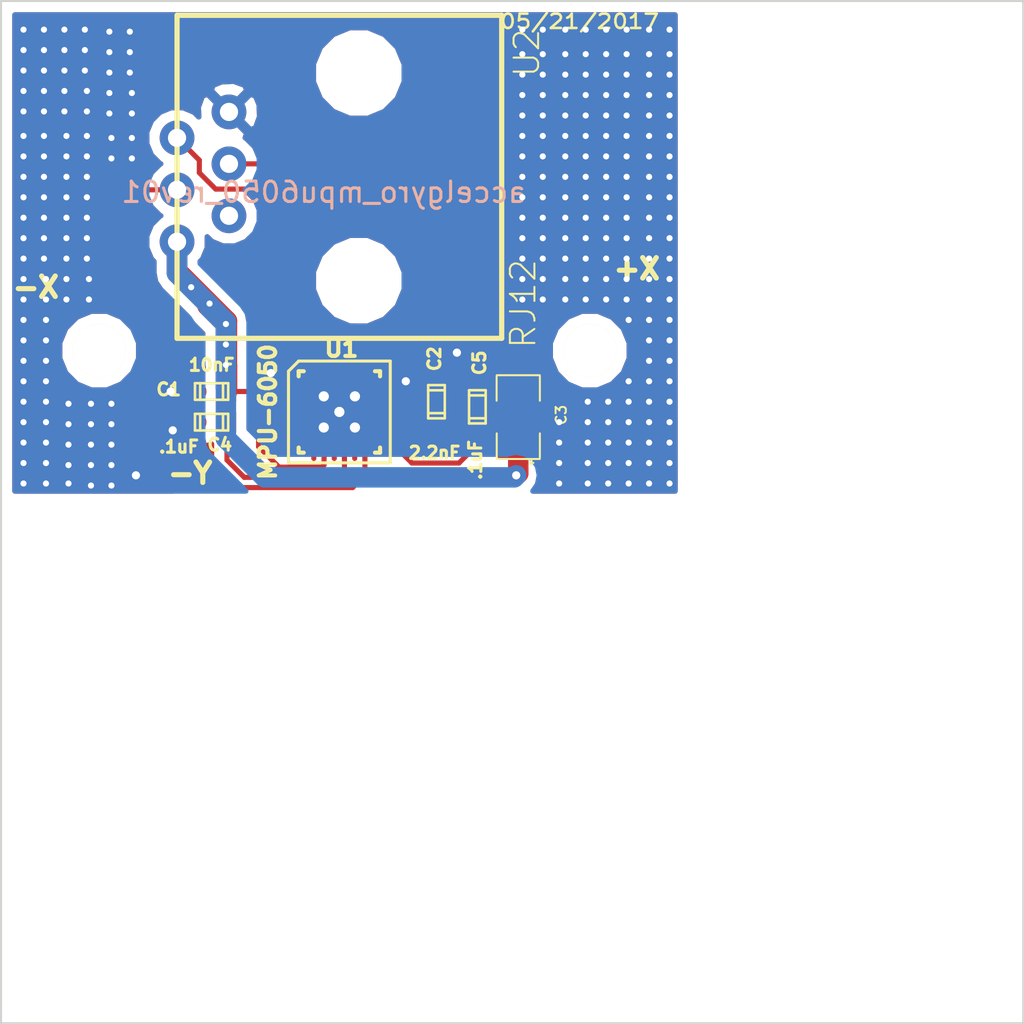
<source format=kicad_pcb>
(kicad_pcb (version 4) (host pcbnew 4.0.6-e0-6349~53~ubuntu16.04.1)

  (general
    (links 285)
    (no_connects 0)
    (area 135.149999 91.849999 185.250001 141.950001)
    (thickness 1.6)
    (drawings 10)
    (tracks 218)
    (zones 0)
    (modules 268)
    (nets 22)
  )

  (page A)
  (layers
    (0 F.Cu signal)
    (31 B.Cu signal)
    (32 B.Adhes user)
    (33 F.Adhes user)
    (34 B.Paste user)
    (35 F.Paste user)
    (36 B.SilkS user)
    (37 F.SilkS user)
    (38 B.Mask user)
    (39 F.Mask user)
    (40 Dwgs.User user)
    (41 Cmts.User user)
    (42 Eco1.User user)
    (43 Eco2.User user)
    (44 Edge.Cuts user)
  )

  (setup
    (last_trace_width 0.5)
    (user_trace_width 0.1)
    (user_trace_width 0.15)
    (user_trace_width 0.2)
    (user_trace_width 0.25)
    (user_trace_width 0.3)
    (user_trace_width 0.35)
    (user_trace_width 0.4)
    (user_trace_width 0.5)
    (user_trace_width 0.6)
    (user_trace_width 0.7)
    (user_trace_width 0.8)
    (user_trace_width 1)
    (trace_clearance 0.05)
    (zone_clearance 0.5)
    (zone_45_only no)
    (trace_min 0.1)
    (segment_width 0.2)
    (edge_width 0.1)
    (via_size 0.7)
    (via_drill 0.4)
    (via_min_size 0.7)
    (via_min_drill 0.4)
    (uvia_size 0.4)
    (uvia_drill 0.127)
    (uvias_allowed no)
    (uvia_min_size 0.4)
    (uvia_min_drill 0.127)
    (pcb_text_width 0.3)
    (pcb_text_size 1.5 1.5)
    (mod_edge_width 0.15)
    (mod_text_size 1 1)
    (mod_text_width 0.15)
    (pad_size 0.6 0.6)
    (pad_drill 0.3)
    (pad_to_mask_clearance 0)
    (aux_axis_origin 0 0)
    (visible_elements 7FFFFFFF)
    (pcbplotparams
      (layerselection 0x00008_00000000)
      (usegerberextensions true)
      (excludeedgelayer true)
      (linewidth 0.150000)
      (plotframeref false)
      (viasonmask false)
      (mode 1)
      (useauxorigin false)
      (hpglpennumber 1)
      (hpglpenspeed 20)
      (hpglpendiameter 15)
      (hpglpenoverlay 2)
      (psnegative false)
      (psa4output false)
      (plotreference true)
      (plotvalue true)
      (plotinvisibletext false)
      (padsonsilk false)
      (subtractmaskfromsilk false)
      (outputformat 1)
      (mirror false)
      (drillshape 0)
      (scaleselection 1)
      (outputdirectory ""))
  )

  (net 0 "")
  (net 1 GND)
  (net 2 SCL)
  (net 3 SDA)
  (net 4 Vdd)
  (net 5 "Net-(C2-Pad1)")
  (net 6 "Net-(C4-Pad1)")
  (net 7 INT)
  (net 8 "Net-(U1-Pad2)")
  (net 9 "Net-(U1-Pad3)")
  (net 10 "Net-(U1-Pad4)")
  (net 11 "Net-(U1-Pad5)")
  (net 12 "Net-(U1-Pad6)")
  (net 13 "Net-(U1-Pad7)")
  (net 14 "Net-(U1-Pad14)")
  (net 15 "Net-(U1-Pad15)")
  (net 16 "Net-(U1-Pad16)")
  (net 17 "Net-(U1-Pad17)")
  (net 18 "Net-(U1-Pad19)")
  (net 19 "Net-(U1-Pad21)")
  (net 20 "Net-(U1-Pad22)")
  (net 21 "Net-(U2-Pad5)")

  (net_class Default "This is the default net class."
    (clearance 0.05)
    (trace_width 0.5)
    (via_dia 0.7)
    (via_drill 0.4)
    (uvia_dia 0.4)
    (uvia_drill 0.127)
    (add_net GND)
    (add_net INT)
    (add_net "Net-(C2-Pad1)")
    (add_net "Net-(C4-Pad1)")
    (add_net "Net-(U1-Pad14)")
    (add_net "Net-(U1-Pad15)")
    (add_net "Net-(U1-Pad16)")
    (add_net "Net-(U1-Pad17)")
    (add_net "Net-(U1-Pad19)")
    (add_net "Net-(U1-Pad2)")
    (add_net "Net-(U1-Pad21)")
    (add_net "Net-(U1-Pad22)")
    (add_net "Net-(U1-Pad3)")
    (add_net "Net-(U1-Pad4)")
    (add_net "Net-(U1-Pad5)")
    (add_net "Net-(U1-Pad6)")
    (add_net "Net-(U1-Pad7)")
    (add_net "Net-(U2-Pad5)")
    (add_net SCL)
    (add_net SDA)
    (add_net Vdd)
  )

  (module ted_connectors:VIA-0.6mm (layer F.Cu) (tedit 57C7A46B) (tstamp 59225CA7)
    (at 162.8 93.3)
    (fp_text reference REF** (at 0 0.5) (layer F.SilkS) hide
      (effects (font (size 0.127 0.127) (thickness 0.001)))
    )
    (fp_text value VIA-0.6mm (at 0 -0.5) (layer F.Fab) hide
      (effects (font (size 0.127 0.127) (thickness 0.001)))
    )
    (pad 1 thru_hole circle (at 0 0) (size 0.6 0.6) (drill 0.3) (layers *.Cu)
      (net 1 GND) (zone_connect 2))
  )

  (module ted_connectors:VIA-0.6mm (layer F.Cu) (tedit 57C7A46B) (tstamp 59225CA3)
    (at 163.8 93.3)
    (fp_text reference REF** (at 0 0.5) (layer F.SilkS) hide
      (effects (font (size 0.127 0.127) (thickness 0.001)))
    )
    (fp_text value VIA-0.6mm (at 0 -0.5) (layer F.Fab) hide
      (effects (font (size 0.127 0.127) (thickness 0.001)))
    )
    (pad 1 thru_hole circle (at 0 0) (size 0.6 0.6) (drill 0.3) (layers *.Cu)
      (net 1 GND) (zone_connect 2))
  )

  (module ted_connectors:VIA-0.6mm (layer F.Cu) (tedit 57C7A46B) (tstamp 59225C9F)
    (at 162.8 94.5)
    (fp_text reference REF** (at 0 0.5) (layer F.SilkS) hide
      (effects (font (size 0.127 0.127) (thickness 0.001)))
    )
    (fp_text value VIA-0.6mm (at 0 -0.5) (layer F.Fab) hide
      (effects (font (size 0.127 0.127) (thickness 0.001)))
    )
    (pad 1 thru_hole circle (at 0 0) (size 0.6 0.6) (drill 0.3) (layers *.Cu)
      (net 1 GND) (zone_connect 2))
  )

  (module ted_connectors:VIA-0.6mm (layer F.Cu) (tedit 57C7A46B) (tstamp 59225C9B)
    (at 163.8 94.5)
    (fp_text reference REF** (at 0 0.5) (layer F.SilkS) hide
      (effects (font (size 0.127 0.127) (thickness 0.001)))
    )
    (fp_text value VIA-0.6mm (at 0 -0.5) (layer F.Fab) hide
      (effects (font (size 0.127 0.127) (thickness 0.001)))
    )
    (pad 1 thru_hole circle (at 0 0) (size 0.6 0.6) (drill 0.3) (layers *.Cu)
      (net 1 GND) (zone_connect 2))
  )

  (module ted_connectors:VIA-0.6mm (layer F.Cu) (tedit 57C7A46B) (tstamp 59225C97)
    (at 162.8 95.5)
    (fp_text reference REF** (at 0 0.5) (layer F.SilkS) hide
      (effects (font (size 0.127 0.127) (thickness 0.001)))
    )
    (fp_text value VIA-0.6mm (at 0 -0.5) (layer F.Fab) hide
      (effects (font (size 0.127 0.127) (thickness 0.001)))
    )
    (pad 1 thru_hole circle (at 0 0) (size 0.6 0.6) (drill 0.3) (layers *.Cu)
      (net 1 GND) (zone_connect 2))
  )

  (module ted_connectors:VIA-0.6mm (layer F.Cu) (tedit 57C7A46B) (tstamp 59225C93)
    (at 163.8 95.5)
    (fp_text reference REF** (at 0 0.5) (layer F.SilkS) hide
      (effects (font (size 0.127 0.127) (thickness 0.001)))
    )
    (fp_text value VIA-0.6mm (at 0 -0.5) (layer F.Fab) hide
      (effects (font (size 0.127 0.127) (thickness 0.001)))
    )
    (pad 1 thru_hole circle (at 0 0) (size 0.6 0.6) (drill 0.3) (layers *.Cu)
      (net 1 GND) (zone_connect 2))
  )

  (module ted_connectors:VIA-0.6mm (layer F.Cu) (tedit 57C7A46B) (tstamp 59225C8F)
    (at 162.8 96.5)
    (fp_text reference REF** (at 0 0.5) (layer F.SilkS) hide
      (effects (font (size 0.127 0.127) (thickness 0.001)))
    )
    (fp_text value VIA-0.6mm (at 0 -0.5) (layer F.Fab) hide
      (effects (font (size 0.127 0.127) (thickness 0.001)))
    )
    (pad 1 thru_hole circle (at 0 0) (size 0.6 0.6) (drill 0.3) (layers *.Cu)
      (net 1 GND) (zone_connect 2))
  )

  (module ted_connectors:VIA-0.6mm (layer F.Cu) (tedit 57C7A46B) (tstamp 59225C8B)
    (at 163.8 96.5)
    (fp_text reference REF** (at 0 0.5) (layer F.SilkS) hide
      (effects (font (size 0.127 0.127) (thickness 0.001)))
    )
    (fp_text value VIA-0.6mm (at 0 -0.5) (layer F.Fab) hide
      (effects (font (size 0.127 0.127) (thickness 0.001)))
    )
    (pad 1 thru_hole circle (at 0 0) (size 0.6 0.6) (drill 0.3) (layers *.Cu)
      (net 1 GND) (zone_connect 2))
  )

  (module ted_connectors:VIA-0.6mm (layer F.Cu) (tedit 57C7A46B) (tstamp 59225C87)
    (at 162.8 97.5)
    (fp_text reference REF** (at 0 0.5) (layer F.SilkS) hide
      (effects (font (size 0.127 0.127) (thickness 0.001)))
    )
    (fp_text value VIA-0.6mm (at 0 -0.5) (layer F.Fab) hide
      (effects (font (size 0.127 0.127) (thickness 0.001)))
    )
    (pad 1 thru_hole circle (at 0 0) (size 0.6 0.6) (drill 0.3) (layers *.Cu)
      (net 1 GND) (zone_connect 2))
  )

  (module ted_connectors:VIA-0.6mm (layer F.Cu) (tedit 57C7A46B) (tstamp 59225C83)
    (at 163.8 97.5)
    (fp_text reference REF** (at 0 0.5) (layer F.SilkS) hide
      (effects (font (size 0.127 0.127) (thickness 0.001)))
    )
    (fp_text value VIA-0.6mm (at 0 -0.5) (layer F.Fab) hide
      (effects (font (size 0.127 0.127) (thickness 0.001)))
    )
    (pad 1 thru_hole circle (at 0 0) (size 0.6 0.6) (drill 0.3) (layers *.Cu)
      (net 1 GND) (zone_connect 2))
  )

  (module ted_connectors:VIA-0.6mm (layer F.Cu) (tedit 57C7A46B) (tstamp 59225C7F)
    (at 162.8 98.5)
    (fp_text reference REF** (at 0 0.5) (layer F.SilkS) hide
      (effects (font (size 0.127 0.127) (thickness 0.001)))
    )
    (fp_text value VIA-0.6mm (at 0 -0.5) (layer F.Fab) hide
      (effects (font (size 0.127 0.127) (thickness 0.001)))
    )
    (pad 1 thru_hole circle (at 0 0) (size 0.6 0.6) (drill 0.3) (layers *.Cu)
      (net 1 GND) (zone_connect 2))
  )

  (module ted_connectors:VIA-0.6mm (layer F.Cu) (tedit 57C7A46B) (tstamp 59225C7B)
    (at 163.8 98.5)
    (fp_text reference REF** (at 0 0.5) (layer F.SilkS) hide
      (effects (font (size 0.127 0.127) (thickness 0.001)))
    )
    (fp_text value VIA-0.6mm (at 0 -0.5) (layer F.Fab) hide
      (effects (font (size 0.127 0.127) (thickness 0.001)))
    )
    (pad 1 thru_hole circle (at 0 0) (size 0.6 0.6) (drill 0.3) (layers *.Cu)
      (net 1 GND) (zone_connect 2))
  )

  (module ted_connectors:VIA-0.6mm (layer F.Cu) (tedit 57C7A46B) (tstamp 59225C77)
    (at 162.8 99.5)
    (fp_text reference REF** (at 0 0.5) (layer F.SilkS) hide
      (effects (font (size 0.127 0.127) (thickness 0.001)))
    )
    (fp_text value VIA-0.6mm (at 0 -0.5) (layer F.Fab) hide
      (effects (font (size 0.127 0.127) (thickness 0.001)))
    )
    (pad 1 thru_hole circle (at 0 0) (size 0.6 0.6) (drill 0.3) (layers *.Cu)
      (net 1 GND) (zone_connect 2))
  )

  (module ted_connectors:VIA-0.6mm (layer F.Cu) (tedit 57C7A46B) (tstamp 59225C73)
    (at 163.8 99.5)
    (fp_text reference REF** (at 0 0.5) (layer F.SilkS) hide
      (effects (font (size 0.127 0.127) (thickness 0.001)))
    )
    (fp_text value VIA-0.6mm (at 0 -0.5) (layer F.Fab) hide
      (effects (font (size 0.127 0.127) (thickness 0.001)))
    )
    (pad 1 thru_hole circle (at 0 0) (size 0.6 0.6) (drill 0.3) (layers *.Cu)
      (net 1 GND) (zone_connect 2))
  )

  (module ted_connectors:VIA-0.6mm (layer F.Cu) (tedit 57C7A46B) (tstamp 59225C6F)
    (at 162.8 100.5)
    (fp_text reference REF** (at 0 0.5) (layer F.SilkS) hide
      (effects (font (size 0.127 0.127) (thickness 0.001)))
    )
    (fp_text value VIA-0.6mm (at 0 -0.5) (layer F.Fab) hide
      (effects (font (size 0.127 0.127) (thickness 0.001)))
    )
    (pad 1 thru_hole circle (at 0 0) (size 0.6 0.6) (drill 0.3) (layers *.Cu)
      (net 1 GND) (zone_connect 2))
  )

  (module ted_connectors:VIA-0.6mm (layer F.Cu) (tedit 57C7A46B) (tstamp 59225C6B)
    (at 163.8 100.5)
    (fp_text reference REF** (at 0 0.5) (layer F.SilkS) hide
      (effects (font (size 0.127 0.127) (thickness 0.001)))
    )
    (fp_text value VIA-0.6mm (at 0 -0.5) (layer F.Fab) hide
      (effects (font (size 0.127 0.127) (thickness 0.001)))
    )
    (pad 1 thru_hole circle (at 0 0) (size 0.6 0.6) (drill 0.3) (layers *.Cu)
      (net 1 GND) (zone_connect 2))
  )

  (module ted_connectors:VIA-0.6mm (layer F.Cu) (tedit 57C7A46B) (tstamp 59225C67)
    (at 162.8 101.5)
    (fp_text reference REF** (at 0 0.5) (layer F.SilkS) hide
      (effects (font (size 0.127 0.127) (thickness 0.001)))
    )
    (fp_text value VIA-0.6mm (at 0 -0.5) (layer F.Fab) hide
      (effects (font (size 0.127 0.127) (thickness 0.001)))
    )
    (pad 1 thru_hole circle (at 0 0) (size 0.6 0.6) (drill 0.3) (layers *.Cu)
      (net 1 GND) (zone_connect 2))
  )

  (module ted_connectors:VIA-0.6mm (layer F.Cu) (tedit 57C7A46B) (tstamp 59225C63)
    (at 163.8 101.5)
    (fp_text reference REF** (at 0 0.5) (layer F.SilkS) hide
      (effects (font (size 0.127 0.127) (thickness 0.001)))
    )
    (fp_text value VIA-0.6mm (at 0 -0.5) (layer F.Fab) hide
      (effects (font (size 0.127 0.127) (thickness 0.001)))
    )
    (pad 1 thru_hole circle (at 0 0) (size 0.6 0.6) (drill 0.3) (layers *.Cu)
      (net 1 GND) (zone_connect 2))
  )

  (module ted_connectors:VIA-0.6mm (layer F.Cu) (tedit 57C7A46B) (tstamp 59225C5F)
    (at 162.8 102.5)
    (fp_text reference REF** (at 0 0.5) (layer F.SilkS) hide
      (effects (font (size 0.127 0.127) (thickness 0.001)))
    )
    (fp_text value VIA-0.6mm (at 0 -0.5) (layer F.Fab) hide
      (effects (font (size 0.127 0.127) (thickness 0.001)))
    )
    (pad 1 thru_hole circle (at 0 0) (size 0.6 0.6) (drill 0.3) (layers *.Cu)
      (net 1 GND) (zone_connect 2))
  )

  (module ted_connectors:VIA-0.6mm (layer F.Cu) (tedit 57C7A46B) (tstamp 59225C5B)
    (at 163.8 102.5)
    (fp_text reference REF** (at 0 0.5) (layer F.SilkS) hide
      (effects (font (size 0.127 0.127) (thickness 0.001)))
    )
    (fp_text value VIA-0.6mm (at 0 -0.5) (layer F.Fab) hide
      (effects (font (size 0.127 0.127) (thickness 0.001)))
    )
    (pad 1 thru_hole circle (at 0 0) (size 0.6 0.6) (drill 0.3) (layers *.Cu)
      (net 1 GND) (zone_connect 2))
  )

  (module ted_connectors:VIA-0.6mm (layer F.Cu) (tedit 57C7A46B) (tstamp 59225C57)
    (at 162.8 103.5)
    (fp_text reference REF** (at 0 0.5) (layer F.SilkS) hide
      (effects (font (size 0.127 0.127) (thickness 0.001)))
    )
    (fp_text value VIA-0.6mm (at 0 -0.5) (layer F.Fab) hide
      (effects (font (size 0.127 0.127) (thickness 0.001)))
    )
    (pad 1 thru_hole circle (at 0 0) (size 0.6 0.6) (drill 0.3) (layers *.Cu)
      (net 1 GND) (zone_connect 2))
  )

  (module ted_connectors:VIA-0.6mm (layer F.Cu) (tedit 57C7A46B) (tstamp 59225C53)
    (at 163.8 103.5)
    (fp_text reference REF** (at 0 0.5) (layer F.SilkS) hide
      (effects (font (size 0.127 0.127) (thickness 0.001)))
    )
    (fp_text value VIA-0.6mm (at 0 -0.5) (layer F.Fab) hide
      (effects (font (size 0.127 0.127) (thickness 0.001)))
    )
    (pad 1 thru_hole circle (at 0 0) (size 0.6 0.6) (drill 0.3) (layers *.Cu)
      (net 1 GND) (zone_connect 2))
  )

  (module ted_connectors:VIA-0.6mm (layer F.Cu) (tedit 57C7A46B) (tstamp 59225C4F)
    (at 162.8 104.5)
    (fp_text reference REF** (at 0 0.5) (layer F.SilkS) hide
      (effects (font (size 0.127 0.127) (thickness 0.001)))
    )
    (fp_text value VIA-0.6mm (at 0 -0.5) (layer F.Fab) hide
      (effects (font (size 0.127 0.127) (thickness 0.001)))
    )
    (pad 1 thru_hole circle (at 0 0) (size 0.6 0.6) (drill 0.3) (layers *.Cu)
      (net 1 GND) (zone_connect 2))
  )

  (module ted_connectors:VIA-0.6mm (layer F.Cu) (tedit 57C7A46B) (tstamp 59225C4B)
    (at 163.8 104.5)
    (fp_text reference REF** (at 0 0.5) (layer F.SilkS) hide
      (effects (font (size 0.127 0.127) (thickness 0.001)))
    )
    (fp_text value VIA-0.6mm (at 0 -0.5) (layer F.Fab) hide
      (effects (font (size 0.127 0.127) (thickness 0.001)))
    )
    (pad 1 thru_hole circle (at 0 0) (size 0.6 0.6) (drill 0.3) (layers *.Cu)
      (net 1 GND) (zone_connect 2))
  )

  (module ted_connectors:VIA-0.6mm (layer F.Cu) (tedit 57C7A46B) (tstamp 59225C47)
    (at 162.8 105.5)
    (fp_text reference REF** (at 0 0.5) (layer F.SilkS) hide
      (effects (font (size 0.127 0.127) (thickness 0.001)))
    )
    (fp_text value VIA-0.6mm (at 0 -0.5) (layer F.Fab) hide
      (effects (font (size 0.127 0.127) (thickness 0.001)))
    )
    (pad 1 thru_hole circle (at 0 0) (size 0.6 0.6) (drill 0.3) (layers *.Cu)
      (net 1 GND) (zone_connect 2))
  )

  (module ted_connectors:VIA-0.6mm (layer F.Cu) (tedit 57C7A46B) (tstamp 59225C43)
    (at 163.8 105.5)
    (fp_text reference REF** (at 0 0.5) (layer F.SilkS) hide
      (effects (font (size 0.127 0.127) (thickness 0.001)))
    )
    (fp_text value VIA-0.6mm (at 0 -0.5) (layer F.Fab) hide
      (effects (font (size 0.127 0.127) (thickness 0.001)))
    )
    (pad 1 thru_hole circle (at 0 0) (size 0.6 0.6) (drill 0.3) (layers *.Cu)
      (net 1 GND) (zone_connect 2))
  )

  (module ted_connectors:VIA-0.6mm (layer F.Cu) (tedit 57C7A46B) (tstamp 59225C3F)
    (at 162.8 106.5)
    (fp_text reference REF** (at 0 0.5) (layer F.SilkS) hide
      (effects (font (size 0.127 0.127) (thickness 0.001)))
    )
    (fp_text value VIA-0.6mm (at 0 -0.5) (layer F.Fab) hide
      (effects (font (size 0.127 0.127) (thickness 0.001)))
    )
    (pad 1 thru_hole circle (at 0 0) (size 0.6 0.6) (drill 0.3) (layers *.Cu)
      (net 1 GND) (zone_connect 2))
  )

  (module ted_connectors:VIA-0.6mm (layer F.Cu) (tedit 57C7A46B) (tstamp 59225C3B)
    (at 163.8 106.5)
    (fp_text reference REF** (at 0 0.5) (layer F.SilkS) hide
      (effects (font (size 0.127 0.127) (thickness 0.001)))
    )
    (fp_text value VIA-0.6mm (at 0 -0.5) (layer F.Fab) hide
      (effects (font (size 0.127 0.127) (thickness 0.001)))
    )
    (pad 1 thru_hole circle (at 0 0) (size 0.6 0.6) (drill 0.3) (layers *.Cu)
      (net 1 GND) (zone_connect 2))
  )

  (module ted_connectors:VIA-0.6mm (layer F.Cu) (tedit 57C7A46B) (tstamp 59225C37)
    (at 161.7 106.5)
    (fp_text reference REF** (at 0 0.5) (layer F.SilkS) hide
      (effects (font (size 0.127 0.127) (thickness 0.001)))
    )
    (fp_text value VIA-0.6mm (at 0 -0.5) (layer F.Fab) hide
      (effects (font (size 0.127 0.127) (thickness 0.001)))
    )
    (pad 1 thru_hole circle (at 0 0) (size 0.6 0.6) (drill 0.3) (layers *.Cu)
      (net 1 GND) (zone_connect 2))
  )

  (module ted_connectors:VIA-0.6mm (layer F.Cu) (tedit 57C7A46B) (tstamp 59225C33)
    (at 160.7 106.5)
    (fp_text reference REF** (at 0 0.5) (layer F.SilkS) hide
      (effects (font (size 0.127 0.127) (thickness 0.001)))
    )
    (fp_text value VIA-0.6mm (at 0 -0.5) (layer F.Fab) hide
      (effects (font (size 0.127 0.127) (thickness 0.001)))
    )
    (pad 1 thru_hole circle (at 0 0) (size 0.6 0.6) (drill 0.3) (layers *.Cu)
      (net 1 GND) (zone_connect 2))
  )

  (module ted_connectors:VIA-0.6mm (layer F.Cu) (tedit 57C7A46B) (tstamp 59225C2F)
    (at 161.7 105.5)
    (fp_text reference REF** (at 0 0.5) (layer F.SilkS) hide
      (effects (font (size 0.127 0.127) (thickness 0.001)))
    )
    (fp_text value VIA-0.6mm (at 0 -0.5) (layer F.Fab) hide
      (effects (font (size 0.127 0.127) (thickness 0.001)))
    )
    (pad 1 thru_hole circle (at 0 0) (size 0.6 0.6) (drill 0.3) (layers *.Cu)
      (net 1 GND) (zone_connect 2))
  )

  (module ted_connectors:VIA-0.6mm (layer F.Cu) (tedit 57C7A46B) (tstamp 59225C2B)
    (at 160.7 105.5)
    (fp_text reference REF** (at 0 0.5) (layer F.SilkS) hide
      (effects (font (size 0.127 0.127) (thickness 0.001)))
    )
    (fp_text value VIA-0.6mm (at 0 -0.5) (layer F.Fab) hide
      (effects (font (size 0.127 0.127) (thickness 0.001)))
    )
    (pad 1 thru_hole circle (at 0 0) (size 0.6 0.6) (drill 0.3) (layers *.Cu)
      (net 1 GND) (zone_connect 2))
  )

  (module ted_connectors:VIA-0.6mm (layer F.Cu) (tedit 57C7A46B) (tstamp 59225C27)
    (at 161.7 104.5)
    (fp_text reference REF** (at 0 0.5) (layer F.SilkS) hide
      (effects (font (size 0.127 0.127) (thickness 0.001)))
    )
    (fp_text value VIA-0.6mm (at 0 -0.5) (layer F.Fab) hide
      (effects (font (size 0.127 0.127) (thickness 0.001)))
    )
    (pad 1 thru_hole circle (at 0 0) (size 0.6 0.6) (drill 0.3) (layers *.Cu)
      (net 1 GND) (zone_connect 2))
  )

  (module ted_connectors:VIA-0.6mm (layer F.Cu) (tedit 57C7A46B) (tstamp 59225C23)
    (at 160.7 104.5)
    (fp_text reference REF** (at 0 0.5) (layer F.SilkS) hide
      (effects (font (size 0.127 0.127) (thickness 0.001)))
    )
    (fp_text value VIA-0.6mm (at 0 -0.5) (layer F.Fab) hide
      (effects (font (size 0.127 0.127) (thickness 0.001)))
    )
    (pad 1 thru_hole circle (at 0 0) (size 0.6 0.6) (drill 0.3) (layers *.Cu)
      (net 1 GND) (zone_connect 2))
  )

  (module ted_connectors:VIA-0.6mm (layer F.Cu) (tedit 57C7A46B) (tstamp 59225C1F)
    (at 161.7 103.5)
    (fp_text reference REF** (at 0 0.5) (layer F.SilkS) hide
      (effects (font (size 0.127 0.127) (thickness 0.001)))
    )
    (fp_text value VIA-0.6mm (at 0 -0.5) (layer F.Fab) hide
      (effects (font (size 0.127 0.127) (thickness 0.001)))
    )
    (pad 1 thru_hole circle (at 0 0) (size 0.6 0.6) (drill 0.3) (layers *.Cu)
      (net 1 GND) (zone_connect 2))
  )

  (module ted_connectors:VIA-0.6mm (layer F.Cu) (tedit 57C7A46B) (tstamp 59225C1B)
    (at 160.7 103.5)
    (fp_text reference REF** (at 0 0.5) (layer F.SilkS) hide
      (effects (font (size 0.127 0.127) (thickness 0.001)))
    )
    (fp_text value VIA-0.6mm (at 0 -0.5) (layer F.Fab) hide
      (effects (font (size 0.127 0.127) (thickness 0.001)))
    )
    (pad 1 thru_hole circle (at 0 0) (size 0.6 0.6) (drill 0.3) (layers *.Cu)
      (net 1 GND) (zone_connect 2))
  )

  (module ted_connectors:VIA-0.6mm (layer F.Cu) (tedit 57C7A46B) (tstamp 59225C17)
    (at 161.7 102.5)
    (fp_text reference REF** (at 0 0.5) (layer F.SilkS) hide
      (effects (font (size 0.127 0.127) (thickness 0.001)))
    )
    (fp_text value VIA-0.6mm (at 0 -0.5) (layer F.Fab) hide
      (effects (font (size 0.127 0.127) (thickness 0.001)))
    )
    (pad 1 thru_hole circle (at 0 0) (size 0.6 0.6) (drill 0.3) (layers *.Cu)
      (net 1 GND) (zone_connect 2))
  )

  (module ted_connectors:VIA-0.6mm (layer F.Cu) (tedit 57C7A46B) (tstamp 59225C13)
    (at 160.7 102.5)
    (fp_text reference REF** (at 0 0.5) (layer F.SilkS) hide
      (effects (font (size 0.127 0.127) (thickness 0.001)))
    )
    (fp_text value VIA-0.6mm (at 0 -0.5) (layer F.Fab) hide
      (effects (font (size 0.127 0.127) (thickness 0.001)))
    )
    (pad 1 thru_hole circle (at 0 0) (size 0.6 0.6) (drill 0.3) (layers *.Cu)
      (net 1 GND) (zone_connect 2))
  )

  (module ted_connectors:VIA-0.6mm (layer F.Cu) (tedit 57C7A46B) (tstamp 59225C0F)
    (at 161.7 101.5)
    (fp_text reference REF** (at 0 0.5) (layer F.SilkS) hide
      (effects (font (size 0.127 0.127) (thickness 0.001)))
    )
    (fp_text value VIA-0.6mm (at 0 -0.5) (layer F.Fab) hide
      (effects (font (size 0.127 0.127) (thickness 0.001)))
    )
    (pad 1 thru_hole circle (at 0 0) (size 0.6 0.6) (drill 0.3) (layers *.Cu)
      (net 1 GND) (zone_connect 2))
  )

  (module ted_connectors:VIA-0.6mm (layer F.Cu) (tedit 57C7A46B) (tstamp 59225C0B)
    (at 160.7 101.5)
    (fp_text reference REF** (at 0 0.5) (layer F.SilkS) hide
      (effects (font (size 0.127 0.127) (thickness 0.001)))
    )
    (fp_text value VIA-0.6mm (at 0 -0.5) (layer F.Fab) hide
      (effects (font (size 0.127 0.127) (thickness 0.001)))
    )
    (pad 1 thru_hole circle (at 0 0) (size 0.6 0.6) (drill 0.3) (layers *.Cu)
      (net 1 GND) (zone_connect 2))
  )

  (module ted_connectors:VIA-0.6mm (layer F.Cu) (tedit 57C7A46B) (tstamp 59225C07)
    (at 161.7 100.5)
    (fp_text reference REF** (at 0 0.5) (layer F.SilkS) hide
      (effects (font (size 0.127 0.127) (thickness 0.001)))
    )
    (fp_text value VIA-0.6mm (at 0 -0.5) (layer F.Fab) hide
      (effects (font (size 0.127 0.127) (thickness 0.001)))
    )
    (pad 1 thru_hole circle (at 0 0) (size 0.6 0.6) (drill 0.3) (layers *.Cu)
      (net 1 GND) (zone_connect 2))
  )

  (module ted_connectors:VIA-0.6mm (layer F.Cu) (tedit 57C7A46B) (tstamp 59225C03)
    (at 160.7 100.5)
    (fp_text reference REF** (at 0 0.5) (layer F.SilkS) hide
      (effects (font (size 0.127 0.127) (thickness 0.001)))
    )
    (fp_text value VIA-0.6mm (at 0 -0.5) (layer F.Fab) hide
      (effects (font (size 0.127 0.127) (thickness 0.001)))
    )
    (pad 1 thru_hole circle (at 0 0) (size 0.6 0.6) (drill 0.3) (layers *.Cu)
      (net 1 GND) (zone_connect 2))
  )

  (module ted_connectors:VIA-0.6mm (layer F.Cu) (tedit 57C7A46B) (tstamp 59225BFF)
    (at 161.7 99.5)
    (fp_text reference REF** (at 0 0.5) (layer F.SilkS) hide
      (effects (font (size 0.127 0.127) (thickness 0.001)))
    )
    (fp_text value VIA-0.6mm (at 0 -0.5) (layer F.Fab) hide
      (effects (font (size 0.127 0.127) (thickness 0.001)))
    )
    (pad 1 thru_hole circle (at 0 0) (size 0.6 0.6) (drill 0.3) (layers *.Cu)
      (net 1 GND) (zone_connect 2))
  )

  (module ted_connectors:VIA-0.6mm (layer F.Cu) (tedit 57C7A46B) (tstamp 59225BFB)
    (at 160.7 99.5)
    (fp_text reference REF** (at 0 0.5) (layer F.SilkS) hide
      (effects (font (size 0.127 0.127) (thickness 0.001)))
    )
    (fp_text value VIA-0.6mm (at 0 -0.5) (layer F.Fab) hide
      (effects (font (size 0.127 0.127) (thickness 0.001)))
    )
    (pad 1 thru_hole circle (at 0 0) (size 0.6 0.6) (drill 0.3) (layers *.Cu)
      (net 1 GND) (zone_connect 2))
  )

  (module ted_connectors:VIA-0.6mm (layer F.Cu) (tedit 57C7A46B) (tstamp 59225BF7)
    (at 161.7 98.5)
    (fp_text reference REF** (at 0 0.5) (layer F.SilkS) hide
      (effects (font (size 0.127 0.127) (thickness 0.001)))
    )
    (fp_text value VIA-0.6mm (at 0 -0.5) (layer F.Fab) hide
      (effects (font (size 0.127 0.127) (thickness 0.001)))
    )
    (pad 1 thru_hole circle (at 0 0) (size 0.6 0.6) (drill 0.3) (layers *.Cu)
      (net 1 GND) (zone_connect 2))
  )

  (module ted_connectors:VIA-0.6mm (layer F.Cu) (tedit 57C7A46B) (tstamp 59225BF3)
    (at 160.7 98.5)
    (fp_text reference REF** (at 0 0.5) (layer F.SilkS) hide
      (effects (font (size 0.127 0.127) (thickness 0.001)))
    )
    (fp_text value VIA-0.6mm (at 0 -0.5) (layer F.Fab) hide
      (effects (font (size 0.127 0.127) (thickness 0.001)))
    )
    (pad 1 thru_hole circle (at 0 0) (size 0.6 0.6) (drill 0.3) (layers *.Cu)
      (net 1 GND) (zone_connect 2))
  )

  (module ted_connectors:VIA-0.6mm (layer F.Cu) (tedit 57C7A46B) (tstamp 59225BEF)
    (at 161.7 97.5)
    (fp_text reference REF** (at 0 0.5) (layer F.SilkS) hide
      (effects (font (size 0.127 0.127) (thickness 0.001)))
    )
    (fp_text value VIA-0.6mm (at 0 -0.5) (layer F.Fab) hide
      (effects (font (size 0.127 0.127) (thickness 0.001)))
    )
    (pad 1 thru_hole circle (at 0 0) (size 0.6 0.6) (drill 0.3) (layers *.Cu)
      (net 1 GND) (zone_connect 2))
  )

  (module ted_connectors:VIA-0.6mm (layer F.Cu) (tedit 57C7A46B) (tstamp 59225BEB)
    (at 160.7 97.5)
    (fp_text reference REF** (at 0 0.5) (layer F.SilkS) hide
      (effects (font (size 0.127 0.127) (thickness 0.001)))
    )
    (fp_text value VIA-0.6mm (at 0 -0.5) (layer F.Fab) hide
      (effects (font (size 0.127 0.127) (thickness 0.001)))
    )
    (pad 1 thru_hole circle (at 0 0) (size 0.6 0.6) (drill 0.3) (layers *.Cu)
      (net 1 GND) (zone_connect 2))
  )

  (module ted_connectors:VIA-0.6mm (layer F.Cu) (tedit 57C7A46B) (tstamp 59225BE7)
    (at 161.7 96.5)
    (fp_text reference REF** (at 0 0.5) (layer F.SilkS) hide
      (effects (font (size 0.127 0.127) (thickness 0.001)))
    )
    (fp_text value VIA-0.6mm (at 0 -0.5) (layer F.Fab) hide
      (effects (font (size 0.127 0.127) (thickness 0.001)))
    )
    (pad 1 thru_hole circle (at 0 0) (size 0.6 0.6) (drill 0.3) (layers *.Cu)
      (net 1 GND) (zone_connect 2))
  )

  (module ted_connectors:VIA-0.6mm (layer F.Cu) (tedit 57C7A46B) (tstamp 59225BE3)
    (at 160.7 96.5)
    (fp_text reference REF** (at 0 0.5) (layer F.SilkS) hide
      (effects (font (size 0.127 0.127) (thickness 0.001)))
    )
    (fp_text value VIA-0.6mm (at 0 -0.5) (layer F.Fab) hide
      (effects (font (size 0.127 0.127) (thickness 0.001)))
    )
    (pad 1 thru_hole circle (at 0 0) (size 0.6 0.6) (drill 0.3) (layers *.Cu)
      (net 1 GND) (zone_connect 2))
  )

  (module ted_connectors:VIA-0.6mm (layer F.Cu) (tedit 57C7A46B) (tstamp 59225BDF)
    (at 161.7 95.5)
    (fp_text reference REF** (at 0 0.5) (layer F.SilkS) hide
      (effects (font (size 0.127 0.127) (thickness 0.001)))
    )
    (fp_text value VIA-0.6mm (at 0 -0.5) (layer F.Fab) hide
      (effects (font (size 0.127 0.127) (thickness 0.001)))
    )
    (pad 1 thru_hole circle (at 0 0) (size 0.6 0.6) (drill 0.3) (layers *.Cu)
      (net 1 GND) (zone_connect 2))
  )

  (module ted_connectors:VIA-0.6mm (layer F.Cu) (tedit 57C7A46B) (tstamp 59225BDB)
    (at 160.7 95.5)
    (fp_text reference REF** (at 0 0.5) (layer F.SilkS) hide
      (effects (font (size 0.127 0.127) (thickness 0.001)))
    )
    (fp_text value VIA-0.6mm (at 0 -0.5) (layer F.Fab) hide
      (effects (font (size 0.127 0.127) (thickness 0.001)))
    )
    (pad 1 thru_hole circle (at 0 0) (size 0.6 0.6) (drill 0.3) (layers *.Cu)
      (net 1 GND) (zone_connect 2))
  )

  (module ted_connectors:VIA-0.6mm (layer F.Cu) (tedit 57C7A46B) (tstamp 59225BD7)
    (at 161.7 94.5)
    (fp_text reference REF** (at 0 0.5) (layer F.SilkS) hide
      (effects (font (size 0.127 0.127) (thickness 0.001)))
    )
    (fp_text value VIA-0.6mm (at 0 -0.5) (layer F.Fab) hide
      (effects (font (size 0.127 0.127) (thickness 0.001)))
    )
    (pad 1 thru_hole circle (at 0 0) (size 0.6 0.6) (drill 0.3) (layers *.Cu)
      (net 1 GND) (zone_connect 2))
  )

  (module ted_connectors:VIA-0.6mm (layer F.Cu) (tedit 57C7A46B) (tstamp 59225BD3)
    (at 160.7 94.5)
    (fp_text reference REF** (at 0 0.5) (layer F.SilkS) hide
      (effects (font (size 0.127 0.127) (thickness 0.001)))
    )
    (fp_text value VIA-0.6mm (at 0 -0.5) (layer F.Fab) hide
      (effects (font (size 0.127 0.127) (thickness 0.001)))
    )
    (pad 1 thru_hole circle (at 0 0) (size 0.6 0.6) (drill 0.3) (layers *.Cu)
      (net 1 GND) (zone_connect 2))
  )

  (module ted_connectors:VIA-0.6mm (layer F.Cu) (tedit 57C7A46B) (tstamp 59225BCF)
    (at 161.7 93.3)
    (fp_text reference REF** (at 0 0.5) (layer F.SilkS) hide
      (effects (font (size 0.127 0.127) (thickness 0.001)))
    )
    (fp_text value VIA-0.6mm (at 0 -0.5) (layer F.Fab) hide
      (effects (font (size 0.127 0.127) (thickness 0.001)))
    )
    (pad 1 thru_hole circle (at 0 0) (size 0.6 0.6) (drill 0.3) (layers *.Cu)
      (net 1 GND) (zone_connect 2))
  )

  (module ted_connectors:VIA-0.6mm (layer F.Cu) (tedit 57C7A46B) (tstamp 59225BCB)
    (at 160.7 93.3)
    (fp_text reference REF** (at 0 0.5) (layer F.SilkS) hide
      (effects (font (size 0.127 0.127) (thickness 0.001)))
    )
    (fp_text value VIA-0.6mm (at 0 -0.5) (layer F.Fab) hide
      (effects (font (size 0.127 0.127) (thickness 0.001)))
    )
    (pad 1 thru_hole circle (at 0 0) (size 0.6 0.6) (drill 0.3) (layers *.Cu)
      (net 1 GND) (zone_connect 2))
  )

  (module ted_connectors:VIA-0.6mm (layer F.Cu) (tedit 57C7A46B) (tstamp 59225BC5)
    (at 164.8 93.3)
    (fp_text reference REF** (at 0 0.5) (layer F.SilkS) hide
      (effects (font (size 0.127 0.127) (thickness 0.001)))
    )
    (fp_text value VIA-0.6mm (at 0 -0.5) (layer F.Fab) hide
      (effects (font (size 0.127 0.127) (thickness 0.001)))
    )
    (pad 1 thru_hole circle (at 0 0) (size 0.6 0.6) (drill 0.3) (layers *.Cu)
      (net 1 GND) (zone_connect 2))
  )

  (module ted_connectors:VIA-0.6mm (layer F.Cu) (tedit 57C7A46B) (tstamp 59225BC1)
    (at 165.8 93.3)
    (fp_text reference REF** (at 0 0.5) (layer F.SilkS) hide
      (effects (font (size 0.127 0.127) (thickness 0.001)))
    )
    (fp_text value VIA-0.6mm (at 0 -0.5) (layer F.Fab) hide
      (effects (font (size 0.127 0.127) (thickness 0.001)))
    )
    (pad 1 thru_hole circle (at 0 0) (size 0.6 0.6) (drill 0.3) (layers *.Cu)
      (net 1 GND) (zone_connect 2))
  )

  (module ted_connectors:VIA-0.6mm (layer F.Cu) (tedit 57C7A46B) (tstamp 59225BBD)
    (at 164.8 94.5)
    (fp_text reference REF** (at 0 0.5) (layer F.SilkS) hide
      (effects (font (size 0.127 0.127) (thickness 0.001)))
    )
    (fp_text value VIA-0.6mm (at 0 -0.5) (layer F.Fab) hide
      (effects (font (size 0.127 0.127) (thickness 0.001)))
    )
    (pad 1 thru_hole circle (at 0 0) (size 0.6 0.6) (drill 0.3) (layers *.Cu)
      (net 1 GND) (zone_connect 2))
  )

  (module ted_connectors:VIA-0.6mm (layer F.Cu) (tedit 57C7A46B) (tstamp 59225BB9)
    (at 165.8 94.5)
    (fp_text reference REF** (at 0 0.5) (layer F.SilkS) hide
      (effects (font (size 0.127 0.127) (thickness 0.001)))
    )
    (fp_text value VIA-0.6mm (at 0 -0.5) (layer F.Fab) hide
      (effects (font (size 0.127 0.127) (thickness 0.001)))
    )
    (pad 1 thru_hole circle (at 0 0) (size 0.6 0.6) (drill 0.3) (layers *.Cu)
      (net 1 GND) (zone_connect 2))
  )

  (module ted_connectors:VIA-0.6mm (layer F.Cu) (tedit 57C7A46B) (tstamp 59225BB5)
    (at 164.8 95.5)
    (fp_text reference REF** (at 0 0.5) (layer F.SilkS) hide
      (effects (font (size 0.127 0.127) (thickness 0.001)))
    )
    (fp_text value VIA-0.6mm (at 0 -0.5) (layer F.Fab) hide
      (effects (font (size 0.127 0.127) (thickness 0.001)))
    )
    (pad 1 thru_hole circle (at 0 0) (size 0.6 0.6) (drill 0.3) (layers *.Cu)
      (net 1 GND) (zone_connect 2))
  )

  (module ted_connectors:VIA-0.6mm (layer F.Cu) (tedit 57C7A46B) (tstamp 59225BB1)
    (at 165.8 95.5)
    (fp_text reference REF** (at 0 0.5) (layer F.SilkS) hide
      (effects (font (size 0.127 0.127) (thickness 0.001)))
    )
    (fp_text value VIA-0.6mm (at 0 -0.5) (layer F.Fab) hide
      (effects (font (size 0.127 0.127) (thickness 0.001)))
    )
    (pad 1 thru_hole circle (at 0 0) (size 0.6 0.6) (drill 0.3) (layers *.Cu)
      (net 1 GND) (zone_connect 2))
  )

  (module ted_connectors:VIA-0.6mm (layer F.Cu) (tedit 57C7A46B) (tstamp 59225BAD)
    (at 164.8 96.5)
    (fp_text reference REF** (at 0 0.5) (layer F.SilkS) hide
      (effects (font (size 0.127 0.127) (thickness 0.001)))
    )
    (fp_text value VIA-0.6mm (at 0 -0.5) (layer F.Fab) hide
      (effects (font (size 0.127 0.127) (thickness 0.001)))
    )
    (pad 1 thru_hole circle (at 0 0) (size 0.6 0.6) (drill 0.3) (layers *.Cu)
      (net 1 GND) (zone_connect 2))
  )

  (module ted_connectors:VIA-0.6mm (layer F.Cu) (tedit 57C7A46B) (tstamp 59225BA9)
    (at 165.8 96.5)
    (fp_text reference REF** (at 0 0.5) (layer F.SilkS) hide
      (effects (font (size 0.127 0.127) (thickness 0.001)))
    )
    (fp_text value VIA-0.6mm (at 0 -0.5) (layer F.Fab) hide
      (effects (font (size 0.127 0.127) (thickness 0.001)))
    )
    (pad 1 thru_hole circle (at 0 0) (size 0.6 0.6) (drill 0.3) (layers *.Cu)
      (net 1 GND) (zone_connect 2))
  )

  (module ted_connectors:VIA-0.6mm (layer F.Cu) (tedit 57C7A46B) (tstamp 59225BA5)
    (at 164.8 97.5)
    (fp_text reference REF** (at 0 0.5) (layer F.SilkS) hide
      (effects (font (size 0.127 0.127) (thickness 0.001)))
    )
    (fp_text value VIA-0.6mm (at 0 -0.5) (layer F.Fab) hide
      (effects (font (size 0.127 0.127) (thickness 0.001)))
    )
    (pad 1 thru_hole circle (at 0 0) (size 0.6 0.6) (drill 0.3) (layers *.Cu)
      (net 1 GND) (zone_connect 2))
  )

  (module ted_connectors:VIA-0.6mm (layer F.Cu) (tedit 57C7A46B) (tstamp 59225BA1)
    (at 165.8 97.5)
    (fp_text reference REF** (at 0 0.5) (layer F.SilkS) hide
      (effects (font (size 0.127 0.127) (thickness 0.001)))
    )
    (fp_text value VIA-0.6mm (at 0 -0.5) (layer F.Fab) hide
      (effects (font (size 0.127 0.127) (thickness 0.001)))
    )
    (pad 1 thru_hole circle (at 0 0) (size 0.6 0.6) (drill 0.3) (layers *.Cu)
      (net 1 GND) (zone_connect 2))
  )

  (module ted_connectors:VIA-0.6mm (layer F.Cu) (tedit 57C7A46B) (tstamp 59225B9D)
    (at 164.8 98.5)
    (fp_text reference REF** (at 0 0.5) (layer F.SilkS) hide
      (effects (font (size 0.127 0.127) (thickness 0.001)))
    )
    (fp_text value VIA-0.6mm (at 0 -0.5) (layer F.Fab) hide
      (effects (font (size 0.127 0.127) (thickness 0.001)))
    )
    (pad 1 thru_hole circle (at 0 0) (size 0.6 0.6) (drill 0.3) (layers *.Cu)
      (net 1 GND) (zone_connect 2))
  )

  (module ted_connectors:VIA-0.6mm (layer F.Cu) (tedit 57C7A46B) (tstamp 59225B99)
    (at 165.8 98.5)
    (fp_text reference REF** (at 0 0.5) (layer F.SilkS) hide
      (effects (font (size 0.127 0.127) (thickness 0.001)))
    )
    (fp_text value VIA-0.6mm (at 0 -0.5) (layer F.Fab) hide
      (effects (font (size 0.127 0.127) (thickness 0.001)))
    )
    (pad 1 thru_hole circle (at 0 0) (size 0.6 0.6) (drill 0.3) (layers *.Cu)
      (net 1 GND) (zone_connect 2))
  )

  (module ted_connectors:VIA-0.6mm (layer F.Cu) (tedit 57C7A46B) (tstamp 59225B95)
    (at 164.8 99.5)
    (fp_text reference REF** (at 0 0.5) (layer F.SilkS) hide
      (effects (font (size 0.127 0.127) (thickness 0.001)))
    )
    (fp_text value VIA-0.6mm (at 0 -0.5) (layer F.Fab) hide
      (effects (font (size 0.127 0.127) (thickness 0.001)))
    )
    (pad 1 thru_hole circle (at 0 0) (size 0.6 0.6) (drill 0.3) (layers *.Cu)
      (net 1 GND) (zone_connect 2))
  )

  (module ted_connectors:VIA-0.6mm (layer F.Cu) (tedit 57C7A46B) (tstamp 59225B91)
    (at 165.8 99.5)
    (fp_text reference REF** (at 0 0.5) (layer F.SilkS) hide
      (effects (font (size 0.127 0.127) (thickness 0.001)))
    )
    (fp_text value VIA-0.6mm (at 0 -0.5) (layer F.Fab) hide
      (effects (font (size 0.127 0.127) (thickness 0.001)))
    )
    (pad 1 thru_hole circle (at 0 0) (size 0.6 0.6) (drill 0.3) (layers *.Cu)
      (net 1 GND) (zone_connect 2))
  )

  (module ted_connectors:VIA-0.6mm (layer F.Cu) (tedit 57C7A46B) (tstamp 59225B8D)
    (at 164.8 100.5)
    (fp_text reference REF** (at 0 0.5) (layer F.SilkS) hide
      (effects (font (size 0.127 0.127) (thickness 0.001)))
    )
    (fp_text value VIA-0.6mm (at 0 -0.5) (layer F.Fab) hide
      (effects (font (size 0.127 0.127) (thickness 0.001)))
    )
    (pad 1 thru_hole circle (at 0 0) (size 0.6 0.6) (drill 0.3) (layers *.Cu)
      (net 1 GND) (zone_connect 2))
  )

  (module ted_connectors:VIA-0.6mm (layer F.Cu) (tedit 57C7A46B) (tstamp 59225B89)
    (at 165.8 100.5)
    (fp_text reference REF** (at 0 0.5) (layer F.SilkS) hide
      (effects (font (size 0.127 0.127) (thickness 0.001)))
    )
    (fp_text value VIA-0.6mm (at 0 -0.5) (layer F.Fab) hide
      (effects (font (size 0.127 0.127) (thickness 0.001)))
    )
    (pad 1 thru_hole circle (at 0 0) (size 0.6 0.6) (drill 0.3) (layers *.Cu)
      (net 1 GND) (zone_connect 2))
  )

  (module ted_connectors:VIA-0.6mm (layer F.Cu) (tedit 57C7A46B) (tstamp 59225B85)
    (at 164.8 101.5)
    (fp_text reference REF** (at 0 0.5) (layer F.SilkS) hide
      (effects (font (size 0.127 0.127) (thickness 0.001)))
    )
    (fp_text value VIA-0.6mm (at 0 -0.5) (layer F.Fab) hide
      (effects (font (size 0.127 0.127) (thickness 0.001)))
    )
    (pad 1 thru_hole circle (at 0 0) (size 0.6 0.6) (drill 0.3) (layers *.Cu)
      (net 1 GND) (zone_connect 2))
  )

  (module ted_connectors:VIA-0.6mm (layer F.Cu) (tedit 57C7A46B) (tstamp 59225B81)
    (at 165.8 101.5)
    (fp_text reference REF** (at 0 0.5) (layer F.SilkS) hide
      (effects (font (size 0.127 0.127) (thickness 0.001)))
    )
    (fp_text value VIA-0.6mm (at 0 -0.5) (layer F.Fab) hide
      (effects (font (size 0.127 0.127) (thickness 0.001)))
    )
    (pad 1 thru_hole circle (at 0 0) (size 0.6 0.6) (drill 0.3) (layers *.Cu)
      (net 1 GND) (zone_connect 2))
  )

  (module ted_connectors:VIA-0.6mm (layer F.Cu) (tedit 57C7A46B) (tstamp 59225B7D)
    (at 164.8 102.5)
    (fp_text reference REF** (at 0 0.5) (layer F.SilkS) hide
      (effects (font (size 0.127 0.127) (thickness 0.001)))
    )
    (fp_text value VIA-0.6mm (at 0 -0.5) (layer F.Fab) hide
      (effects (font (size 0.127 0.127) (thickness 0.001)))
    )
    (pad 1 thru_hole circle (at 0 0) (size 0.6 0.6) (drill 0.3) (layers *.Cu)
      (net 1 GND) (zone_connect 2))
  )

  (module ted_connectors:VIA-0.6mm (layer F.Cu) (tedit 57C7A46B) (tstamp 59225B79)
    (at 165.8 102.5)
    (fp_text reference REF** (at 0 0.5) (layer F.SilkS) hide
      (effects (font (size 0.127 0.127) (thickness 0.001)))
    )
    (fp_text value VIA-0.6mm (at 0 -0.5) (layer F.Fab) hide
      (effects (font (size 0.127 0.127) (thickness 0.001)))
    )
    (pad 1 thru_hole circle (at 0 0) (size 0.6 0.6) (drill 0.3) (layers *.Cu)
      (net 1 GND) (zone_connect 2))
  )

  (module ted_connectors:VIA-0.6mm (layer F.Cu) (tedit 57C7A46B) (tstamp 59225B75)
    (at 164.8 103.5)
    (fp_text reference REF** (at 0 0.5) (layer F.SilkS) hide
      (effects (font (size 0.127 0.127) (thickness 0.001)))
    )
    (fp_text value VIA-0.6mm (at 0 -0.5) (layer F.Fab) hide
      (effects (font (size 0.127 0.127) (thickness 0.001)))
    )
    (pad 1 thru_hole circle (at 0 0) (size 0.6 0.6) (drill 0.3) (layers *.Cu)
      (net 1 GND) (zone_connect 2))
  )

  (module ted_connectors:VIA-0.6mm (layer F.Cu) (tedit 57C7A46B) (tstamp 59225B71)
    (at 165.8 103.5)
    (fp_text reference REF** (at 0 0.5) (layer F.SilkS) hide
      (effects (font (size 0.127 0.127) (thickness 0.001)))
    )
    (fp_text value VIA-0.6mm (at 0 -0.5) (layer F.Fab) hide
      (effects (font (size 0.127 0.127) (thickness 0.001)))
    )
    (pad 1 thru_hole circle (at 0 0) (size 0.6 0.6) (drill 0.3) (layers *.Cu)
      (net 1 GND) (zone_connect 2))
  )

  (module ted_connectors:VIA-0.6mm (layer F.Cu) (tedit 57C7A46B) (tstamp 59225B6D)
    (at 164.8 104.5)
    (fp_text reference REF** (at 0 0.5) (layer F.SilkS) hide
      (effects (font (size 0.127 0.127) (thickness 0.001)))
    )
    (fp_text value VIA-0.6mm (at 0 -0.5) (layer F.Fab) hide
      (effects (font (size 0.127 0.127) (thickness 0.001)))
    )
    (pad 1 thru_hole circle (at 0 0) (size 0.6 0.6) (drill 0.3) (layers *.Cu)
      (net 1 GND) (zone_connect 2))
  )

  (module ted_connectors:VIA-0.6mm (layer F.Cu) (tedit 57C7A46B) (tstamp 59225B69)
    (at 165.8 104.5)
    (fp_text reference REF** (at 0 0.5) (layer F.SilkS) hide
      (effects (font (size 0.127 0.127) (thickness 0.001)))
    )
    (fp_text value VIA-0.6mm (at 0 -0.5) (layer F.Fab) hide
      (effects (font (size 0.127 0.127) (thickness 0.001)))
    )
    (pad 1 thru_hole circle (at 0 0) (size 0.6 0.6) (drill 0.3) (layers *.Cu)
      (net 1 GND) (zone_connect 2))
  )

  (module ted_connectors:VIA-0.6mm (layer F.Cu) (tedit 57C7A46B) (tstamp 59225B65)
    (at 164.8 105.5)
    (fp_text reference REF** (at 0 0.5) (layer F.SilkS) hide
      (effects (font (size 0.127 0.127) (thickness 0.001)))
    )
    (fp_text value VIA-0.6mm (at 0 -0.5) (layer F.Fab) hide
      (effects (font (size 0.127 0.127) (thickness 0.001)))
    )
    (pad 1 thru_hole circle (at 0 0) (size 0.6 0.6) (drill 0.3) (layers *.Cu)
      (net 1 GND) (zone_connect 2))
  )

  (module ted_connectors:VIA-0.6mm (layer F.Cu) (tedit 57C7A46B) (tstamp 59225B61)
    (at 165.8 105.5)
    (fp_text reference REF** (at 0 0.5) (layer F.SilkS) hide
      (effects (font (size 0.127 0.127) (thickness 0.001)))
    )
    (fp_text value VIA-0.6mm (at 0 -0.5) (layer F.Fab) hide
      (effects (font (size 0.127 0.127) (thickness 0.001)))
    )
    (pad 1 thru_hole circle (at 0 0) (size 0.6 0.6) (drill 0.3) (layers *.Cu)
      (net 1 GND) (zone_connect 2))
  )

  (module ted_connectors:VIA-0.6mm (layer F.Cu) (tedit 57C7A46B) (tstamp 59225B5D)
    (at 164.8 106.5)
    (fp_text reference REF** (at 0 0.5) (layer F.SilkS) hide
      (effects (font (size 0.127 0.127) (thickness 0.001)))
    )
    (fp_text value VIA-0.6mm (at 0 -0.5) (layer F.Fab) hide
      (effects (font (size 0.127 0.127) (thickness 0.001)))
    )
    (pad 1 thru_hole circle (at 0 0) (size 0.6 0.6) (drill 0.3) (layers *.Cu)
      (net 1 GND) (zone_connect 2))
  )

  (module ted_connectors:VIA-0.6mm (layer F.Cu) (tedit 57C7A46B) (tstamp 59225B59)
    (at 165.8 106.5)
    (fp_text reference REF** (at 0 0.5) (layer F.SilkS) hide
      (effects (font (size 0.127 0.127) (thickness 0.001)))
    )
    (fp_text value VIA-0.6mm (at 0 -0.5) (layer F.Fab) hide
      (effects (font (size 0.127 0.127) (thickness 0.001)))
    )
    (pad 1 thru_hole circle (at 0 0) (size 0.6 0.6) (drill 0.3) (layers *.Cu)
      (net 1 GND) (zone_connect 2))
  )

  (module ted_connectors:VIA-0.6mm (layer F.Cu) (tedit 57C7A46B) (tstamp 59225B55)
    (at 140.5 93.4)
    (fp_text reference REF** (at 0 0.5) (layer F.SilkS) hide
      (effects (font (size 0.127 0.127) (thickness 0.001)))
    )
    (fp_text value VIA-0.6mm (at 0 -0.5) (layer F.Fab) hide
      (effects (font (size 0.127 0.127) (thickness 0.001)))
    )
    (pad 1 thru_hole circle (at 0 0) (size 0.6 0.6) (drill 0.3) (layers *.Cu)
      (net 1 GND) (zone_connect 2))
  )

  (module ted_connectors:VIA-0.6mm (layer F.Cu) (tedit 57C7A46B) (tstamp 59225B51)
    (at 141.5 93.4)
    (fp_text reference REF** (at 0 0.5) (layer F.SilkS) hide
      (effects (font (size 0.127 0.127) (thickness 0.001)))
    )
    (fp_text value VIA-0.6mm (at 0 -0.5) (layer F.Fab) hide
      (effects (font (size 0.127 0.127) (thickness 0.001)))
    )
    (pad 1 thru_hole circle (at 0 0) (size 0.6 0.6) (drill 0.3) (layers *.Cu)
      (net 1 GND) (zone_connect 2))
  )

  (module ted_connectors:VIA-0.6mm (layer F.Cu) (tedit 57C7A46B) (tstamp 59225B4D)
    (at 140.5 94.4)
    (fp_text reference REF** (at 0 0.5) (layer F.SilkS) hide
      (effects (font (size 0.127 0.127) (thickness 0.001)))
    )
    (fp_text value VIA-0.6mm (at 0 -0.5) (layer F.Fab) hide
      (effects (font (size 0.127 0.127) (thickness 0.001)))
    )
    (pad 1 thru_hole circle (at 0 0) (size 0.6 0.6) (drill 0.3) (layers *.Cu)
      (net 1 GND) (zone_connect 2))
  )

  (module ted_connectors:VIA-0.6mm (layer F.Cu) (tedit 57C7A46B) (tstamp 59225B49)
    (at 141.5 94.4)
    (fp_text reference REF** (at 0 0.5) (layer F.SilkS) hide
      (effects (font (size 0.127 0.127) (thickness 0.001)))
    )
    (fp_text value VIA-0.6mm (at 0 -0.5) (layer F.Fab) hide
      (effects (font (size 0.127 0.127) (thickness 0.001)))
    )
    (pad 1 thru_hole circle (at 0 0) (size 0.6 0.6) (drill 0.3) (layers *.Cu)
      (net 1 GND) (zone_connect 2))
  )

  (module ted_connectors:VIA-0.6mm (layer F.Cu) (tedit 57C7A46B) (tstamp 59225B45)
    (at 140.5 95.4)
    (fp_text reference REF** (at 0 0.5) (layer F.SilkS) hide
      (effects (font (size 0.127 0.127) (thickness 0.001)))
    )
    (fp_text value VIA-0.6mm (at 0 -0.5) (layer F.Fab) hide
      (effects (font (size 0.127 0.127) (thickness 0.001)))
    )
    (pad 1 thru_hole circle (at 0 0) (size 0.6 0.6) (drill 0.3) (layers *.Cu)
      (net 1 GND) (zone_connect 2))
  )

  (module ted_connectors:VIA-0.6mm (layer F.Cu) (tedit 57C7A46B) (tstamp 59225B41)
    (at 141.5 95.4)
    (fp_text reference REF** (at 0 0.5) (layer F.SilkS) hide
      (effects (font (size 0.127 0.127) (thickness 0.001)))
    )
    (fp_text value VIA-0.6mm (at 0 -0.5) (layer F.Fab) hide
      (effects (font (size 0.127 0.127) (thickness 0.001)))
    )
    (pad 1 thru_hole circle (at 0 0) (size 0.6 0.6) (drill 0.3) (layers *.Cu)
      (net 1 GND) (zone_connect 2))
  )

  (module ted_connectors:VIA-0.6mm (layer F.Cu) (tedit 57C7A46B) (tstamp 59225B3D)
    (at 140.5 96.4)
    (fp_text reference REF** (at 0 0.5) (layer F.SilkS) hide
      (effects (font (size 0.127 0.127) (thickness 0.001)))
    )
    (fp_text value VIA-0.6mm (at 0 -0.5) (layer F.Fab) hide
      (effects (font (size 0.127 0.127) (thickness 0.001)))
    )
    (pad 1 thru_hole circle (at 0 0) (size 0.6 0.6) (drill 0.3) (layers *.Cu)
      (net 1 GND) (zone_connect 2))
  )

  (module ted_connectors:VIA-0.6mm (layer F.Cu) (tedit 57C7A46B) (tstamp 59225B39)
    (at 140.5 97.4)
    (fp_text reference REF** (at 0 0.5) (layer F.SilkS) hide
      (effects (font (size 0.127 0.127) (thickness 0.001)))
    )
    (fp_text value VIA-0.6mm (at 0 -0.5) (layer F.Fab) hide
      (effects (font (size 0.127 0.127) (thickness 0.001)))
    )
    (pad 1 thru_hole circle (at 0 0) (size 0.6 0.6) (drill 0.3) (layers *.Cu)
      (net 1 GND) (zone_connect 2))
  )

  (module ted_connectors:VIA-0.6mm (layer F.Cu) (tedit 57C7A46B) (tstamp 59225B35)
    (at 141.6 99.6)
    (fp_text reference REF** (at 0 0.5) (layer F.SilkS) hide
      (effects (font (size 0.127 0.127) (thickness 0.001)))
    )
    (fp_text value VIA-0.6mm (at 0 -0.5) (layer F.Fab) hide
      (effects (font (size 0.127 0.127) (thickness 0.001)))
    )
    (pad 1 thru_hole circle (at 0 0) (size 0.6 0.6) (drill 0.3) (layers *.Cu)
      (net 1 GND) (zone_connect 2))
  )

  (module ted_connectors:VIA-0.6mm (layer F.Cu) (tedit 57C7A46B) (tstamp 59225B31)
    (at 141.6 98.6)
    (fp_text reference REF** (at 0 0.5) (layer F.SilkS) hide
      (effects (font (size 0.127 0.127) (thickness 0.001)))
    )
    (fp_text value VIA-0.6mm (at 0 -0.5) (layer F.Fab) hide
      (effects (font (size 0.127 0.127) (thickness 0.001)))
    )
    (pad 1 thru_hole circle (at 0 0) (size 0.6 0.6) (drill 0.3) (layers *.Cu)
      (net 1 GND) (zone_connect 2))
  )

  (module ted_connectors:VIA-0.6mm (layer F.Cu) (tedit 57C7A46B) (tstamp 59225B2D)
    (at 140.6 98.6)
    (fp_text reference REF** (at 0 0.5) (layer F.SilkS) hide
      (effects (font (size 0.127 0.127) (thickness 0.001)))
    )
    (fp_text value VIA-0.6mm (at 0 -0.5) (layer F.Fab) hide
      (effects (font (size 0.127 0.127) (thickness 0.001)))
    )
    (pad 1 thru_hole circle (at 0 0) (size 0.6 0.6) (drill 0.3) (layers *.Cu)
      (net 1 GND) (zone_connect 2))
  )

  (module ted_connectors:VIA-0.6mm (layer F.Cu) (tedit 57C7A46B) (tstamp 59225B29)
    (at 140.6 99.6)
    (fp_text reference REF** (at 0 0.5) (layer F.SilkS) hide
      (effects (font (size 0.127 0.127) (thickness 0.001)))
    )
    (fp_text value VIA-0.6mm (at 0 -0.5) (layer F.Fab) hide
      (effects (font (size 0.127 0.127) (thickness 0.001)))
    )
    (pad 1 thru_hole circle (at 0 0) (size 0.6 0.6) (drill 0.3) (layers *.Cu)
      (net 1 GND) (zone_connect 2))
  )

  (module ted_connectors:VIA-0.6mm (layer F.Cu) (tedit 57C7A46B) (tstamp 59225B25)
    (at 141.6 97.4)
    (fp_text reference REF** (at 0 0.5) (layer F.SilkS) hide
      (effects (font (size 0.127 0.127) (thickness 0.001)))
    )
    (fp_text value VIA-0.6mm (at 0 -0.5) (layer F.Fab) hide
      (effects (font (size 0.127 0.127) (thickness 0.001)))
    )
    (pad 1 thru_hole circle (at 0 0) (size 0.6 0.6) (drill 0.3) (layers *.Cu)
      (net 1 GND) (zone_connect 2))
  )

  (module ted_connectors:VIA-0.6mm (layer F.Cu) (tedit 57C7A46B) (tstamp 59225B21)
    (at 141.6 96.4)
    (fp_text reference REF** (at 0 0.5) (layer F.SilkS) hide
      (effects (font (size 0.127 0.127) (thickness 0.001)))
    )
    (fp_text value VIA-0.6mm (at 0 -0.5) (layer F.Fab) hide
      (effects (font (size 0.127 0.127) (thickness 0.001)))
    )
    (pad 1 thru_hole circle (at 0 0) (size 0.6 0.6) (drill 0.3) (layers *.Cu)
      (net 1 GND) (zone_connect 2))
  )

  (module ted_connectors:VIA-0.6mm (layer F.Cu) (tedit 57C7A46B) (tstamp 59225B1D)
    (at 139.4 96.3)
    (fp_text reference REF** (at 0 0.5) (layer F.SilkS) hide
      (effects (font (size 0.127 0.127) (thickness 0.001)))
    )
    (fp_text value VIA-0.6mm (at 0 -0.5) (layer F.Fab) hide
      (effects (font (size 0.127 0.127) (thickness 0.001)))
    )
    (pad 1 thru_hole circle (at 0 0) (size 0.6 0.6) (drill 0.3) (layers *.Cu)
      (net 1 GND) (zone_connect 2))
  )

  (module ted_connectors:VIA-0.6mm (layer F.Cu) (tedit 57C7A46B) (tstamp 59225B19)
    (at 139.4 97.3)
    (fp_text reference REF** (at 0 0.5) (layer F.SilkS) hide
      (effects (font (size 0.127 0.127) (thickness 0.001)))
    )
    (fp_text value VIA-0.6mm (at 0 -0.5) (layer F.Fab) hide
      (effects (font (size 0.127 0.127) (thickness 0.001)))
    )
    (pad 1 thru_hole circle (at 0 0) (size 0.6 0.6) (drill 0.3) (layers *.Cu)
      (net 1 GND) (zone_connect 2))
  )

  (module ted_connectors:VIA-0.6mm (layer F.Cu) (tedit 57C7A46B) (tstamp 59225B15)
    (at 138.4 102.5)
    (fp_text reference REF** (at 0 0.5) (layer F.SilkS) hide
      (effects (font (size 0.127 0.127) (thickness 0.001)))
    )
    (fp_text value VIA-0.6mm (at 0 -0.5) (layer F.Fab) hide
      (effects (font (size 0.127 0.127) (thickness 0.001)))
    )
    (pad 1 thru_hole circle (at 0 0) (size 0.6 0.6) (drill 0.3) (layers *.Cu)
      (net 1 GND) (zone_connect 2))
  )

  (module ted_connectors:VIA-0.6mm (layer F.Cu) (tedit 57C7A46B) (tstamp 59225B11)
    (at 138.4 101.5)
    (fp_text reference REF** (at 0 0.5) (layer F.SilkS) hide
      (effects (font (size 0.127 0.127) (thickness 0.001)))
    )
    (fp_text value VIA-0.6mm (at 0 -0.5) (layer F.Fab) hide
      (effects (font (size 0.127 0.127) (thickness 0.001)))
    )
    (pad 1 thru_hole circle (at 0 0) (size 0.6 0.6) (drill 0.3) (layers *.Cu)
      (net 1 GND) (zone_connect 2))
  )

  (module ted_connectors:VIA-0.6mm (layer F.Cu) (tedit 57C7A46B) (tstamp 59225B0D)
    (at 138.4 100.5)
    (fp_text reference REF** (at 0 0.5) (layer F.SilkS) hide
      (effects (font (size 0.127 0.127) (thickness 0.001)))
    )
    (fp_text value VIA-0.6mm (at 0 -0.5) (layer F.Fab) hide
      (effects (font (size 0.127 0.127) (thickness 0.001)))
    )
    (pad 1 thru_hole circle (at 0 0) (size 0.6 0.6) (drill 0.3) (layers *.Cu)
      (net 1 GND) (zone_connect 2))
  )

  (module ted_connectors:VIA-0.6mm (layer F.Cu) (tedit 57C7A46B) (tstamp 59225B09)
    (at 138.4 99.5)
    (fp_text reference REF** (at 0 0.5) (layer F.SilkS) hide
      (effects (font (size 0.127 0.127) (thickness 0.001)))
    )
    (fp_text value VIA-0.6mm (at 0 -0.5) (layer F.Fab) hide
      (effects (font (size 0.127 0.127) (thickness 0.001)))
    )
    (pad 1 thru_hole circle (at 0 0) (size 0.6 0.6) (drill 0.3) (layers *.Cu)
      (net 1 GND) (zone_connect 2))
  )

  (module ted_connectors:VIA-0.6mm (layer F.Cu) (tedit 57C7A46B) (tstamp 59225B05)
    (at 138.4 98.5)
    (fp_text reference REF** (at 0 0.5) (layer F.SilkS) hide
      (effects (font (size 0.127 0.127) (thickness 0.001)))
    )
    (fp_text value VIA-0.6mm (at 0 -0.5) (layer F.Fab) hide
      (effects (font (size 0.127 0.127) (thickness 0.001)))
    )
    (pad 1 thru_hole circle (at 0 0) (size 0.6 0.6) (drill 0.3) (layers *.Cu)
      (net 1 GND) (zone_connect 2))
  )

  (module ted_connectors:VIA-0.6mm (layer F.Cu) (tedit 57C7A46B) (tstamp 59225B01)
    (at 138.4 103.5)
    (fp_text reference REF** (at 0 0.5) (layer F.SilkS) hide
      (effects (font (size 0.127 0.127) (thickness 0.001)))
    )
    (fp_text value VIA-0.6mm (at 0 -0.5) (layer F.Fab) hide
      (effects (font (size 0.127 0.127) (thickness 0.001)))
    )
    (pad 1 thru_hole circle (at 0 0) (size 0.6 0.6) (drill 0.3) (layers *.Cu)
      (net 1 GND) (zone_connect 2))
  )

  (module ted_connectors:VIA-0.6mm (layer F.Cu) (tedit 57C7A46B) (tstamp 59225AFD)
    (at 138.4 104.5)
    (fp_text reference REF** (at 0 0.5) (layer F.SilkS) hide
      (effects (font (size 0.127 0.127) (thickness 0.001)))
    )
    (fp_text value VIA-0.6mm (at 0 -0.5) (layer F.Fab) hide
      (effects (font (size 0.127 0.127) (thickness 0.001)))
    )
    (pad 1 thru_hole circle (at 0 0) (size 0.6 0.6) (drill 0.3) (layers *.Cu)
      (net 1 GND) (zone_connect 2))
  )

  (module ted_connectors:VIA-0.6mm (layer F.Cu) (tedit 57C7A46B) (tstamp 59225AF9)
    (at 138.4 105.5)
    (fp_text reference REF** (at 0 0.5) (layer F.SilkS) hide
      (effects (font (size 0.127 0.127) (thickness 0.001)))
    )
    (fp_text value VIA-0.6mm (at 0 -0.5) (layer F.Fab) hide
      (effects (font (size 0.127 0.127) (thickness 0.001)))
    )
    (pad 1 thru_hole circle (at 0 0) (size 0.6 0.6) (drill 0.3) (layers *.Cu)
      (net 1 GND) (zone_connect 2))
  )

  (module ted_connectors:VIA-0.6mm (layer F.Cu) (tedit 57C7A46B) (tstamp 59225AF5)
    (at 138.4 106.5)
    (fp_text reference REF** (at 0 0.5) (layer F.SilkS) hide
      (effects (font (size 0.127 0.127) (thickness 0.001)))
    )
    (fp_text value VIA-0.6mm (at 0 -0.5) (layer F.Fab) hide
      (effects (font (size 0.127 0.127) (thickness 0.001)))
    )
    (pad 1 thru_hole circle (at 0 0) (size 0.6 0.6) (drill 0.3) (layers *.Cu)
      (net 1 GND) (zone_connect 2))
  )

  (module ted_connectors:VIA-0.6mm (layer F.Cu) (tedit 57C7A46B) (tstamp 59225AF1)
    (at 139.5 105.5)
    (fp_text reference REF** (at 0 0.5) (layer F.SilkS) hide
      (effects (font (size 0.127 0.127) (thickness 0.001)))
    )
    (fp_text value VIA-0.6mm (at 0 -0.5) (layer F.Fab) hide
      (effects (font (size 0.127 0.127) (thickness 0.001)))
    )
    (pad 1 thru_hole circle (at 0 0) (size 0.6 0.6) (drill 0.3) (layers *.Cu)
      (net 1 GND) (zone_connect 2))
  )

  (module ted_connectors:VIA-0.6mm (layer F.Cu) (tedit 57C7A46B) (tstamp 59225AED)
    (at 139.5 106.5)
    (fp_text reference REF** (at 0 0.5) (layer F.SilkS) hide
      (effects (font (size 0.127 0.127) (thickness 0.001)))
    )
    (fp_text value VIA-0.6mm (at 0 -0.5) (layer F.Fab) hide
      (effects (font (size 0.127 0.127) (thickness 0.001)))
    )
    (pad 1 thru_hole circle (at 0 0) (size 0.6 0.6) (drill 0.3) (layers *.Cu)
      (net 1 GND) (zone_connect 2))
  )

  (module ted_connectors:VIA-0.6mm (layer F.Cu) (tedit 57C7A46B) (tstamp 59225AE9)
    (at 139.4 104.5)
    (fp_text reference REF** (at 0 0.5) (layer F.SilkS) hide
      (effects (font (size 0.127 0.127) (thickness 0.001)))
    )
    (fp_text value VIA-0.6mm (at 0 -0.5) (layer F.Fab) hide
      (effects (font (size 0.127 0.127) (thickness 0.001)))
    )
    (pad 1 thru_hole circle (at 0 0) (size 0.6 0.6) (drill 0.3) (layers *.Cu)
      (net 1 GND) (zone_connect 2))
  )

  (module ted_connectors:VIA-0.6mm (layer F.Cu) (tedit 57C7A46B) (tstamp 59225AE5)
    (at 139.4 103.5)
    (fp_text reference REF** (at 0 0.5) (layer F.SilkS) hide
      (effects (font (size 0.127 0.127) (thickness 0.001)))
    )
    (fp_text value VIA-0.6mm (at 0 -0.5) (layer F.Fab) hide
      (effects (font (size 0.127 0.127) (thickness 0.001)))
    )
    (pad 1 thru_hole circle (at 0 0) (size 0.6 0.6) (drill 0.3) (layers *.Cu)
      (net 1 GND) (zone_connect 2))
  )

  (module ted_connectors:VIA-0.6mm (layer F.Cu) (tedit 57C7A46B) (tstamp 59225AE1)
    (at 139.4 98.5)
    (fp_text reference REF** (at 0 0.5) (layer F.SilkS) hide
      (effects (font (size 0.127 0.127) (thickness 0.001)))
    )
    (fp_text value VIA-0.6mm (at 0 -0.5) (layer F.Fab) hide
      (effects (font (size 0.127 0.127) (thickness 0.001)))
    )
    (pad 1 thru_hole circle (at 0 0) (size 0.6 0.6) (drill 0.3) (layers *.Cu)
      (net 1 GND) (zone_connect 2))
  )

  (module ted_connectors:VIA-0.6mm (layer F.Cu) (tedit 57C7A46B) (tstamp 59225ADD)
    (at 139.4 99.5)
    (fp_text reference REF** (at 0 0.5) (layer F.SilkS) hide
      (effects (font (size 0.127 0.127) (thickness 0.001)))
    )
    (fp_text value VIA-0.6mm (at 0 -0.5) (layer F.Fab) hide
      (effects (font (size 0.127 0.127) (thickness 0.001)))
    )
    (pad 1 thru_hole circle (at 0 0) (size 0.6 0.6) (drill 0.3) (layers *.Cu)
      (net 1 GND) (zone_connect 2))
  )

  (module ted_connectors:VIA-0.6mm (layer F.Cu) (tedit 57C7A46B) (tstamp 59225AD9)
    (at 139.4 100.5)
    (fp_text reference REF** (at 0 0.5) (layer F.SilkS) hide
      (effects (font (size 0.127 0.127) (thickness 0.001)))
    )
    (fp_text value VIA-0.6mm (at 0 -0.5) (layer F.Fab) hide
      (effects (font (size 0.127 0.127) (thickness 0.001)))
    )
    (pad 1 thru_hole circle (at 0 0) (size 0.6 0.6) (drill 0.3) (layers *.Cu)
      (net 1 GND) (zone_connect 2))
  )

  (module ted_connectors:VIA-0.6mm (layer F.Cu) (tedit 57C7A46B) (tstamp 59225AD5)
    (at 139.4 101.5)
    (fp_text reference REF** (at 0 0.5) (layer F.SilkS) hide
      (effects (font (size 0.127 0.127) (thickness 0.001)))
    )
    (fp_text value VIA-0.6mm (at 0 -0.5) (layer F.Fab) hide
      (effects (font (size 0.127 0.127) (thickness 0.001)))
    )
    (pad 1 thru_hole circle (at 0 0) (size 0.6 0.6) (drill 0.3) (layers *.Cu)
      (net 1 GND) (zone_connect 2))
  )

  (module ted_connectors:VIA-0.6mm (layer F.Cu) (tedit 57C7A46B) (tstamp 59225AD1)
    (at 139.4 102.5)
    (fp_text reference REF** (at 0 0.5) (layer F.SilkS) hide
      (effects (font (size 0.127 0.127) (thickness 0.001)))
    )
    (fp_text value VIA-0.6mm (at 0 -0.5) (layer F.Fab) hide
      (effects (font (size 0.127 0.127) (thickness 0.001)))
    )
    (pad 1 thru_hole circle (at 0 0) (size 0.6 0.6) (drill 0.3) (layers *.Cu)
      (net 1 GND) (zone_connect 2))
  )

  (module ted_connectors:VIA-0.6mm (layer F.Cu) (tedit 57C7A46B) (tstamp 59225ACD)
    (at 137.3 102.5)
    (fp_text reference REF** (at 0 0.5) (layer F.SilkS) hide
      (effects (font (size 0.127 0.127) (thickness 0.001)))
    )
    (fp_text value VIA-0.6mm (at 0 -0.5) (layer F.Fab) hide
      (effects (font (size 0.127 0.127) (thickness 0.001)))
    )
    (pad 1 thru_hole circle (at 0 0) (size 0.6 0.6) (drill 0.3) (layers *.Cu)
      (net 1 GND) (zone_connect 2))
  )

  (module ted_connectors:VIA-0.6mm (layer F.Cu) (tedit 57C7A46B) (tstamp 59225AC9)
    (at 137.3 101.5)
    (fp_text reference REF** (at 0 0.5) (layer F.SilkS) hide
      (effects (font (size 0.127 0.127) (thickness 0.001)))
    )
    (fp_text value VIA-0.6mm (at 0 -0.5) (layer F.Fab) hide
      (effects (font (size 0.127 0.127) (thickness 0.001)))
    )
    (pad 1 thru_hole circle (at 0 0) (size 0.6 0.6) (drill 0.3) (layers *.Cu)
      (net 1 GND) (zone_connect 2))
  )

  (module ted_connectors:VIA-0.6mm (layer F.Cu) (tedit 57C7A46B) (tstamp 59225AC5)
    (at 137.3 100.5)
    (fp_text reference REF** (at 0 0.5) (layer F.SilkS) hide
      (effects (font (size 0.127 0.127) (thickness 0.001)))
    )
    (fp_text value VIA-0.6mm (at 0 -0.5) (layer F.Fab) hide
      (effects (font (size 0.127 0.127) (thickness 0.001)))
    )
    (pad 1 thru_hole circle (at 0 0) (size 0.6 0.6) (drill 0.3) (layers *.Cu)
      (net 1 GND) (zone_connect 2))
  )

  (module ted_connectors:VIA-0.6mm (layer F.Cu) (tedit 57C7A46B) (tstamp 59225AC1)
    (at 137.3 99.5)
    (fp_text reference REF** (at 0 0.5) (layer F.SilkS) hide
      (effects (font (size 0.127 0.127) (thickness 0.001)))
    )
    (fp_text value VIA-0.6mm (at 0 -0.5) (layer F.Fab) hide
      (effects (font (size 0.127 0.127) (thickness 0.001)))
    )
    (pad 1 thru_hole circle (at 0 0) (size 0.6 0.6) (drill 0.3) (layers *.Cu)
      (net 1 GND) (zone_connect 2))
  )

  (module ted_connectors:VIA-0.6mm (layer F.Cu) (tedit 57C7A46B) (tstamp 59225ABD)
    (at 137.3 98.5)
    (fp_text reference REF** (at 0 0.5) (layer F.SilkS) hide
      (effects (font (size 0.127 0.127) (thickness 0.001)))
    )
    (fp_text value VIA-0.6mm (at 0 -0.5) (layer F.Fab) hide
      (effects (font (size 0.127 0.127) (thickness 0.001)))
    )
    (pad 1 thru_hole circle (at 0 0) (size 0.6 0.6) (drill 0.3) (layers *.Cu)
      (net 1 GND) (zone_connect 2))
  )

  (module ted_connectors:VIA-0.6mm (layer F.Cu) (tedit 57C7A46B) (tstamp 59225AB9)
    (at 137.3 103.5)
    (fp_text reference REF** (at 0 0.5) (layer F.SilkS) hide
      (effects (font (size 0.127 0.127) (thickness 0.001)))
    )
    (fp_text value VIA-0.6mm (at 0 -0.5) (layer F.Fab) hide
      (effects (font (size 0.127 0.127) (thickness 0.001)))
    )
    (pad 1 thru_hole circle (at 0 0) (size 0.6 0.6) (drill 0.3) (layers *.Cu)
      (net 1 GND) (zone_connect 2))
  )

  (module ted_connectors:VIA-0.6mm (layer F.Cu) (tedit 57C7A46B) (tstamp 59225AB5)
    (at 137.3 104.5)
    (fp_text reference REF** (at 0 0.5) (layer F.SilkS) hide
      (effects (font (size 0.127 0.127) (thickness 0.001)))
    )
    (fp_text value VIA-0.6mm (at 0 -0.5) (layer F.Fab) hide
      (effects (font (size 0.127 0.127) (thickness 0.001)))
    )
    (pad 1 thru_hole circle (at 0 0) (size 0.6 0.6) (drill 0.3) (layers *.Cu)
      (net 1 GND) (zone_connect 2))
  )

  (module ted_connectors:VIA-0.6mm (layer F.Cu) (tedit 59225A38) (tstamp 59225A66)
    (at 144.5 105.9)
    (fp_text reference REF** (at 0 0.5) (layer F.SilkS) hide
      (effects (font (size 0.127 0.127) (thickness 0.001)))
    )
    (fp_text value VIA-0.6mm (at 0 -0.5) (layer F.Fab) hide
      (effects (font (size 0.127 0.127) (thickness 0.001)))
    )
    (pad 1 thru_hole circle (at 0 0) (size 0.6 0.6) (drill 0.3) (layers *.Cu)
      (net 4 Vdd) (zone_connect 2))
  )

  (module ted_connectors:VIA-0.6mm (layer F.Cu) (tedit 59225A38) (tstamp 59225A62)
    (at 145.4 106.7)
    (fp_text reference REF** (at 0 0.5) (layer F.SilkS) hide
      (effects (font (size 0.127 0.127) (thickness 0.001)))
    )
    (fp_text value VIA-0.6mm (at 0 -0.5) (layer F.Fab) hide
      (effects (font (size 0.127 0.127) (thickness 0.001)))
    )
    (pad 1 thru_hole circle (at 0 0) (size 0.6 0.6) (drill 0.3) (layers *.Cu)
      (net 4 Vdd) (zone_connect 2))
  )

  (module ted_connectors:VIA-0.6mm (layer F.Cu) (tedit 59225A38) (tstamp 59225A30)
    (at 146.2 107.7)
    (fp_text reference REF** (at 0 0.5) (layer F.SilkS) hide
      (effects (font (size 0.127 0.127) (thickness 0.001)))
    )
    (fp_text value VIA-0.6mm (at 0 -0.5) (layer F.Fab) hide
      (effects (font (size 0.127 0.127) (thickness 0.001)))
    )
    (pad 1 thru_hole circle (at 0 0) (size 0.6 0.6) (drill 0.3) (layers *.Cu)
      (net 4 Vdd) (zone_connect 2))
  )

  (module ted_connectors:VIA-0.6mm (layer F.Cu) (tedit 59225A44) (tstamp 59225A2C)
    (at 146.2 108.7)
    (fp_text reference REF** (at 0 0.5) (layer F.SilkS) hide
      (effects (font (size 0.127 0.127) (thickness 0.001)))
    )
    (fp_text value VIA-0.6mm (at 0 -0.5) (layer F.Fab) hide
      (effects (font (size 0.127 0.127) (thickness 0.001)))
    )
    (pad 1 thru_hole circle (at 0 0) (size 0.6 0.6) (drill 0.3) (layers *.Cu)
      (net 4 Vdd) (zone_connect 2))
  )

  (module ted_connectors:VIA-0.6mm (layer F.Cu) (tedit 59225A54) (tstamp 59225A28)
    (at 146.2 109.7)
    (fp_text reference REF** (at 0 0.5) (layer F.SilkS) hide
      (effects (font (size 0.127 0.127) (thickness 0.001)))
    )
    (fp_text value VIA-0.6mm (at 0 -0.5) (layer F.Fab) hide
      (effects (font (size 0.127 0.127) (thickness 0.001)))
    )
    (pad 1 thru_hole circle (at 0 0) (size 0.6 0.6) (drill 0.3) (layers *.Cu)
      (net 4 Vdd) (zone_connect 2))
  )

  (module ted_connectors:VIA-0.6mm (layer F.Cu) (tedit 57C7A46B) (tstamp 57C7B518)
    (at 162.5 115.5)
    (fp_text reference REF** (at 0 0.5) (layer F.SilkS) hide
      (effects (font (size 0.127 0.127) (thickness 0.001)))
    )
    (fp_text value VIA-0.6mm (at 0 -0.5) (layer F.Fab) hide
      (effects (font (size 0.127 0.127) (thickness 0.001)))
    )
    (pad 1 thru_hole circle (at 0 0) (size 0.6 0.6) (drill 0.3) (layers *.Cu)
      (net 1 GND) (zone_connect 2))
  )

  (module ted_connectors:VIA-0.6mm (layer F.Cu) (tedit 57C7A46B) (tstamp 57C7B4FC)
    (at 162.5 114.5)
    (fp_text reference REF** (at 0 0.5) (layer F.SilkS) hide
      (effects (font (size 0.127 0.127) (thickness 0.001)))
    )
    (fp_text value VIA-0.6mm (at 0 -0.5) (layer F.Fab) hide
      (effects (font (size 0.127 0.127) (thickness 0.001)))
    )
    (pad 1 thru_hole circle (at 0 0) (size 0.6 0.6) (drill 0.3) (layers *.Cu)
      (net 1 GND) (zone_connect 2))
  )

  (module ted_connectors:VIA-0.6mm (layer F.Cu) (tedit 57C7A46B) (tstamp 57C7B4E0)
    (at 162.5 113.5)
    (fp_text reference REF** (at 0 0.5) (layer F.SilkS) hide
      (effects (font (size 0.127 0.127) (thickness 0.001)))
    )
    (fp_text value VIA-0.6mm (at 0 -0.5) (layer F.Fab) hide
      (effects (font (size 0.127 0.127) (thickness 0.001)))
    )
    (pad 1 thru_hole circle (at 0 0) (size 0.6 0.6) (drill 0.3) (layers *.Cu)
      (net 1 GND) (zone_connect 2))
  )

  (module ted_connectors:VIA-0.6mm (layer F.Cu) (tedit 57C7A46B) (tstamp 57C7B4C4)
    (at 162.5 112.5)
    (fp_text reference REF** (at 0 0.5) (layer F.SilkS) hide
      (effects (font (size 0.127 0.127) (thickness 0.001)))
    )
    (fp_text value VIA-0.6mm (at 0 -0.5) (layer F.Fab) hide
      (effects (font (size 0.127 0.127) (thickness 0.001)))
    )
    (pad 1 thru_hole circle (at 0 0) (size 0.6 0.6) (drill 0.3) (layers *.Cu)
      (net 1 GND) (zone_connect 2))
  )

  (module ted_connectors:VIA-0.6mm (layer F.Cu) (tedit 57C7A46B) (tstamp 57C7B3C9)
    (at 167.9 115.5)
    (fp_text reference REF** (at 0 0.5) (layer F.SilkS) hide
      (effects (font (size 0.127 0.127) (thickness 0.001)))
    )
    (fp_text value VIA-0.6mm (at 0 -0.5) (layer F.Fab) hide
      (effects (font (size 0.127 0.127) (thickness 0.001)))
    )
    (pad 1 thru_hole circle (at 0 0) (size 0.6 0.6) (drill 0.3) (layers *.Cu)
      (net 1 GND) (zone_connect 2))
  )

  (module ted_connectors:VIA-0.6mm (layer F.Cu) (tedit 57C7A46B) (tstamp 57C7B3C5)
    (at 166.9 115.5)
    (fp_text reference REF** (at 0 0.5) (layer F.SilkS) hide
      (effects (font (size 0.127 0.127) (thickness 0.001)))
    )
    (fp_text value VIA-0.6mm (at 0 -0.5) (layer F.Fab) hide
      (effects (font (size 0.127 0.127) (thickness 0.001)))
    )
    (pad 1 thru_hole circle (at 0 0) (size 0.6 0.6) (drill 0.3) (layers *.Cu)
      (net 1 GND) (zone_connect 2))
  )

  (module ted_connectors:VIA-0.6mm (layer F.Cu) (tedit 57C7A46B) (tstamp 57C7B3C1)
    (at 165.9 115.5)
    (fp_text reference REF** (at 0 0.5) (layer F.SilkS) hide
      (effects (font (size 0.127 0.127) (thickness 0.001)))
    )
    (fp_text value VIA-0.6mm (at 0 -0.5) (layer F.Fab) hide
      (effects (font (size 0.127 0.127) (thickness 0.001)))
    )
    (pad 1 thru_hole circle (at 0 0) (size 0.6 0.6) (drill 0.3) (layers *.Cu)
      (net 1 GND) (zone_connect 2))
  )

  (module ted_connectors:VIA-0.6mm (layer F.Cu) (tedit 57C7A46B) (tstamp 57C7B3BD)
    (at 164.9 115.5)
    (fp_text reference REF** (at 0 0.5) (layer F.SilkS) hide
      (effects (font (size 0.127 0.127) (thickness 0.001)))
    )
    (fp_text value VIA-0.6mm (at 0 -0.5) (layer F.Fab) hide
      (effects (font (size 0.127 0.127) (thickness 0.001)))
    )
    (pad 1 thru_hole circle (at 0 0) (size 0.6 0.6) (drill 0.3) (layers *.Cu)
      (net 1 GND) (zone_connect 2))
  )

  (module ted_connectors:VIA-0.6mm (layer F.Cu) (tedit 57C7A46B) (tstamp 57C7B3B9)
    (at 163.9 115.5)
    (fp_text reference REF** (at 0 0.5) (layer F.SilkS) hide
      (effects (font (size 0.127 0.127) (thickness 0.001)))
    )
    (fp_text value VIA-0.6mm (at 0 -0.5) (layer F.Fab) hide
      (effects (font (size 0.127 0.127) (thickness 0.001)))
    )
    (pad 1 thru_hole circle (at 0 0) (size 0.6 0.6) (drill 0.3) (layers *.Cu)
      (net 1 GND) (zone_connect 2))
  )

  (module ted_connectors:VIA-0.6mm (layer F.Cu) (tedit 57C7A46B) (tstamp 57C7B3B5)
    (at 167.9 114.5)
    (fp_text reference REF** (at 0 0.5) (layer F.SilkS) hide
      (effects (font (size 0.127 0.127) (thickness 0.001)))
    )
    (fp_text value VIA-0.6mm (at 0 -0.5) (layer F.Fab) hide
      (effects (font (size 0.127 0.127) (thickness 0.001)))
    )
    (pad 1 thru_hole circle (at 0 0) (size 0.6 0.6) (drill 0.3) (layers *.Cu)
      (net 1 GND) (zone_connect 2))
  )

  (module ted_connectors:VIA-0.6mm (layer F.Cu) (tedit 57C7A46B) (tstamp 57C7B3B1)
    (at 166.9 114.5)
    (fp_text reference REF** (at 0 0.5) (layer F.SilkS) hide
      (effects (font (size 0.127 0.127) (thickness 0.001)))
    )
    (fp_text value VIA-0.6mm (at 0 -0.5) (layer F.Fab) hide
      (effects (font (size 0.127 0.127) (thickness 0.001)))
    )
    (pad 1 thru_hole circle (at 0 0) (size 0.6 0.6) (drill 0.3) (layers *.Cu)
      (net 1 GND) (zone_connect 2))
  )

  (module ted_connectors:VIA-0.6mm (layer F.Cu) (tedit 57C7A46B) (tstamp 57C7B3AD)
    (at 165.9 114.5)
    (fp_text reference REF** (at 0 0.5) (layer F.SilkS) hide
      (effects (font (size 0.127 0.127) (thickness 0.001)))
    )
    (fp_text value VIA-0.6mm (at 0 -0.5) (layer F.Fab) hide
      (effects (font (size 0.127 0.127) (thickness 0.001)))
    )
    (pad 1 thru_hole circle (at 0 0) (size 0.6 0.6) (drill 0.3) (layers *.Cu)
      (net 1 GND) (zone_connect 2))
  )

  (module ted_connectors:VIA-0.6mm (layer F.Cu) (tedit 57C7A46B) (tstamp 57C7B3A9)
    (at 164.9 114.5)
    (fp_text reference REF** (at 0 0.5) (layer F.SilkS) hide
      (effects (font (size 0.127 0.127) (thickness 0.001)))
    )
    (fp_text value VIA-0.6mm (at 0 -0.5) (layer F.Fab) hide
      (effects (font (size 0.127 0.127) (thickness 0.001)))
    )
    (pad 1 thru_hole circle (at 0 0) (size 0.6 0.6) (drill 0.3) (layers *.Cu)
      (net 1 GND) (zone_connect 2))
  )

  (module ted_connectors:VIA-0.6mm (layer F.Cu) (tedit 57C7A46B) (tstamp 57C7B3A5)
    (at 163.9 114.5)
    (fp_text reference REF** (at 0 0.5) (layer F.SilkS) hide
      (effects (font (size 0.127 0.127) (thickness 0.001)))
    )
    (fp_text value VIA-0.6mm (at 0 -0.5) (layer F.Fab) hide
      (effects (font (size 0.127 0.127) (thickness 0.001)))
    )
    (pad 1 thru_hole circle (at 0 0) (size 0.6 0.6) (drill 0.3) (layers *.Cu)
      (net 1 GND) (zone_connect 2))
  )

  (module ted_connectors:VIA-0.6mm (layer F.Cu) (tedit 57C7A46B) (tstamp 57C7B3A1)
    (at 167.9 113.5)
    (fp_text reference REF** (at 0 0.5) (layer F.SilkS) hide
      (effects (font (size 0.127 0.127) (thickness 0.001)))
    )
    (fp_text value VIA-0.6mm (at 0 -0.5) (layer F.Fab) hide
      (effects (font (size 0.127 0.127) (thickness 0.001)))
    )
    (pad 1 thru_hole circle (at 0 0) (size 0.6 0.6) (drill 0.3) (layers *.Cu)
      (net 1 GND) (zone_connect 2))
  )

  (module ted_connectors:VIA-0.6mm (layer F.Cu) (tedit 57C7A46B) (tstamp 57C7B39D)
    (at 166.9 113.5)
    (fp_text reference REF** (at 0 0.5) (layer F.SilkS) hide
      (effects (font (size 0.127 0.127) (thickness 0.001)))
    )
    (fp_text value VIA-0.6mm (at 0 -0.5) (layer F.Fab) hide
      (effects (font (size 0.127 0.127) (thickness 0.001)))
    )
    (pad 1 thru_hole circle (at 0 0) (size 0.6 0.6) (drill 0.3) (layers *.Cu)
      (net 1 GND) (zone_connect 2))
  )

  (module ted_connectors:VIA-0.6mm (layer F.Cu) (tedit 57C7A46B) (tstamp 57C7B399)
    (at 165.9 113.5)
    (fp_text reference REF** (at 0 0.5) (layer F.SilkS) hide
      (effects (font (size 0.127 0.127) (thickness 0.001)))
    )
    (fp_text value VIA-0.6mm (at 0 -0.5) (layer F.Fab) hide
      (effects (font (size 0.127 0.127) (thickness 0.001)))
    )
    (pad 1 thru_hole circle (at 0 0) (size 0.6 0.6) (drill 0.3) (layers *.Cu)
      (net 1 GND) (zone_connect 2))
  )

  (module ted_connectors:VIA-0.6mm (layer F.Cu) (tedit 57C7A46B) (tstamp 57C7B395)
    (at 164.9 113.5)
    (fp_text reference REF** (at 0 0.5) (layer F.SilkS) hide
      (effects (font (size 0.127 0.127) (thickness 0.001)))
    )
    (fp_text value VIA-0.6mm (at 0 -0.5) (layer F.Fab) hide
      (effects (font (size 0.127 0.127) (thickness 0.001)))
    )
    (pad 1 thru_hole circle (at 0 0) (size 0.6 0.6) (drill 0.3) (layers *.Cu)
      (net 1 GND) (zone_connect 2))
  )

  (module ted_connectors:VIA-0.6mm (layer F.Cu) (tedit 57C7A46B) (tstamp 57C7B391)
    (at 163.9 113.5)
    (fp_text reference REF** (at 0 0.5) (layer F.SilkS) hide
      (effects (font (size 0.127 0.127) (thickness 0.001)))
    )
    (fp_text value VIA-0.6mm (at 0 -0.5) (layer F.Fab) hide
      (effects (font (size 0.127 0.127) (thickness 0.001)))
    )
    (pad 1 thru_hole circle (at 0 0) (size 0.6 0.6) (drill 0.3) (layers *.Cu)
      (net 1 GND) (zone_connect 2))
  )

  (module ted_connectors:VIA-0.6mm (layer F.Cu) (tedit 57C7A46B) (tstamp 57C7B38D)
    (at 167.9 112.5)
    (fp_text reference REF** (at 0 0.5) (layer F.SilkS) hide
      (effects (font (size 0.127 0.127) (thickness 0.001)))
    )
    (fp_text value VIA-0.6mm (at 0 -0.5) (layer F.Fab) hide
      (effects (font (size 0.127 0.127) (thickness 0.001)))
    )
    (pad 1 thru_hole circle (at 0 0) (size 0.6 0.6) (drill 0.3) (layers *.Cu)
      (net 1 GND) (zone_connect 2))
  )

  (module ted_connectors:VIA-0.6mm (layer F.Cu) (tedit 57C7A46B) (tstamp 57C7B389)
    (at 166.9 112.5)
    (fp_text reference REF** (at 0 0.5) (layer F.SilkS) hide
      (effects (font (size 0.127 0.127) (thickness 0.001)))
    )
    (fp_text value VIA-0.6mm (at 0 -0.5) (layer F.Fab) hide
      (effects (font (size 0.127 0.127) (thickness 0.001)))
    )
    (pad 1 thru_hole circle (at 0 0) (size 0.6 0.6) (drill 0.3) (layers *.Cu)
      (net 1 GND) (zone_connect 2))
  )

  (module ted_connectors:VIA-0.6mm (layer F.Cu) (tedit 57C7A46B) (tstamp 57C7B385)
    (at 165.9 112.5)
    (fp_text reference REF** (at 0 0.5) (layer F.SilkS) hide
      (effects (font (size 0.127 0.127) (thickness 0.001)))
    )
    (fp_text value VIA-0.6mm (at 0 -0.5) (layer F.Fab) hide
      (effects (font (size 0.127 0.127) (thickness 0.001)))
    )
    (pad 1 thru_hole circle (at 0 0) (size 0.6 0.6) (drill 0.3) (layers *.Cu)
      (net 1 GND) (zone_connect 2))
  )

  (module ted_connectors:VIA-0.6mm (layer F.Cu) (tedit 57C7A46B) (tstamp 57C7B381)
    (at 164.9 112.5)
    (fp_text reference REF** (at 0 0.5) (layer F.SilkS) hide
      (effects (font (size 0.127 0.127) (thickness 0.001)))
    )
    (fp_text value VIA-0.6mm (at 0 -0.5) (layer F.Fab) hide
      (effects (font (size 0.127 0.127) (thickness 0.001)))
    )
    (pad 1 thru_hole circle (at 0 0) (size 0.6 0.6) (drill 0.3) (layers *.Cu)
      (net 1 GND) (zone_connect 2))
  )

  (module ted_connectors:VIA-0.6mm (layer F.Cu) (tedit 57C7A46B) (tstamp 57C7B37D)
    (at 163.9 112.5)
    (fp_text reference REF** (at 0 0.5) (layer F.SilkS) hide
      (effects (font (size 0.127 0.127) (thickness 0.001)))
    )
    (fp_text value VIA-0.6mm (at 0 -0.5) (layer F.Fab) hide
      (effects (font (size 0.127 0.127) (thickness 0.001)))
    )
    (pad 1 thru_hole circle (at 0 0) (size 0.6 0.6) (drill 0.3) (layers *.Cu)
      (net 1 GND) (zone_connect 2))
  )

  (module ted_connectors:VIA-0.6mm (layer F.Cu) (tedit 57C7A46B) (tstamp 57C7B379)
    (at 167.9 111.5)
    (fp_text reference REF** (at 0 0.5) (layer F.SilkS) hide
      (effects (font (size 0.127 0.127) (thickness 0.001)))
    )
    (fp_text value VIA-0.6mm (at 0 -0.5) (layer F.Fab) hide
      (effects (font (size 0.127 0.127) (thickness 0.001)))
    )
    (pad 1 thru_hole circle (at 0 0) (size 0.6 0.6) (drill 0.3) (layers *.Cu)
      (net 1 GND) (zone_connect 2))
  )

  (module ted_connectors:VIA-0.6mm (layer F.Cu) (tedit 57C7A46B) (tstamp 57C7B375)
    (at 166.9 111.5)
    (fp_text reference REF** (at 0 0.5) (layer F.SilkS) hide
      (effects (font (size 0.127 0.127) (thickness 0.001)))
    )
    (fp_text value VIA-0.6mm (at 0 -0.5) (layer F.Fab) hide
      (effects (font (size 0.127 0.127) (thickness 0.001)))
    )
    (pad 1 thru_hole circle (at 0 0) (size 0.6 0.6) (drill 0.3) (layers *.Cu)
      (net 1 GND) (zone_connect 2))
  )

  (module ted_connectors:VIA-0.6mm (layer F.Cu) (tedit 57C7A46B) (tstamp 57C7B371)
    (at 165.9 111.5)
    (fp_text reference REF** (at 0 0.5) (layer F.SilkS) hide
      (effects (font (size 0.127 0.127) (thickness 0.001)))
    )
    (fp_text value VIA-0.6mm (at 0 -0.5) (layer F.Fab) hide
      (effects (font (size 0.127 0.127) (thickness 0.001)))
    )
    (pad 1 thru_hole circle (at 0 0) (size 0.6 0.6) (drill 0.3) (layers *.Cu)
      (net 1 GND) (zone_connect 2))
  )

  (module ted_connectors:VIA-0.6mm (layer F.Cu) (tedit 57C7A46B) (tstamp 57C7B36D)
    (at 164.9 111.5)
    (fp_text reference REF** (at 0 0.5) (layer F.SilkS) hide
      (effects (font (size 0.127 0.127) (thickness 0.001)))
    )
    (fp_text value VIA-0.6mm (at 0 -0.5) (layer F.Fab) hide
      (effects (font (size 0.127 0.127) (thickness 0.001)))
    )
    (pad 1 thru_hole circle (at 0 0) (size 0.6 0.6) (drill 0.3) (layers *.Cu)
      (net 1 GND) (zone_connect 2))
  )

  (module ted_connectors:VIA-0.6mm (layer F.Cu) (tedit 57C7A46B) (tstamp 57C7B369)
    (at 163.9 111.5)
    (fp_text reference REF** (at 0 0.5) (layer F.SilkS) hide
      (effects (font (size 0.127 0.127) (thickness 0.001)))
    )
    (fp_text value VIA-0.6mm (at 0 -0.5) (layer F.Fab) hide
      (effects (font (size 0.127 0.127) (thickness 0.001)))
    )
    (pad 1 thru_hole circle (at 0 0) (size 0.6 0.6) (drill 0.3) (layers *.Cu)
      (net 1 GND) (zone_connect 2))
  )

  (module ted_connectors:VIA-0.6mm (layer F.Cu) (tedit 57C7A46B) (tstamp 57C7B365)
    (at 167.9 110.5)
    (fp_text reference REF** (at 0 0.5) (layer F.SilkS) hide
      (effects (font (size 0.127 0.127) (thickness 0.001)))
    )
    (fp_text value VIA-0.6mm (at 0 -0.5) (layer F.Fab) hide
      (effects (font (size 0.127 0.127) (thickness 0.001)))
    )
    (pad 1 thru_hole circle (at 0 0) (size 0.6 0.6) (drill 0.3) (layers *.Cu)
      (net 1 GND) (zone_connect 2))
  )

  (module ted_connectors:VIA-0.6mm (layer F.Cu) (tedit 57C7A46B) (tstamp 57C7B361)
    (at 166.9 110.5)
    (fp_text reference REF** (at 0 0.5) (layer F.SilkS) hide
      (effects (font (size 0.127 0.127) (thickness 0.001)))
    )
    (fp_text value VIA-0.6mm (at 0 -0.5) (layer F.Fab) hide
      (effects (font (size 0.127 0.127) (thickness 0.001)))
    )
    (pad 1 thru_hole circle (at 0 0) (size 0.6 0.6) (drill 0.3) (layers *.Cu)
      (net 1 GND) (zone_connect 2))
  )

  (module ted_connectors:VIA-0.6mm (layer F.Cu) (tedit 57C7A46B) (tstamp 57C7B35D)
    (at 165.9 110.5)
    (fp_text reference REF** (at 0 0.5) (layer F.SilkS) hide
      (effects (font (size 0.127 0.127) (thickness 0.001)))
    )
    (fp_text value VIA-0.6mm (at 0 -0.5) (layer F.Fab) hide
      (effects (font (size 0.127 0.127) (thickness 0.001)))
    )
    (pad 1 thru_hole circle (at 0 0) (size 0.6 0.6) (drill 0.3) (layers *.Cu)
      (net 1 GND) (zone_connect 2))
  )

  (module ted_connectors:VIA-0.6mm (layer F.Cu) (tedit 57C7A46B) (tstamp 57C7B351)
    (at 167.9 109.5)
    (fp_text reference REF** (at 0 0.5) (layer F.SilkS) hide
      (effects (font (size 0.127 0.127) (thickness 0.001)))
    )
    (fp_text value VIA-0.6mm (at 0 -0.5) (layer F.Fab) hide
      (effects (font (size 0.127 0.127) (thickness 0.001)))
    )
    (pad 1 thru_hole circle (at 0 0) (size 0.6 0.6) (drill 0.3) (layers *.Cu)
      (net 1 GND) (zone_connect 2))
  )

  (module ted_connectors:VIA-0.6mm (layer F.Cu) (tedit 57C7A46B) (tstamp 57C7B34D)
    (at 166.9 109.5)
    (fp_text reference REF** (at 0 0.5) (layer F.SilkS) hide
      (effects (font (size 0.127 0.127) (thickness 0.001)))
    )
    (fp_text value VIA-0.6mm (at 0 -0.5) (layer F.Fab) hide
      (effects (font (size 0.127 0.127) (thickness 0.001)))
    )
    (pad 1 thru_hole circle (at 0 0) (size 0.6 0.6) (drill 0.3) (layers *.Cu)
      (net 1 GND) (zone_connect 2))
  )

  (module ted_connectors:VIA-0.6mm (layer F.Cu) (tedit 57C7A46B) (tstamp 57C7B33D)
    (at 167.9 108.5)
    (fp_text reference REF** (at 0 0.5) (layer F.SilkS) hide
      (effects (font (size 0.127 0.127) (thickness 0.001)))
    )
    (fp_text value VIA-0.6mm (at 0 -0.5) (layer F.Fab) hide
      (effects (font (size 0.127 0.127) (thickness 0.001)))
    )
    (pad 1 thru_hole circle (at 0 0) (size 0.6 0.6) (drill 0.3) (layers *.Cu)
      (net 1 GND) (zone_connect 2))
  )

  (module ted_connectors:VIA-0.6mm (layer F.Cu) (tedit 57C7A46B) (tstamp 57C7B339)
    (at 166.9 108.5)
    (fp_text reference REF** (at 0 0.5) (layer F.SilkS) hide
      (effects (font (size 0.127 0.127) (thickness 0.001)))
    )
    (fp_text value VIA-0.6mm (at 0 -0.5) (layer F.Fab) hide
      (effects (font (size 0.127 0.127) (thickness 0.001)))
    )
    (pad 1 thru_hole circle (at 0 0) (size 0.6 0.6) (drill 0.3) (layers *.Cu)
      (net 1 GND) (zone_connect 2))
  )

  (module ted_connectors:VIA-0.6mm (layer F.Cu) (tedit 57C7A46B) (tstamp 57C7B329)
    (at 167.9 107.5)
    (fp_text reference REF** (at 0 0.5) (layer F.SilkS) hide
      (effects (font (size 0.127 0.127) (thickness 0.001)))
    )
    (fp_text value VIA-0.6mm (at 0 -0.5) (layer F.Fab) hide
      (effects (font (size 0.127 0.127) (thickness 0.001)))
    )
    (pad 1 thru_hole circle (at 0 0) (size 0.6 0.6) (drill 0.3) (layers *.Cu)
      (net 1 GND) (zone_connect 2))
  )

  (module ted_connectors:VIA-0.6mm (layer F.Cu) (tedit 57C7A46B) (tstamp 57C7B325)
    (at 166.9 107.5)
    (fp_text reference REF** (at 0 0.5) (layer F.SilkS) hide
      (effects (font (size 0.127 0.127) (thickness 0.001)))
    )
    (fp_text value VIA-0.6mm (at 0 -0.5) (layer F.Fab) hide
      (effects (font (size 0.127 0.127) (thickness 0.001)))
    )
    (pad 1 thru_hole circle (at 0 0) (size 0.6 0.6) (drill 0.3) (layers *.Cu)
      (net 1 GND) (zone_connect 2))
  )

  (module ted_connectors:VIA-0.6mm (layer F.Cu) (tedit 57C7A46B) (tstamp 57C7B321)
    (at 165.9 107.5)
    (fp_text reference REF** (at 0 0.5) (layer F.SilkS) hide
      (effects (font (size 0.127 0.127) (thickness 0.001)))
    )
    (fp_text value VIA-0.6mm (at 0 -0.5) (layer F.Fab) hide
      (effects (font (size 0.127 0.127) (thickness 0.001)))
    )
    (pad 1 thru_hole circle (at 0 0) (size 0.6 0.6) (drill 0.3) (layers *.Cu)
      (net 1 GND) (zone_connect 2))
  )

  (module ted_connectors:VIA-0.6mm (layer F.Cu) (tedit 57C7A46B) (tstamp 57C7B315)
    (at 167.9 106.5)
    (fp_text reference REF** (at 0 0.5) (layer F.SilkS) hide
      (effects (font (size 0.127 0.127) (thickness 0.001)))
    )
    (fp_text value VIA-0.6mm (at 0 -0.5) (layer F.Fab) hide
      (effects (font (size 0.127 0.127) (thickness 0.001)))
    )
    (pad 1 thru_hole circle (at 0 0) (size 0.6 0.6) (drill 0.3) (layers *.Cu)
      (net 1 GND) (zone_connect 2))
  )

  (module ted_connectors:VIA-0.6mm (layer F.Cu) (tedit 57C7A46B) (tstamp 57C7B311)
    (at 166.9 106.5)
    (fp_text reference REF** (at 0 0.5) (layer F.SilkS) hide
      (effects (font (size 0.127 0.127) (thickness 0.001)))
    )
    (fp_text value VIA-0.6mm (at 0 -0.5) (layer F.Fab) hide
      (effects (font (size 0.127 0.127) (thickness 0.001)))
    )
    (pad 1 thru_hole circle (at 0 0) (size 0.6 0.6) (drill 0.3) (layers *.Cu)
      (net 1 GND) (zone_connect 2))
  )

  (module ted_connectors:VIA-0.6mm (layer F.Cu) (tedit 57C7A46B) (tstamp 57C7B301)
    (at 167.9 105.5)
    (fp_text reference REF** (at 0 0.5) (layer F.SilkS) hide
      (effects (font (size 0.127 0.127) (thickness 0.001)))
    )
    (fp_text value VIA-0.6mm (at 0 -0.5) (layer F.Fab) hide
      (effects (font (size 0.127 0.127) (thickness 0.001)))
    )
    (pad 1 thru_hole circle (at 0 0) (size 0.6 0.6) (drill 0.3) (layers *.Cu)
      (net 1 GND) (zone_connect 2))
  )

  (module ted_connectors:VIA-0.6mm (layer F.Cu) (tedit 57C7A46B) (tstamp 57C7B2FD)
    (at 166.9 105.5)
    (fp_text reference REF** (at 0 0.5) (layer F.SilkS) hide
      (effects (font (size 0.127 0.127) (thickness 0.001)))
    )
    (fp_text value VIA-0.6mm (at 0 -0.5) (layer F.Fab) hide
      (effects (font (size 0.127 0.127) (thickness 0.001)))
    )
    (pad 1 thru_hole circle (at 0 0) (size 0.6 0.6) (drill 0.3) (layers *.Cu)
      (net 1 GND) (zone_connect 2))
  )

  (module ted_connectors:VIA-0.6mm (layer F.Cu) (tedit 57C7A46B) (tstamp 57C7B2ED)
    (at 167.9 104.5)
    (fp_text reference REF** (at 0 0.5) (layer F.SilkS) hide
      (effects (font (size 0.127 0.127) (thickness 0.001)))
    )
    (fp_text value VIA-0.6mm (at 0 -0.5) (layer F.Fab) hide
      (effects (font (size 0.127 0.127) (thickness 0.001)))
    )
    (pad 1 thru_hole circle (at 0 0) (size 0.6 0.6) (drill 0.3) (layers *.Cu)
      (net 1 GND) (zone_connect 2))
  )

  (module ted_connectors:VIA-0.6mm (layer F.Cu) (tedit 57C7A46B) (tstamp 57C7B2E9)
    (at 166.9 104.5)
    (fp_text reference REF** (at 0 0.5) (layer F.SilkS) hide
      (effects (font (size 0.127 0.127) (thickness 0.001)))
    )
    (fp_text value VIA-0.6mm (at 0 -0.5) (layer F.Fab) hide
      (effects (font (size 0.127 0.127) (thickness 0.001)))
    )
    (pad 1 thru_hole circle (at 0 0) (size 0.6 0.6) (drill 0.3) (layers *.Cu)
      (net 1 GND) (zone_connect 2))
  )

  (module ted_connectors:VIA-0.6mm (layer F.Cu) (tedit 57C7A46B) (tstamp 57C7B2D9)
    (at 167.9 103.5)
    (fp_text reference REF** (at 0 0.5) (layer F.SilkS) hide
      (effects (font (size 0.127 0.127) (thickness 0.001)))
    )
    (fp_text value VIA-0.6mm (at 0 -0.5) (layer F.Fab) hide
      (effects (font (size 0.127 0.127) (thickness 0.001)))
    )
    (pad 1 thru_hole circle (at 0 0) (size 0.6 0.6) (drill 0.3) (layers *.Cu)
      (net 1 GND) (zone_connect 2))
  )

  (module ted_connectors:VIA-0.6mm (layer F.Cu) (tedit 57C7A46B) (tstamp 57C7B2D5)
    (at 166.9 103.5)
    (fp_text reference REF** (at 0 0.5) (layer F.SilkS) hide
      (effects (font (size 0.127 0.127) (thickness 0.001)))
    )
    (fp_text value VIA-0.6mm (at 0 -0.5) (layer F.Fab) hide
      (effects (font (size 0.127 0.127) (thickness 0.001)))
    )
    (pad 1 thru_hole circle (at 0 0) (size 0.6 0.6) (drill 0.3) (layers *.Cu)
      (net 1 GND) (zone_connect 2))
  )

  (module ted_connectors:VIA-0.6mm (layer F.Cu) (tedit 57C7A46B) (tstamp 57C7B2C5)
    (at 167.9 102.5)
    (fp_text reference REF** (at 0 0.5) (layer F.SilkS) hide
      (effects (font (size 0.127 0.127) (thickness 0.001)))
    )
    (fp_text value VIA-0.6mm (at 0 -0.5) (layer F.Fab) hide
      (effects (font (size 0.127 0.127) (thickness 0.001)))
    )
    (pad 1 thru_hole circle (at 0 0) (size 0.6 0.6) (drill 0.3) (layers *.Cu)
      (net 1 GND) (zone_connect 2))
  )

  (module ted_connectors:VIA-0.6mm (layer F.Cu) (tedit 57C7A46B) (tstamp 57C7B2C1)
    (at 166.9 102.5)
    (fp_text reference REF** (at 0 0.5) (layer F.SilkS) hide
      (effects (font (size 0.127 0.127) (thickness 0.001)))
    )
    (fp_text value VIA-0.6mm (at 0 -0.5) (layer F.Fab) hide
      (effects (font (size 0.127 0.127) (thickness 0.001)))
    )
    (pad 1 thru_hole circle (at 0 0) (size 0.6 0.6) (drill 0.3) (layers *.Cu)
      (net 1 GND) (zone_connect 2))
  )

  (module ted_connectors:VIA-0.6mm (layer F.Cu) (tedit 57C7A46B) (tstamp 57C7B2B1)
    (at 167.9 101.5)
    (fp_text reference REF** (at 0 0.5) (layer F.SilkS) hide
      (effects (font (size 0.127 0.127) (thickness 0.001)))
    )
    (fp_text value VIA-0.6mm (at 0 -0.5) (layer F.Fab) hide
      (effects (font (size 0.127 0.127) (thickness 0.001)))
    )
    (pad 1 thru_hole circle (at 0 0) (size 0.6 0.6) (drill 0.3) (layers *.Cu)
      (net 1 GND) (zone_connect 2))
  )

  (module ted_connectors:VIA-0.6mm (layer F.Cu) (tedit 57C7A46B) (tstamp 57C7B2AD)
    (at 166.9 101.5)
    (fp_text reference REF** (at 0 0.5) (layer F.SilkS) hide
      (effects (font (size 0.127 0.127) (thickness 0.001)))
    )
    (fp_text value VIA-0.6mm (at 0 -0.5) (layer F.Fab) hide
      (effects (font (size 0.127 0.127) (thickness 0.001)))
    )
    (pad 1 thru_hole circle (at 0 0) (size 0.6 0.6) (drill 0.3) (layers *.Cu)
      (net 1 GND) (zone_connect 2))
  )

  (module ted_connectors:VIA-0.6mm (layer F.Cu) (tedit 57C7A46B) (tstamp 57C7B29D)
    (at 167.9 100.5)
    (fp_text reference REF** (at 0 0.5) (layer F.SilkS) hide
      (effects (font (size 0.127 0.127) (thickness 0.001)))
    )
    (fp_text value VIA-0.6mm (at 0 -0.5) (layer F.Fab) hide
      (effects (font (size 0.127 0.127) (thickness 0.001)))
    )
    (pad 1 thru_hole circle (at 0 0) (size 0.6 0.6) (drill 0.3) (layers *.Cu)
      (net 1 GND) (zone_connect 2))
  )

  (module ted_connectors:VIA-0.6mm (layer F.Cu) (tedit 57C7A46B) (tstamp 57C7B299)
    (at 166.9 100.5)
    (fp_text reference REF** (at 0 0.5) (layer F.SilkS) hide
      (effects (font (size 0.127 0.127) (thickness 0.001)))
    )
    (fp_text value VIA-0.6mm (at 0 -0.5) (layer F.Fab) hide
      (effects (font (size 0.127 0.127) (thickness 0.001)))
    )
    (pad 1 thru_hole circle (at 0 0) (size 0.6 0.6) (drill 0.3) (layers *.Cu)
      (net 1 GND) (zone_connect 2))
  )

  (module ted_connectors:VIA-0.6mm (layer F.Cu) (tedit 57C7A46B) (tstamp 57C7B289)
    (at 167.9 99.5)
    (fp_text reference REF** (at 0 0.5) (layer F.SilkS) hide
      (effects (font (size 0.127 0.127) (thickness 0.001)))
    )
    (fp_text value VIA-0.6mm (at 0 -0.5) (layer F.Fab) hide
      (effects (font (size 0.127 0.127) (thickness 0.001)))
    )
    (pad 1 thru_hole circle (at 0 0) (size 0.6 0.6) (drill 0.3) (layers *.Cu)
      (net 1 GND) (zone_connect 2))
  )

  (module ted_connectors:VIA-0.6mm (layer F.Cu) (tedit 57C7A46B) (tstamp 57C7B285)
    (at 166.9 99.5)
    (fp_text reference REF** (at 0 0.5) (layer F.SilkS) hide
      (effects (font (size 0.127 0.127) (thickness 0.001)))
    )
    (fp_text value VIA-0.6mm (at 0 -0.5) (layer F.Fab) hide
      (effects (font (size 0.127 0.127) (thickness 0.001)))
    )
    (pad 1 thru_hole circle (at 0 0) (size 0.6 0.6) (drill 0.3) (layers *.Cu)
      (net 1 GND) (zone_connect 2))
  )

  (module ted_connectors:VIA-0.6mm (layer F.Cu) (tedit 57C7A46B) (tstamp 57C7B275)
    (at 167.9 98.5)
    (fp_text reference REF** (at 0 0.5) (layer F.SilkS) hide
      (effects (font (size 0.127 0.127) (thickness 0.001)))
    )
    (fp_text value VIA-0.6mm (at 0 -0.5) (layer F.Fab) hide
      (effects (font (size 0.127 0.127) (thickness 0.001)))
    )
    (pad 1 thru_hole circle (at 0 0) (size 0.6 0.6) (drill 0.3) (layers *.Cu)
      (net 1 GND) (zone_connect 2))
  )

  (module ted_connectors:VIA-0.6mm (layer F.Cu) (tedit 57C7A46B) (tstamp 57C7B271)
    (at 166.9 98.5)
    (fp_text reference REF** (at 0 0.5) (layer F.SilkS) hide
      (effects (font (size 0.127 0.127) (thickness 0.001)))
    )
    (fp_text value VIA-0.6mm (at 0 -0.5) (layer F.Fab) hide
      (effects (font (size 0.127 0.127) (thickness 0.001)))
    )
    (pad 1 thru_hole circle (at 0 0) (size 0.6 0.6) (drill 0.3) (layers *.Cu)
      (net 1 GND) (zone_connect 2))
  )

  (module ted_connectors:VIA-0.6mm (layer F.Cu) (tedit 57C7A46B) (tstamp 57C7B261)
    (at 167.9 97.5)
    (fp_text reference REF** (at 0 0.5) (layer F.SilkS) hide
      (effects (font (size 0.127 0.127) (thickness 0.001)))
    )
    (fp_text value VIA-0.6mm (at 0 -0.5) (layer F.Fab) hide
      (effects (font (size 0.127 0.127) (thickness 0.001)))
    )
    (pad 1 thru_hole circle (at 0 0) (size 0.6 0.6) (drill 0.3) (layers *.Cu)
      (net 1 GND) (zone_connect 2))
  )

  (module ted_connectors:VIA-0.6mm (layer F.Cu) (tedit 57C7A46B) (tstamp 57C7B25D)
    (at 166.9 97.5)
    (fp_text reference REF** (at 0 0.5) (layer F.SilkS) hide
      (effects (font (size 0.127 0.127) (thickness 0.001)))
    )
    (fp_text value VIA-0.6mm (at 0 -0.5) (layer F.Fab) hide
      (effects (font (size 0.127 0.127) (thickness 0.001)))
    )
    (pad 1 thru_hole circle (at 0 0) (size 0.6 0.6) (drill 0.3) (layers *.Cu)
      (net 1 GND) (zone_connect 2))
  )

  (module ted_connectors:VIA-0.6mm (layer F.Cu) (tedit 57C7A46B) (tstamp 57C7B24D)
    (at 167.9 96.5)
    (fp_text reference REF** (at 0 0.5) (layer F.SilkS) hide
      (effects (font (size 0.127 0.127) (thickness 0.001)))
    )
    (fp_text value VIA-0.6mm (at 0 -0.5) (layer F.Fab) hide
      (effects (font (size 0.127 0.127) (thickness 0.001)))
    )
    (pad 1 thru_hole circle (at 0 0) (size 0.6 0.6) (drill 0.3) (layers *.Cu)
      (net 1 GND) (zone_connect 2))
  )

  (module ted_connectors:VIA-0.6mm (layer F.Cu) (tedit 57C7A46B) (tstamp 57C7B249)
    (at 166.9 96.5)
    (fp_text reference REF** (at 0 0.5) (layer F.SilkS) hide
      (effects (font (size 0.127 0.127) (thickness 0.001)))
    )
    (fp_text value VIA-0.6mm (at 0 -0.5) (layer F.Fab) hide
      (effects (font (size 0.127 0.127) (thickness 0.001)))
    )
    (pad 1 thru_hole circle (at 0 0) (size 0.6 0.6) (drill 0.3) (layers *.Cu)
      (net 1 GND) (zone_connect 2))
  )

  (module ted_connectors:VIA-0.6mm (layer F.Cu) (tedit 57C7A46B) (tstamp 57C7B239)
    (at 167.9 95.5)
    (fp_text reference REF** (at 0 0.5) (layer F.SilkS) hide
      (effects (font (size 0.127 0.127) (thickness 0.001)))
    )
    (fp_text value VIA-0.6mm (at 0 -0.5) (layer F.Fab) hide
      (effects (font (size 0.127 0.127) (thickness 0.001)))
    )
    (pad 1 thru_hole circle (at 0 0) (size 0.6 0.6) (drill 0.3) (layers *.Cu)
      (net 1 GND) (zone_connect 2))
  )

  (module ted_connectors:VIA-0.6mm (layer F.Cu) (tedit 57C7A46B) (tstamp 57C7B235)
    (at 166.9 95.5)
    (fp_text reference REF** (at 0 0.5) (layer F.SilkS) hide
      (effects (font (size 0.127 0.127) (thickness 0.001)))
    )
    (fp_text value VIA-0.6mm (at 0 -0.5) (layer F.Fab) hide
      (effects (font (size 0.127 0.127) (thickness 0.001)))
    )
    (pad 1 thru_hole circle (at 0 0) (size 0.6 0.6) (drill 0.3) (layers *.Cu)
      (net 1 GND) (zone_connect 2))
  )

  (module ted_connectors:VIA-0.6mm (layer F.Cu) (tedit 57C7A46B) (tstamp 57C7B225)
    (at 167.9 94.5)
    (fp_text reference REF** (at 0 0.5) (layer F.SilkS) hide
      (effects (font (size 0.127 0.127) (thickness 0.001)))
    )
    (fp_text value VIA-0.6mm (at 0 -0.5) (layer F.Fab) hide
      (effects (font (size 0.127 0.127) (thickness 0.001)))
    )
    (pad 1 thru_hole circle (at 0 0) (size 0.6 0.6) (drill 0.3) (layers *.Cu)
      (net 1 GND) (zone_connect 2))
  )

  (module ted_connectors:VIA-0.6mm (layer F.Cu) (tedit 57C7A46B) (tstamp 57C7B221)
    (at 166.9 94.5)
    (fp_text reference REF** (at 0 0.5) (layer F.SilkS) hide
      (effects (font (size 0.127 0.127) (thickness 0.001)))
    )
    (fp_text value VIA-0.6mm (at 0 -0.5) (layer F.Fab) hide
      (effects (font (size 0.127 0.127) (thickness 0.001)))
    )
    (pad 1 thru_hole circle (at 0 0) (size 0.6 0.6) (drill 0.3) (layers *.Cu)
      (net 1 GND) (zone_connect 2))
  )

  (module ted_connectors:VIA-0.6mm (layer F.Cu) (tedit 57C7A46B) (tstamp 57C7B00E)
    (at 167.9 93.3)
    (fp_text reference REF** (at 0 0.5) (layer F.SilkS) hide
      (effects (font (size 0.127 0.127) (thickness 0.001)))
    )
    (fp_text value VIA-0.6mm (at 0 -0.5) (layer F.Fab) hide
      (effects (font (size 0.127 0.127) (thickness 0.001)))
    )
    (pad 1 thru_hole circle (at 0 0) (size 0.6 0.6) (drill 0.3) (layers *.Cu)
      (net 1 GND) (zone_connect 2))
  )

  (module ted_connectors:VIA-0.6mm (layer F.Cu) (tedit 57C7A46B) (tstamp 57C7B00A)
    (at 166.9 93.3)
    (fp_text reference REF** (at 0 0.5) (layer F.SilkS) hide
      (effects (font (size 0.127 0.127) (thickness 0.001)))
    )
    (fp_text value VIA-0.6mm (at 0 -0.5) (layer F.Fab) hide
      (effects (font (size 0.127 0.127) (thickness 0.001)))
    )
    (pad 1 thru_hole circle (at 0 0) (size 0.6 0.6) (drill 0.3) (layers *.Cu)
      (net 1 GND) (zone_connect 2))
  )

  (module ted_connectors:VIA-0.6mm (layer F.Cu) (tedit 57C7A46B) (tstamp 57C7AF19)
    (at 140.6 115.6)
    (fp_text reference REF** (at 0 0.5) (layer F.SilkS) hide
      (effects (font (size 0.127 0.127) (thickness 0.001)))
    )
    (fp_text value VIA-0.6mm (at 0 -0.5) (layer F.Fab) hide
      (effects (font (size 0.127 0.127) (thickness 0.001)))
    )
    (pad 1 thru_hole circle (at 0 0) (size 0.6 0.6) (drill 0.3) (layers *.Cu)
      (net 1 GND) (zone_connect 2))
  )

  (module ted_connectors:VIA-0.6mm (layer F.Cu) (tedit 57C7A46B) (tstamp 57C7AF15)
    (at 139.6 115.6)
    (fp_text reference REF** (at 0 0.5) (layer F.SilkS) hide
      (effects (font (size 0.127 0.127) (thickness 0.001)))
    )
    (fp_text value VIA-0.6mm (at 0 -0.5) (layer F.Fab) hide
      (effects (font (size 0.127 0.127) (thickness 0.001)))
    )
    (pad 1 thru_hole circle (at 0 0) (size 0.6 0.6) (drill 0.3) (layers *.Cu)
      (net 1 GND) (zone_connect 2))
  )

  (module ted_connectors:VIA-0.6mm (layer F.Cu) (tedit 57C7A46B) (tstamp 57C7AF01)
    (at 140.6 114.6)
    (fp_text reference REF** (at 0 0.5) (layer F.SilkS) hide
      (effects (font (size 0.127 0.127) (thickness 0.001)))
    )
    (fp_text value VIA-0.6mm (at 0 -0.5) (layer F.Fab) hide
      (effects (font (size 0.127 0.127) (thickness 0.001)))
    )
    (pad 1 thru_hole circle (at 0 0) (size 0.6 0.6) (drill 0.3) (layers *.Cu)
      (net 1 GND) (zone_connect 2))
  )

  (module ted_connectors:VIA-0.6mm (layer F.Cu) (tedit 57C7A46B) (tstamp 57C7AEFD)
    (at 139.6 114.6)
    (fp_text reference REF** (at 0 0.5) (layer F.SilkS) hide
      (effects (font (size 0.127 0.127) (thickness 0.001)))
    )
    (fp_text value VIA-0.6mm (at 0 -0.5) (layer F.Fab) hide
      (effects (font (size 0.127 0.127) (thickness 0.001)))
    )
    (pad 1 thru_hole circle (at 0 0) (size 0.6 0.6) (drill 0.3) (layers *.Cu)
      (net 1 GND) (zone_connect 2))
  )

  (module ted_connectors:VIA-0.6mm (layer F.Cu) (tedit 57C7A46B) (tstamp 57C7AEE9)
    (at 140.6 113.6)
    (fp_text reference REF** (at 0 0.5) (layer F.SilkS) hide
      (effects (font (size 0.127 0.127) (thickness 0.001)))
    )
    (fp_text value VIA-0.6mm (at 0 -0.5) (layer F.Fab) hide
      (effects (font (size 0.127 0.127) (thickness 0.001)))
    )
    (pad 1 thru_hole circle (at 0 0) (size 0.6 0.6) (drill 0.3) (layers *.Cu)
      (net 1 GND) (zone_connect 2))
  )

  (module ted_connectors:VIA-0.6mm (layer F.Cu) (tedit 57C7A46B) (tstamp 57C7AEE5)
    (at 139.6 113.6)
    (fp_text reference REF** (at 0 0.5) (layer F.SilkS) hide
      (effects (font (size 0.127 0.127) (thickness 0.001)))
    )
    (fp_text value VIA-0.6mm (at 0 -0.5) (layer F.Fab) hide
      (effects (font (size 0.127 0.127) (thickness 0.001)))
    )
    (pad 1 thru_hole circle (at 0 0) (size 0.6 0.6) (drill 0.3) (layers *.Cu)
      (net 1 GND) (zone_connect 2))
  )

  (module ted_connectors:VIA-0.6mm (layer F.Cu) (tedit 57C7A46B) (tstamp 57C7AED1)
    (at 140.6 112.6)
    (fp_text reference REF** (at 0 0.5) (layer F.SilkS) hide
      (effects (font (size 0.127 0.127) (thickness 0.001)))
    )
    (fp_text value VIA-0.6mm (at 0 -0.5) (layer F.Fab) hide
      (effects (font (size 0.127 0.127) (thickness 0.001)))
    )
    (pad 1 thru_hole circle (at 0 0) (size 0.6 0.6) (drill 0.3) (layers *.Cu)
      (net 1 GND) (zone_connect 2))
  )

  (module ted_connectors:VIA-0.6mm (layer F.Cu) (tedit 57C7A46B) (tstamp 57C7AECD)
    (at 139.6 112.6)
    (fp_text reference REF** (at 0 0.5) (layer F.SilkS) hide
      (effects (font (size 0.127 0.127) (thickness 0.001)))
    )
    (fp_text value VIA-0.6mm (at 0 -0.5) (layer F.Fab) hide
      (effects (font (size 0.127 0.127) (thickness 0.001)))
    )
    (pad 1 thru_hole circle (at 0 0) (size 0.6 0.6) (drill 0.3) (layers *.Cu)
      (net 1 GND) (zone_connect 2))
  )

  (module ted_connectors:VIA-0.6mm (layer F.Cu) (tedit 57C7A46B) (tstamp 57C7AEB9)
    (at 140.6 111.6)
    (fp_text reference REF** (at 0 0.5) (layer F.SilkS) hide
      (effects (font (size 0.127 0.127) (thickness 0.001)))
    )
    (fp_text value VIA-0.6mm (at 0 -0.5) (layer F.Fab) hide
      (effects (font (size 0.127 0.127) (thickness 0.001)))
    )
    (pad 1 thru_hole circle (at 0 0) (size 0.6 0.6) (drill 0.3) (layers *.Cu)
      (net 1 GND) (zone_connect 2))
  )

  (module ted_connectors:VIA-0.6mm (layer F.Cu) (tedit 57C7A46B) (tstamp 57C7AE28)
    (at 139.6 111.6)
    (fp_text reference REF** (at 0 0.5) (layer F.SilkS) hide
      (effects (font (size 0.127 0.127) (thickness 0.001)))
    )
    (fp_text value VIA-0.6mm (at 0 -0.5) (layer F.Fab) hide
      (effects (font (size 0.127 0.127) (thickness 0.001)))
    )
    (pad 1 thru_hole circle (at 0 0) (size 0.6 0.6) (drill 0.3) (layers *.Cu)
      (net 1 GND) (zone_connect 2))
  )

  (module ted_connectors:VIA-0.6mm (layer F.Cu) (tedit 57C7A46B) (tstamp 57C7AE24)
    (at 138.5 115.5)
    (fp_text reference REF** (at 0 0.5) (layer F.SilkS) hide
      (effects (font (size 0.127 0.127) (thickness 0.001)))
    )
    (fp_text value VIA-0.6mm (at 0 -0.5) (layer F.Fab) hide
      (effects (font (size 0.127 0.127) (thickness 0.001)))
    )
    (pad 1 thru_hole circle (at 0 0) (size 0.6 0.6) (drill 0.3) (layers *.Cu)
      (net 1 GND) (zone_connect 2))
  )

  (module ted_connectors:VIA-0.6mm (layer F.Cu) (tedit 57C7A46B) (tstamp 57C7AE20)
    (at 138.5 113.6)
    (fp_text reference REF** (at 0 0.5) (layer F.SilkS) hide
      (effects (font (size 0.127 0.127) (thickness 0.001)))
    )
    (fp_text value VIA-0.6mm (at 0 -0.5) (layer F.Fab) hide
      (effects (font (size 0.127 0.127) (thickness 0.001)))
    )
    (pad 1 thru_hole circle (at 0 0) (size 0.6 0.6) (drill 0.3) (layers *.Cu)
      (net 1 GND) (zone_connect 2))
  )

  (module ted_connectors:VIA-0.6mm (layer F.Cu) (tedit 57C7A46B) (tstamp 57C7AE1C)
    (at 138.5 112.6)
    (fp_text reference REF** (at 0 0.5) (layer F.SilkS) hide
      (effects (font (size 0.127 0.127) (thickness 0.001)))
    )
    (fp_text value VIA-0.6mm (at 0 -0.5) (layer F.Fab) hide
      (effects (font (size 0.127 0.127) (thickness 0.001)))
    )
    (pad 1 thru_hole circle (at 0 0) (size 0.6 0.6) (drill 0.3) (layers *.Cu)
      (net 1 GND) (zone_connect 2))
  )

  (module ted_connectors:VIA-0.6mm (layer F.Cu) (tedit 57C7A46B) (tstamp 57C7AE18)
    (at 138.5 111.6)
    (fp_text reference REF** (at 0 0.5) (layer F.SilkS) hide
      (effects (font (size 0.127 0.127) (thickness 0.001)))
    )
    (fp_text value VIA-0.6mm (at 0 -0.5) (layer F.Fab) hide
      (effects (font (size 0.127 0.127) (thickness 0.001)))
    )
    (pad 1 thru_hole circle (at 0 0) (size 0.6 0.6) (drill 0.3) (layers *.Cu)
      (net 1 GND) (zone_connect 2))
  )

  (module ted_connectors:VIA-0.6mm (layer F.Cu) (tedit 57C7A46B) (tstamp 57C7AE14)
    (at 138.5 114.6)
    (fp_text reference REF** (at 0 0.5) (layer F.SilkS) hide
      (effects (font (size 0.127 0.127) (thickness 0.001)))
    )
    (fp_text value VIA-0.6mm (at 0 -0.5) (layer F.Fab) hide
      (effects (font (size 0.127 0.127) (thickness 0.001)))
    )
    (pad 1 thru_hole circle (at 0 0) (size 0.6 0.6) (drill 0.3) (layers *.Cu)
      (net 1 GND) (zone_connect 2))
  )

  (module ted_connectors:VIA-0.6mm (layer F.Cu) (tedit 57C7A46B) (tstamp 57C7AE10)
    (at 137.4 115.5)
    (fp_text reference REF** (at 0 0.5) (layer F.SilkS) hide
      (effects (font (size 0.127 0.127) (thickness 0.001)))
    )
    (fp_text value VIA-0.6mm (at 0 -0.5) (layer F.Fab) hide
      (effects (font (size 0.127 0.127) (thickness 0.001)))
    )
    (pad 1 thru_hole circle (at 0 0) (size 0.6 0.6) (drill 0.3) (layers *.Cu)
      (net 1 GND) (zone_connect 2))
  )

  (module ted_connectors:VIA-0.6mm (layer F.Cu) (tedit 57C7A46B) (tstamp 57C7AE0C)
    (at 137.4 114.5)
    (fp_text reference REF** (at 0 0.5) (layer F.SilkS) hide
      (effects (font (size 0.127 0.127) (thickness 0.001)))
    )
    (fp_text value VIA-0.6mm (at 0 -0.5) (layer F.Fab) hide
      (effects (font (size 0.127 0.127) (thickness 0.001)))
    )
    (pad 1 thru_hole circle (at 0 0) (size 0.6 0.6) (drill 0.3) (layers *.Cu)
      (net 1 GND) (zone_connect 2))
  )

  (module ted_connectors:VIA-0.6mm (layer F.Cu) (tedit 57C7A46B) (tstamp 57C7AE08)
    (at 137.4 113.5)
    (fp_text reference REF** (at 0 0.5) (layer F.SilkS) hide
      (effects (font (size 0.127 0.127) (thickness 0.001)))
    )
    (fp_text value VIA-0.6mm (at 0 -0.5) (layer F.Fab) hide
      (effects (font (size 0.127 0.127) (thickness 0.001)))
    )
    (pad 1 thru_hole circle (at 0 0) (size 0.6 0.6) (drill 0.3) (layers *.Cu)
      (net 1 GND) (zone_connect 2))
  )

  (module ted_connectors:VIA-0.6mm (layer F.Cu) (tedit 57C7A46B) (tstamp 57C7AE04)
    (at 137.4 112.5)
    (fp_text reference REF** (at 0 0.5) (layer F.SilkS) hide
      (effects (font (size 0.127 0.127) (thickness 0.001)))
    )
    (fp_text value VIA-0.6mm (at 0 -0.5) (layer F.Fab) hide
      (effects (font (size 0.127 0.127) (thickness 0.001)))
    )
    (pad 1 thru_hole circle (at 0 0) (size 0.6 0.6) (drill 0.3) (layers *.Cu)
      (net 1 GND) (zone_connect 2))
  )

  (module ted_connectors:VIA-0.6mm (layer F.Cu) (tedit 57C7A46B) (tstamp 57C7AE00)
    (at 137.4 111.5)
    (fp_text reference REF** (at 0 0.5) (layer F.SilkS) hide
      (effects (font (size 0.127 0.127) (thickness 0.001)))
    )
    (fp_text value VIA-0.6mm (at 0 -0.5) (layer F.Fab) hide
      (effects (font (size 0.127 0.127) (thickness 0.001)))
    )
    (pad 1 thru_hole circle (at 0 0) (size 0.6 0.6) (drill 0.3) (layers *.Cu)
      (net 1 GND) (zone_connect 2))
  )

  (module ted_connectors:VIA-0.6mm (layer F.Cu) (tedit 57C7A46B) (tstamp 57C7ADFC)
    (at 137.4 110.5)
    (fp_text reference REF** (at 0 0.5) (layer F.SilkS) hide
      (effects (font (size 0.127 0.127) (thickness 0.001)))
    )
    (fp_text value VIA-0.6mm (at 0 -0.5) (layer F.Fab) hide
      (effects (font (size 0.127 0.127) (thickness 0.001)))
    )
    (pad 1 thru_hole circle (at 0 0) (size 0.6 0.6) (drill 0.3) (layers *.Cu)
      (net 1 GND) (zone_connect 2))
  )

  (module ted_connectors:VIA-0.6mm (layer F.Cu) (tedit 57C7A46B) (tstamp 57C7ADF8)
    (at 137.4 109.5)
    (fp_text reference REF** (at 0 0.5) (layer F.SilkS) hide
      (effects (font (size 0.127 0.127) (thickness 0.001)))
    )
    (fp_text value VIA-0.6mm (at 0 -0.5) (layer F.Fab) hide
      (effects (font (size 0.127 0.127) (thickness 0.001)))
    )
    (pad 1 thru_hole circle (at 0 0) (size 0.6 0.6) (drill 0.3) (layers *.Cu)
      (net 1 GND) (zone_connect 2))
  )

  (module ted_connectors:VIA-0.6mm (layer F.Cu) (tedit 57C7A46B) (tstamp 57C7ADF4)
    (at 137.4 108.5)
    (fp_text reference REF** (at 0 0.5) (layer F.SilkS) hide
      (effects (font (size 0.127 0.127) (thickness 0.001)))
    )
    (fp_text value VIA-0.6mm (at 0 -0.5) (layer F.Fab) hide
      (effects (font (size 0.127 0.127) (thickness 0.001)))
    )
    (pad 1 thru_hole circle (at 0 0) (size 0.6 0.6) (drill 0.3) (layers *.Cu)
      (net 1 GND) (zone_connect 2))
  )

  (module ted_connectors:VIA-0.6mm (layer F.Cu) (tedit 57C7A46B) (tstamp 57C7ADF0)
    (at 137.4 107.5)
    (fp_text reference REF** (at 0 0.5) (layer F.SilkS) hide
      (effects (font (size 0.127 0.127) (thickness 0.001)))
    )
    (fp_text value VIA-0.6mm (at 0 -0.5) (layer F.Fab) hide
      (effects (font (size 0.127 0.127) (thickness 0.001)))
    )
    (pad 1 thru_hole circle (at 0 0) (size 0.6 0.6) (drill 0.3) (layers *.Cu)
      (net 1 GND) (zone_connect 2))
  )

  (module ted_connectors:VIA-0.6mm (layer F.Cu) (tedit 57C7A46B) (tstamp 57C7ADEC)
    (at 137.4 106.5)
    (fp_text reference REF** (at 0 0.5) (layer F.SilkS) hide
      (effects (font (size 0.127 0.127) (thickness 0.001)))
    )
    (fp_text value VIA-0.6mm (at 0 -0.5) (layer F.Fab) hide
      (effects (font (size 0.127 0.127) (thickness 0.001)))
    )
    (pad 1 thru_hole circle (at 0 0) (size 0.6 0.6) (drill 0.3) (layers *.Cu)
      (net 1 GND) (zone_connect 2))
  )

  (module ted_connectors:VIA-0.6mm (layer F.Cu) (tedit 57C7A46B) (tstamp 57C7ADDB)
    (at 137.4 105.5)
    (fp_text reference REF** (at 0 0.5) (layer F.SilkS) hide
      (effects (font (size 0.127 0.127) (thickness 0.001)))
    )
    (fp_text value VIA-0.6mm (at 0 -0.5) (layer F.Fab) hide
      (effects (font (size 0.127 0.127) (thickness 0.001)))
    )
    (pad 1 thru_hole circle (at 0 0) (size 0.6 0.6) (drill 0.3) (layers *.Cu)
      (net 1 GND) (zone_connect 2))
  )

  (module ted_connectors:VIA-0.6mm (layer F.Cu) (tedit 57C7A46B) (tstamp 57C7ADD7)
    (at 136.3 115.5)
    (fp_text reference REF** (at 0 0.5) (layer F.SilkS) hide
      (effects (font (size 0.127 0.127) (thickness 0.001)))
    )
    (fp_text value VIA-0.6mm (at 0 -0.5) (layer F.Fab) hide
      (effects (font (size 0.127 0.127) (thickness 0.001)))
    )
    (pad 1 thru_hole circle (at 0 0) (size 0.6 0.6) (drill 0.3) (layers *.Cu)
      (net 1 GND) (zone_connect 2))
  )

  (module ted_connectors:VIA-0.6mm (layer F.Cu) (tedit 57C7A46B) (tstamp 57C7ADD3)
    (at 136.3 114.5)
    (fp_text reference REF** (at 0 0.5) (layer F.SilkS) hide
      (effects (font (size 0.127 0.127) (thickness 0.001)))
    )
    (fp_text value VIA-0.6mm (at 0 -0.5) (layer F.Fab) hide
      (effects (font (size 0.127 0.127) (thickness 0.001)))
    )
    (pad 1 thru_hole circle (at 0 0) (size 0.6 0.6) (drill 0.3) (layers *.Cu)
      (net 1 GND) (zone_connect 2))
  )

  (module ted_connectors:VIA-0.6mm (layer F.Cu) (tedit 57C7A46B) (tstamp 57C7ADCF)
    (at 136.3 113.5)
    (fp_text reference REF** (at 0 0.5) (layer F.SilkS) hide
      (effects (font (size 0.127 0.127) (thickness 0.001)))
    )
    (fp_text value VIA-0.6mm (at 0 -0.5) (layer F.Fab) hide
      (effects (font (size 0.127 0.127) (thickness 0.001)))
    )
    (pad 1 thru_hole circle (at 0 0) (size 0.6 0.6) (drill 0.3) (layers *.Cu)
      (net 1 GND) (zone_connect 2))
  )

  (module ted_connectors:VIA-0.6mm (layer F.Cu) (tedit 57C7A46B) (tstamp 57C7ADCB)
    (at 136.3 112.5)
    (fp_text reference REF** (at 0 0.5) (layer F.SilkS) hide
      (effects (font (size 0.127 0.127) (thickness 0.001)))
    )
    (fp_text value VIA-0.6mm (at 0 -0.5) (layer F.Fab) hide
      (effects (font (size 0.127 0.127) (thickness 0.001)))
    )
    (pad 1 thru_hole circle (at 0 0) (size 0.6 0.6) (drill 0.3) (layers *.Cu)
      (net 1 GND) (zone_connect 2))
  )

  (module ted_connectors:VIA-0.6mm (layer F.Cu) (tedit 57C7A46B) (tstamp 57C7ADC7)
    (at 136.3 111.5)
    (fp_text reference REF** (at 0 0.5) (layer F.SilkS) hide
      (effects (font (size 0.127 0.127) (thickness 0.001)))
    )
    (fp_text value VIA-0.6mm (at 0 -0.5) (layer F.Fab) hide
      (effects (font (size 0.127 0.127) (thickness 0.001)))
    )
    (pad 1 thru_hole circle (at 0 0) (size 0.6 0.6) (drill 0.3) (layers *.Cu)
      (net 1 GND) (zone_connect 2))
  )

  (module ted_connectors:VIA-0.6mm (layer F.Cu) (tedit 57C7A46B) (tstamp 57C7ADC3)
    (at 136.3 110.5)
    (fp_text reference REF** (at 0 0.5) (layer F.SilkS) hide
      (effects (font (size 0.127 0.127) (thickness 0.001)))
    )
    (fp_text value VIA-0.6mm (at 0 -0.5) (layer F.Fab) hide
      (effects (font (size 0.127 0.127) (thickness 0.001)))
    )
    (pad 1 thru_hole circle (at 0 0) (size 0.6 0.6) (drill 0.3) (layers *.Cu)
      (net 1 GND) (zone_connect 2))
  )

  (module ted_connectors:VIA-0.6mm (layer F.Cu) (tedit 57C7A46B) (tstamp 57C7ADBF)
    (at 136.3 109.5)
    (fp_text reference REF** (at 0 0.5) (layer F.SilkS) hide
      (effects (font (size 0.127 0.127) (thickness 0.001)))
    )
    (fp_text value VIA-0.6mm (at 0 -0.5) (layer F.Fab) hide
      (effects (font (size 0.127 0.127) (thickness 0.001)))
    )
    (pad 1 thru_hole circle (at 0 0) (size 0.6 0.6) (drill 0.3) (layers *.Cu)
      (net 1 GND) (zone_connect 2))
  )

  (module ted_connectors:VIA-0.6mm (layer F.Cu) (tedit 57C7A46B) (tstamp 57C7ADBB)
    (at 136.3 108.5)
    (fp_text reference REF** (at 0 0.5) (layer F.SilkS) hide
      (effects (font (size 0.127 0.127) (thickness 0.001)))
    )
    (fp_text value VIA-0.6mm (at 0 -0.5) (layer F.Fab) hide
      (effects (font (size 0.127 0.127) (thickness 0.001)))
    )
    (pad 1 thru_hole circle (at 0 0) (size 0.6 0.6) (drill 0.3) (layers *.Cu)
      (net 1 GND) (zone_connect 2))
  )

  (module ted_connectors:VIA-0.6mm (layer F.Cu) (tedit 57C7A46B) (tstamp 57C7ADB7)
    (at 136.3 107.5)
    (fp_text reference REF** (at 0 0.5) (layer F.SilkS) hide
      (effects (font (size 0.127 0.127) (thickness 0.001)))
    )
    (fp_text value VIA-0.6mm (at 0 -0.5) (layer F.Fab) hide
      (effects (font (size 0.127 0.127) (thickness 0.001)))
    )
    (pad 1 thru_hole circle (at 0 0) (size 0.6 0.6) (drill 0.3) (layers *.Cu)
      (net 1 GND) (zone_connect 2))
  )

  (module ted_connectors:VIA-0.6mm (layer F.Cu) (tedit 57C7A46B) (tstamp 57C7ADB3)
    (at 136.3 106.5)
    (fp_text reference REF** (at 0 0.5) (layer F.SilkS) hide
      (effects (font (size 0.127 0.127) (thickness 0.001)))
    )
    (fp_text value VIA-0.6mm (at 0 -0.5) (layer F.Fab) hide
      (effects (font (size 0.127 0.127) (thickness 0.001)))
    )
    (pad 1 thru_hole circle (at 0 0) (size 0.6 0.6) (drill 0.3) (layers *.Cu)
      (net 1 GND) (zone_connect 2))
  )

  (module ted_connectors:VIA-0.6mm (layer F.Cu) (tedit 57C7A46B) (tstamp 57C7ADAF)
    (at 136.3 105.5)
    (fp_text reference REF** (at 0 0.5) (layer F.SilkS) hide
      (effects (font (size 0.127 0.127) (thickness 0.001)))
    )
    (fp_text value VIA-0.6mm (at 0 -0.5) (layer F.Fab) hide
      (effects (font (size 0.127 0.127) (thickness 0.001)))
    )
    (pad 1 thru_hole circle (at 0 0) (size 0.6 0.6) (drill 0.3) (layers *.Cu)
      (net 1 GND) (zone_connect 2))
  )

  (module ted_connectors:VIA-0.6mm (layer F.Cu) (tedit 57C7A46B) (tstamp 57C7ADAB)
    (at 136.3 104.5)
    (fp_text reference REF** (at 0 0.5) (layer F.SilkS) hide
      (effects (font (size 0.127 0.127) (thickness 0.001)))
    )
    (fp_text value VIA-0.6mm (at 0 -0.5) (layer F.Fab) hide
      (effects (font (size 0.127 0.127) (thickness 0.001)))
    )
    (pad 1 thru_hole circle (at 0 0) (size 0.6 0.6) (drill 0.3) (layers *.Cu)
      (net 1 GND) (zone_connect 2))
  )

  (module ted_connectors:VIA-0.6mm (layer F.Cu) (tedit 57C7A46B) (tstamp 57C7ADA7)
    (at 136.3 103.5)
    (fp_text reference REF** (at 0 0.5) (layer F.SilkS) hide
      (effects (font (size 0.127 0.127) (thickness 0.001)))
    )
    (fp_text value VIA-0.6mm (at 0 -0.5) (layer F.Fab) hide
      (effects (font (size 0.127 0.127) (thickness 0.001)))
    )
    (pad 1 thru_hole circle (at 0 0) (size 0.6 0.6) (drill 0.3) (layers *.Cu)
      (net 1 GND) (zone_connect 2))
  )

  (module ted_connectors:VIA-0.6mm (layer F.Cu) (tedit 57C7A46B) (tstamp 57C7ABA8)
    (at 136.3 98.5)
    (fp_text reference REF** (at 0 0.5) (layer F.SilkS) hide
      (effects (font (size 0.127 0.127) (thickness 0.001)))
    )
    (fp_text value VIA-0.6mm (at 0 -0.5) (layer F.Fab) hide
      (effects (font (size 0.127 0.127) (thickness 0.001)))
    )
    (pad 1 thru_hole circle (at 0 0) (size 0.6 0.6) (drill 0.3) (layers *.Cu)
      (net 1 GND) (zone_connect 2))
  )

  (module ted_connectors:VIA-0.6mm (layer F.Cu) (tedit 57C7A46B) (tstamp 57C7ADA2)
    (at 136.3 99.5)
    (fp_text reference REF** (at 0 0.5) (layer F.SilkS) hide
      (effects (font (size 0.127 0.127) (thickness 0.001)))
    )
    (fp_text value VIA-0.6mm (at 0 -0.5) (layer F.Fab) hide
      (effects (font (size 0.127 0.127) (thickness 0.001)))
    )
    (pad 1 thru_hole circle (at 0 0) (size 0.6 0.6) (drill 0.3) (layers *.Cu)
      (net 1 GND) (zone_connect 2))
  )

  (module ted_connectors:VIA-0.6mm (layer F.Cu) (tedit 57C7A46B) (tstamp 57C7AD9E)
    (at 136.3 100.5)
    (fp_text reference REF** (at 0 0.5) (layer F.SilkS) hide
      (effects (font (size 0.127 0.127) (thickness 0.001)))
    )
    (fp_text value VIA-0.6mm (at 0 -0.5) (layer F.Fab) hide
      (effects (font (size 0.127 0.127) (thickness 0.001)))
    )
    (pad 1 thru_hole circle (at 0 0) (size 0.6 0.6) (drill 0.3) (layers *.Cu)
      (net 1 GND) (zone_connect 2))
  )

  (module ted_connectors:VIA-0.6mm (layer F.Cu) (tedit 57C7A46B) (tstamp 57C7AD9A)
    (at 136.3 101.5)
    (fp_text reference REF** (at 0 0.5) (layer F.SilkS) hide
      (effects (font (size 0.127 0.127) (thickness 0.001)))
    )
    (fp_text value VIA-0.6mm (at 0 -0.5) (layer F.Fab) hide
      (effects (font (size 0.127 0.127) (thickness 0.001)))
    )
    (pad 1 thru_hole circle (at 0 0) (size 0.6 0.6) (drill 0.3) (layers *.Cu)
      (net 1 GND) (zone_connect 2))
  )

  (module ted_connectors:VIA-0.6mm (layer F.Cu) (tedit 57C7A46B) (tstamp 57C7AD96)
    (at 136.3 102.5)
    (fp_text reference REF** (at 0 0.5) (layer F.SilkS) hide
      (effects (font (size 0.127 0.127) (thickness 0.001)))
    )
    (fp_text value VIA-0.6mm (at 0 -0.5) (layer F.Fab) hide
      (effects (font (size 0.127 0.127) (thickness 0.001)))
    )
    (pad 1 thru_hole circle (at 0 0) (size 0.6 0.6) (drill 0.3) (layers *.Cu)
      (net 1 GND) (zone_connect 2))
  )

  (module ted_connectors:VIA-0.6mm (layer F.Cu) (tedit 57C7A46B) (tstamp 57C7AD68)
    (at 138.3 97.3)
    (fp_text reference REF** (at 0 0.5) (layer F.SilkS) hide
      (effects (font (size 0.127 0.127) (thickness 0.001)))
    )
    (fp_text value VIA-0.6mm (at 0 -0.5) (layer F.Fab) hide
      (effects (font (size 0.127 0.127) (thickness 0.001)))
    )
    (pad 1 thru_hole circle (at 0 0) (size 0.6 0.6) (drill 0.3) (layers *.Cu)
      (net 1 GND) (zone_connect 2))
  )

  (module ted_connectors:VIA-0.6mm (layer F.Cu) (tedit 57C7A46B) (tstamp 57C7AD64)
    (at 137.3 97.3)
    (fp_text reference REF** (at 0 0.5) (layer F.SilkS) hide
      (effects (font (size 0.127 0.127) (thickness 0.001)))
    )
    (fp_text value VIA-0.6mm (at 0 -0.5) (layer F.Fab) hide
      (effects (font (size 0.127 0.127) (thickness 0.001)))
    )
    (pad 1 thru_hole circle (at 0 0) (size 0.6 0.6) (drill 0.3) (layers *.Cu)
      (net 1 GND) (zone_connect 2))
  )

  (module ted_connectors:VIA-0.6mm (layer F.Cu) (tedit 57C7A46B) (tstamp 57C7AD60)
    (at 136.3 97.3)
    (fp_text reference REF** (at 0 0.5) (layer F.SilkS) hide
      (effects (font (size 0.127 0.127) (thickness 0.001)))
    )
    (fp_text value VIA-0.6mm (at 0 -0.5) (layer F.Fab) hide
      (effects (font (size 0.127 0.127) (thickness 0.001)))
    )
    (pad 1 thru_hole circle (at 0 0) (size 0.6 0.6) (drill 0.3) (layers *.Cu)
      (net 1 GND) (zone_connect 2))
  )

  (module ted_connectors:VIA-0.6mm (layer F.Cu) (tedit 57C7A46B) (tstamp 57C7AD54)
    (at 138.3 96.3)
    (fp_text reference REF** (at 0 0.5) (layer F.SilkS) hide
      (effects (font (size 0.127 0.127) (thickness 0.001)))
    )
    (fp_text value VIA-0.6mm (at 0 -0.5) (layer F.Fab) hide
      (effects (font (size 0.127 0.127) (thickness 0.001)))
    )
    (pad 1 thru_hole circle (at 0 0) (size 0.6 0.6) (drill 0.3) (layers *.Cu)
      (net 1 GND) (zone_connect 2))
  )

  (module ted_connectors:VIA-0.6mm (layer F.Cu) (tedit 57C7A46B) (tstamp 57C7AD50)
    (at 137.3 96.3)
    (fp_text reference REF** (at 0 0.5) (layer F.SilkS) hide
      (effects (font (size 0.127 0.127) (thickness 0.001)))
    )
    (fp_text value VIA-0.6mm (at 0 -0.5) (layer F.Fab) hide
      (effects (font (size 0.127 0.127) (thickness 0.001)))
    )
    (pad 1 thru_hole circle (at 0 0) (size 0.6 0.6) (drill 0.3) (layers *.Cu)
      (net 1 GND) (zone_connect 2))
  )

  (module ted_connectors:VIA-0.6mm (layer F.Cu) (tedit 57C7A46B) (tstamp 57C7AD4C)
    (at 136.3 96.3)
    (fp_text reference REF** (at 0 0.5) (layer F.SilkS) hide
      (effects (font (size 0.127 0.127) (thickness 0.001)))
    )
    (fp_text value VIA-0.6mm (at 0 -0.5) (layer F.Fab) hide
      (effects (font (size 0.127 0.127) (thickness 0.001)))
    )
    (pad 1 thru_hole circle (at 0 0) (size 0.6 0.6) (drill 0.3) (layers *.Cu)
      (net 1 GND) (zone_connect 2))
  )

  (module ted_connectors:VIA-0.6mm (layer F.Cu) (tedit 57C7A46B) (tstamp 57C7AD44)
    (at 139.3 95.3)
    (fp_text reference REF** (at 0 0.5) (layer F.SilkS) hide
      (effects (font (size 0.127 0.127) (thickness 0.001)))
    )
    (fp_text value VIA-0.6mm (at 0 -0.5) (layer F.Fab) hide
      (effects (font (size 0.127 0.127) (thickness 0.001)))
    )
    (pad 1 thru_hole circle (at 0 0) (size 0.6 0.6) (drill 0.3) (layers *.Cu)
      (net 1 GND) (zone_connect 2))
  )

  (module ted_connectors:VIA-0.6mm (layer F.Cu) (tedit 57C7A46B) (tstamp 57C7AD40)
    (at 138.3 95.3)
    (fp_text reference REF** (at 0 0.5) (layer F.SilkS) hide
      (effects (font (size 0.127 0.127) (thickness 0.001)))
    )
    (fp_text value VIA-0.6mm (at 0 -0.5) (layer F.Fab) hide
      (effects (font (size 0.127 0.127) (thickness 0.001)))
    )
    (pad 1 thru_hole circle (at 0 0) (size 0.6 0.6) (drill 0.3) (layers *.Cu)
      (net 1 GND) (zone_connect 2))
  )

  (module ted_connectors:VIA-0.6mm (layer F.Cu) (tedit 57C7A46B) (tstamp 57C7AD3C)
    (at 137.3 95.3)
    (fp_text reference REF** (at 0 0.5) (layer F.SilkS) hide
      (effects (font (size 0.127 0.127) (thickness 0.001)))
    )
    (fp_text value VIA-0.6mm (at 0 -0.5) (layer F.Fab) hide
      (effects (font (size 0.127 0.127) (thickness 0.001)))
    )
    (pad 1 thru_hole circle (at 0 0) (size 0.6 0.6) (drill 0.3) (layers *.Cu)
      (net 1 GND) (zone_connect 2))
  )

  (module ted_connectors:VIA-0.6mm (layer F.Cu) (tedit 57C7A46B) (tstamp 57C7AD38)
    (at 136.3 95.3)
    (fp_text reference REF** (at 0 0.5) (layer F.SilkS) hide
      (effects (font (size 0.127 0.127) (thickness 0.001)))
    )
    (fp_text value VIA-0.6mm (at 0 -0.5) (layer F.Fab) hide
      (effects (font (size 0.127 0.127) (thickness 0.001)))
    )
    (pad 1 thru_hole circle (at 0 0) (size 0.6 0.6) (drill 0.3) (layers *.Cu)
      (net 1 GND) (zone_connect 2))
  )

  (module ted_connectors:VIA-0.6mm (layer F.Cu) (tedit 57C7A46B) (tstamp 57C7AD30)
    (at 139.3 94.3)
    (fp_text reference REF** (at 0 0.5) (layer F.SilkS) hide
      (effects (font (size 0.127 0.127) (thickness 0.001)))
    )
    (fp_text value VIA-0.6mm (at 0 -0.5) (layer F.Fab) hide
      (effects (font (size 0.127 0.127) (thickness 0.001)))
    )
    (pad 1 thru_hole circle (at 0 0) (size 0.6 0.6) (drill 0.3) (layers *.Cu)
      (net 1 GND) (zone_connect 2))
  )

  (module ted_connectors:VIA-0.6mm (layer F.Cu) (tedit 57C7A46B) (tstamp 57C7AD2C)
    (at 138.3 94.3)
    (fp_text reference REF** (at 0 0.5) (layer F.SilkS) hide
      (effects (font (size 0.127 0.127) (thickness 0.001)))
    )
    (fp_text value VIA-0.6mm (at 0 -0.5) (layer F.Fab) hide
      (effects (font (size 0.127 0.127) (thickness 0.001)))
    )
    (pad 1 thru_hole circle (at 0 0) (size 0.6 0.6) (drill 0.3) (layers *.Cu)
      (net 1 GND) (zone_connect 2))
  )

  (module ted_connectors:VIA-0.6mm (layer F.Cu) (tedit 57C7A46B) (tstamp 57C7AD28)
    (at 137.3 94.3)
    (fp_text reference REF** (at 0 0.5) (layer F.SilkS) hide
      (effects (font (size 0.127 0.127) (thickness 0.001)))
    )
    (fp_text value VIA-0.6mm (at 0 -0.5) (layer F.Fab) hide
      (effects (font (size 0.127 0.127) (thickness 0.001)))
    )
    (pad 1 thru_hole circle (at 0 0) (size 0.6 0.6) (drill 0.3) (layers *.Cu)
      (net 1 GND) (zone_connect 2))
  )

  (module ted_connectors:VIA-0.6mm (layer F.Cu) (tedit 57C7A46B) (tstamp 57C7AD24)
    (at 136.3 94.3)
    (fp_text reference REF** (at 0 0.5) (layer F.SilkS) hide
      (effects (font (size 0.127 0.127) (thickness 0.001)))
    )
    (fp_text value VIA-0.6mm (at 0 -0.5) (layer F.Fab) hide
      (effects (font (size 0.127 0.127) (thickness 0.001)))
    )
    (pad 1 thru_hole circle (at 0 0) (size 0.6 0.6) (drill 0.3) (layers *.Cu)
      (net 1 GND) (zone_connect 2))
  )

  (module ted_connectors:VIA-0.6mm (layer F.Cu) (tedit 57C7A46B) (tstamp 57C7AD1C)
    (at 139.3 93.3)
    (fp_text reference REF** (at 0 0.5) (layer F.SilkS) hide
      (effects (font (size 0.127 0.127) (thickness 0.001)))
    )
    (fp_text value VIA-0.6mm (at 0 -0.5) (layer F.Fab) hide
      (effects (font (size 0.127 0.127) (thickness 0.001)))
    )
    (pad 1 thru_hole circle (at 0 0) (size 0.6 0.6) (drill 0.3) (layers *.Cu)
      (net 1 GND) (zone_connect 2))
  )

  (module ted_connectors:VIA-0.6mm (layer F.Cu) (tedit 57C7A46B) (tstamp 57C7AD18)
    (at 138.3 93.3)
    (fp_text reference REF** (at 0 0.5) (layer F.SilkS) hide
      (effects (font (size 0.127 0.127) (thickness 0.001)))
    )
    (fp_text value VIA-0.6mm (at 0 -0.5) (layer F.Fab) hide
      (effects (font (size 0.127 0.127) (thickness 0.001)))
    )
    (pad 1 thru_hole circle (at 0 0) (size 0.6 0.6) (drill 0.3) (layers *.Cu)
      (net 1 GND) (zone_connect 2))
  )

  (module ted_connectors:VIA-0.6mm (layer F.Cu) (tedit 57C7A46B) (tstamp 57C7AD14)
    (at 137.3 93.3)
    (fp_text reference REF** (at 0 0.5) (layer F.SilkS) hide
      (effects (font (size 0.127 0.127) (thickness 0.001)))
    )
    (fp_text value VIA-0.6mm (at 0 -0.5) (layer F.Fab) hide
      (effects (font (size 0.127 0.127) (thickness 0.001)))
    )
    (pad 1 thru_hole circle (at 0 0) (size 0.6 0.6) (drill 0.3) (layers *.Cu)
      (net 1 GND) (zone_connect 2))
  )

  (module ted_holes:TED_Hole_2_6mm (layer F.Cu) (tedit 0) (tstamp 539CCC63)
    (at 140 109)
    (path /5365C78C)
    (fp_text reference H1 (at -0.05 -2.425) (layer F.SilkS) hide
      (effects (font (size 1 1) (thickness 0.15)))
    )
    (fp_text value HOLE (at 0.25 2.6) (layer F.SilkS) hide
      (effects (font (size 1 1) (thickness 0.15)))
    )
    (pad "" np_thru_hole circle (at 0 0) (size 2.6 2.6) (drill 2.6) (layers *.Cu *.Mask F.SilkS))
  )

  (module ted_holes:TED_Hole_2_6mm (layer F.Cu) (tedit 0) (tstamp 539CBF88)
    (at 164 109)
    (path /539CBE67)
    (fp_text reference H2 (at -0.05 -2.425) (layer F.SilkS) hide
      (effects (font (size 1 1) (thickness 0.15)))
    )
    (fp_text value HOLE (at 0.25 2.6) (layer F.SilkS) hide
      (effects (font (size 1 1) (thickness 0.15)))
    )
    (pad "" np_thru_hole circle (at 0 0) (size 2.6 2.6) (drill 2.6) (layers *.Cu *.Mask F.SilkS))
  )

  (module ted_capacitors:TED_SM0603_C (layer F.Cu) (tedit 59225BA1) (tstamp 566C9EAA)
    (at 145.5 111 180)
    (descr "SMT capacitor, 0603")
    (path /52959381)
    (fp_text reference C1 (at 2.1 0.1 180) (layer F.SilkS)
      (effects (font (size 0.6 0.6) (thickness 0.15)))
    )
    (fp_text value 10nF (at 0 1.3 180) (layer F.SilkS)
      (effects (font (size 0.6 0.6) (thickness 0.15)))
    )
    (fp_line (start 0.5588 0.4064) (end 0.5588 -0.4064) (layer F.SilkS) (width 0.127))
    (fp_line (start -0.5588 -0.381) (end -0.5588 0.4064) (layer F.SilkS) (width 0.127))
    (fp_line (start -0.8128 -0.4064) (end 0.8128 -0.4064) (layer F.SilkS) (width 0.127))
    (fp_line (start 0.8128 -0.4064) (end 0.8128 0.4064) (layer F.SilkS) (width 0.127))
    (fp_line (start 0.8128 0.4064) (end -0.8128 0.4064) (layer F.SilkS) (width 0.127))
    (fp_line (start -0.8128 0.4064) (end -0.8128 -0.4064) (layer F.SilkS) (width 0.127))
    (pad 2 smd rect (at 0.75184 0 180) (size 0.89916 1.00076) (layers F.Cu F.Paste F.Mask)
      (net 1 GND) (clearance 0.1))
    (pad 1 smd rect (at -0.75184 0 180) (size 0.89916 1.00076) (layers F.Cu F.Paste F.Mask)
      (net 4 Vdd) (clearance 0.1))
    (model smd/capacitors/c_0603.wrl
      (at (xyz 0 0 0))
      (scale (xyz 1 1 1))
      (rotate (xyz 0 0 0))
    )
  )

  (module ted_capacitors:TED_SM0603_C (layer F.Cu) (tedit 59225BFC) (tstamp 566C9EB5)
    (at 156.5 111.5 270)
    (descr "SMT capacitor, 0603")
    (path /57C66146)
    (fp_text reference C2 (at -2.1 0.1 270) (layer F.SilkS)
      (effects (font (size 0.6 0.6) (thickness 0.15)))
    )
    (fp_text value 2.2nF (at 2.5 0.1 360) (layer F.SilkS)
      (effects (font (size 0.6 0.6) (thickness 0.15)))
    )
    (fp_line (start 0.5588 0.4064) (end 0.5588 -0.4064) (layer F.SilkS) (width 0.127))
    (fp_line (start -0.5588 -0.381) (end -0.5588 0.4064) (layer F.SilkS) (width 0.127))
    (fp_line (start -0.8128 -0.4064) (end 0.8128 -0.4064) (layer F.SilkS) (width 0.127))
    (fp_line (start 0.8128 -0.4064) (end 0.8128 0.4064) (layer F.SilkS) (width 0.127))
    (fp_line (start 0.8128 0.4064) (end -0.8128 0.4064) (layer F.SilkS) (width 0.127))
    (fp_line (start -0.8128 0.4064) (end -0.8128 -0.4064) (layer F.SilkS) (width 0.127))
    (pad 2 smd rect (at 0.75184 0 270) (size 0.89916 1.00076) (layers F.Cu F.Paste F.Mask)
      (net 1 GND) (clearance 0.1))
    (pad 1 smd rect (at -0.75184 0 270) (size 0.89916 1.00076) (layers F.Cu F.Paste F.Mask)
      (net 5 "Net-(C2-Pad1)") (clearance 0.1))
    (model smd/capacitors/c_0603.wrl
      (at (xyz 0 0 0))
      (scale (xyz 1 1 1))
      (rotate (xyz 0 0 0))
    )
  )

  (module ted_capacitors:TED_SM0603_C (layer F.Cu) (tedit 57C79D75) (tstamp 566C9EC0)
    (at 145.5 112.5 180)
    (descr "SMT capacitor, 0603")
    (path /52A5541B)
    (fp_text reference C4 (at -0.4 -1.1 180) (layer F.SilkS)
      (effects (font (size 0.6 0.6) (thickness 0.15)))
    )
    (fp_text value .1uF (at 1.6 -1.2 180) (layer F.SilkS)
      (effects (font (size 0.6 0.6) (thickness 0.15)))
    )
    (fp_line (start 0.5588 0.4064) (end 0.5588 -0.4064) (layer F.SilkS) (width 0.127))
    (fp_line (start -0.5588 -0.381) (end -0.5588 0.4064) (layer F.SilkS) (width 0.127))
    (fp_line (start -0.8128 -0.4064) (end 0.8128 -0.4064) (layer F.SilkS) (width 0.127))
    (fp_line (start 0.8128 -0.4064) (end 0.8128 0.4064) (layer F.SilkS) (width 0.127))
    (fp_line (start 0.8128 0.4064) (end -0.8128 0.4064) (layer F.SilkS) (width 0.127))
    (fp_line (start -0.8128 0.4064) (end -0.8128 -0.4064) (layer F.SilkS) (width 0.127))
    (pad 2 smd rect (at 0.75184 0 180) (size 0.89916 1.00076) (layers F.Cu F.Paste F.Mask)
      (net 1 GND) (clearance 0.1))
    (pad 1 smd rect (at -0.75184 0 180) (size 0.89916 1.00076) (layers F.Cu F.Paste F.Mask)
      (net 6 "Net-(C4-Pad1)") (clearance 0.1))
    (model smd/capacitors/c_0603.wrl
      (at (xyz 0 0 0))
      (scale (xyz 1 1 1))
      (rotate (xyz 0 0 0))
    )
  )

  (module ted_capacitors:TED_SM3216_1206_ELEC_C (layer F.Cu) (tedit 59225B86) (tstamp 57C79B57)
    (at 160.5 112.25 90)
    (path /54A72EF7)
    (attr smd)
    (fp_text reference C3 (at 0.1 2.1 90) (layer F.SilkS)
      (effects (font (size 0.5 0.5) (thickness 0.09398)))
    )
    (fp_text value 4.7uF (at 2.75 0.1 180) (layer F.SilkS) hide
      (effects (font (size 0.5 0.5) (thickness 0.09398)))
    )
    (fp_line (start -2.34 0.65) (end -2.14 0.65) (layer F.SilkS) (width 0.1))
    (fp_line (start -2.24 0.54) (end -2.24 0.74) (layer F.SilkS) (width 0.1))
    (fp_line (start -0.8 1.05756) (end -2 1.05756) (layer F.SilkS) (width 0.09906))
    (fp_line (start -2.05184 1.05) (end -2.05184 -1.05) (layer F.SilkS) (width 0.09906))
    (fp_line (start -2 -1.05296) (end -0.8 -1.05296) (layer F.SilkS) (width 0.09906))
    (fp_line (start 0.8 -1.05804) (end 2 -1.05804) (layer F.SilkS) (width 0.09906))
    (fp_line (start 2.04676 -1.05) (end 2.04676 1.05) (layer F.SilkS) (width 0.09906))
    (fp_line (start 2 1.05788) (end 0.8 1.05788) (layer F.SilkS) (width 0.09906))
    (pad 1 smd rect (at -1.375 0 90) (size 1.25 2) (layers F.Cu F.Paste F.Mask)
      (net 4 Vdd))
    (pad 2 smd rect (at 1.375 0 90) (size 1.25 2) (layers F.Cu F.Paste F.Mask)
      (net 1 GND))
    (model smd/chip_cms.wrl
      (at (xyz 0 0 0))
      (scale (xyz 0.1 0.1 0.1))
      (rotate (xyz 0 0 0))
    )
  )

  (module ted_capacitors:TED_SM0603_C (layer F.Cu) (tedit 59225B81) (tstamp 57C79B6F)
    (at 158.5 111.75 90)
    (descr "SMT capacitor, 0603")
    (path /57C65F54)
    (fp_text reference C5 (at 2.15 0.1 90) (layer F.SilkS)
      (effects (font (size 0.6 0.6) (thickness 0.15)))
    )
    (fp_text value .1uF (at -2.6 -0.1 90) (layer F.SilkS)
      (effects (font (size 0.6 0.6) (thickness 0.15)))
    )
    (fp_line (start 0.5588 0.4064) (end 0.5588 -0.4064) (layer F.SilkS) (width 0.127))
    (fp_line (start -0.5588 -0.381) (end -0.5588 0.4064) (layer F.SilkS) (width 0.127))
    (fp_line (start -0.8128 -0.4064) (end 0.8128 -0.4064) (layer F.SilkS) (width 0.127))
    (fp_line (start 0.8128 -0.4064) (end 0.8128 0.4064) (layer F.SilkS) (width 0.127))
    (fp_line (start 0.8128 0.4064) (end -0.8128 0.4064) (layer F.SilkS) (width 0.127))
    (fp_line (start -0.8128 0.4064) (end -0.8128 -0.4064) (layer F.SilkS) (width 0.127))
    (pad 2 smd rect (at 0.75184 0 90) (size 0.89916 1.00076) (layers F.Cu F.Paste F.Mask)
      (net 1 GND) (clearance 0.1))
    (pad 1 smd rect (at -0.75184 0 90) (size 0.89916 1.00076) (layers F.Cu F.Paste F.Mask)
      (net 4 Vdd) (clearance 0.1))
    (model smd/capacitors/c_0603.wrl
      (at (xyz 0 0 0))
      (scale (xyz 1 1 1))
      (rotate (xyz 0 0 0))
    )
  )

  (module ted_ICs:TED_QFN24+1_NO_PASTE (layer F.Cu) (tedit 57C79D6F) (tstamp 57C79B70)
    (at 151.75 112)
    (path /57C65137)
    (fp_text reference U1 (at 0.1 -3.1) (layer F.SilkS)
      (effects (font (size 0.8 0.8) (thickness 0.2)))
    )
    (fp_text value MPU-6050 (at -3.5 0 90) (layer F.SilkS)
      (effects (font (size 0.8 0.8) (thickness 0.2)))
    )
    (fp_line (start -1.99136 -2.4892) (end 2.4892 -2.4892) (layer F.SilkS) (width 0.14986))
    (fp_line (start -2.4892 -1.99136) (end -2.4892 2.4892) (layer F.SilkS) (width 0.14986))
    (fp_line (start -2.4892 -1.99136) (end -1.99136 -2.4892) (layer F.SilkS) (width 0.14986))
    (fp_line (start -1.99136 -1.74244) (end -1.99136 -1.99136) (layer F.SilkS) (width 0.20066))
    (fp_line (start -1.99136 -1.99136) (end -1.74244 -1.99136) (layer F.SilkS) (width 0.20066))
    (fp_line (start -1.74244 1.99136) (end -1.99136 1.99136) (layer F.SilkS) (width 0.20066))
    (fp_line (start -1.99136 1.99136) (end -1.99136 1.74244) (layer F.SilkS) (width 0.20066))
    (fp_line (start 1.99136 1.74244) (end 1.99136 1.99136) (layer F.SilkS) (width 0.20066))
    (fp_line (start 1.99136 1.99136) (end 1.74244 1.99136) (layer F.SilkS) (width 0.20066))
    (fp_line (start 1.74244 -1.99136) (end 1.99136 -1.99136) (layer F.SilkS) (width 0.20066))
    (fp_line (start 1.99136 -1.99136) (end 1.99136 -1.74244) (layer F.SilkS) (width 0.20066))
    (fp_line (start 2.4892 2.4892) (end -2.4892 2.4892) (layer F.SilkS) (width 0.14986))
    (fp_line (start 2.4892 -2.4892) (end 2.4892 2.4892) (layer F.SilkS) (width 0.14986))
    (pad 25 smd rect (at 0 0 270) (size 2.49936 2.49936) (layers F.Cu F.Mask)
      (net 1 GND) (zone_connect 2))
    (pad 1 smd oval (at -1.99898 -1.24968) (size 0.8001 0.24892) (layers F.Cu F.Paste F.Mask)
      (net 1 GND))
    (pad 2 smd oval (at -1.99898 -0.7493) (size 0.8001 0.24892) (layers F.Cu F.Paste F.Mask)
      (net 8 "Net-(U1-Pad2)"))
    (pad 3 smd oval (at -1.99898 -0.24892) (size 0.8001 0.24892) (layers F.Cu F.Paste F.Mask)
      (net 9 "Net-(U1-Pad3)"))
    (pad 4 smd oval (at -1.99898 0.24892) (size 0.8001 0.24892) (layers F.Cu F.Paste F.Mask)
      (net 10 "Net-(U1-Pad4)"))
    (pad 5 smd oval (at -1.99898 0.7493) (size 0.8001 0.24892) (layers F.Cu F.Paste F.Mask)
      (net 11 "Net-(U1-Pad5)"))
    (pad 6 smd oval (at -1.99898 1.24968) (size 0.8001 0.24892) (layers F.Cu F.Paste F.Mask)
      (net 12 "Net-(U1-Pad6)"))
    (pad 7 smd oval (at -1.24968 1.99898 90) (size 0.8001 0.24892) (layers F.Cu F.Paste F.Mask)
      (net 13 "Net-(U1-Pad7)"))
    (pad 8 smd oval (at -0.7493 1.99898 90) (size 0.8001 0.24892) (layers F.Cu F.Paste F.Mask)
      (net 4 Vdd))
    (pad 9 smd oval (at -0.24892 1.99898 90) (size 0.8001 0.24892) (layers F.Cu F.Paste F.Mask)
      (net 1 GND))
    (pad 10 smd oval (at 0.24892 1.99898 90) (size 0.8001 0.24892) (layers F.Cu F.Paste F.Mask)
      (net 6 "Net-(C4-Pad1)"))
    (pad 11 smd oval (at 0.7493 1.99898 90) (size 0.8001 0.24892) (layers F.Cu F.Paste F.Mask)
      (net 1 GND))
    (pad 12 smd oval (at 1.24968 1.99898 90) (size 0.8001 0.24892) (layers F.Cu F.Paste F.Mask)
      (net 7 INT))
    (pad 13 smd oval (at 1.99898 1.24968 180) (size 0.8001 0.24892) (layers F.Cu F.Paste F.Mask)
      (net 4 Vdd))
    (pad 14 smd oval (at 1.99898 0.7493 180) (size 0.8001 0.24892) (layers F.Cu F.Paste F.Mask)
      (net 14 "Net-(U1-Pad14)"))
    (pad 15 smd oval (at 1.99898 0.24892 180) (size 0.8001 0.24892) (layers F.Cu F.Paste F.Mask)
      (net 15 "Net-(U1-Pad15)"))
    (pad 16 smd oval (at 1.99898 -0.24892 180) (size 0.8001 0.24892) (layers F.Cu F.Paste F.Mask)
      (net 16 "Net-(U1-Pad16)"))
    (pad 17 smd oval (at 1.99898 -0.7493 180) (size 0.8001 0.24892) (layers F.Cu F.Paste F.Mask)
      (net 17 "Net-(U1-Pad17)"))
    (pad 18 smd oval (at 1.99898 -1.24968 180) (size 0.8001 0.24892) (layers F.Cu F.Paste F.Mask)
      (net 1 GND))
    (pad 19 smd oval (at 1.24968 -1.99898 270) (size 0.8001 0.24892) (layers F.Cu F.Paste F.Mask)
      (net 18 "Net-(U1-Pad19)"))
    (pad 20 smd oval (at 0.7493 -1.99898 270) (size 0.8001 0.24892) (layers F.Cu F.Paste F.Mask)
      (net 5 "Net-(C2-Pad1)"))
    (pad 21 smd oval (at 0.24892 -1.99898 270) (size 0.8001 0.24892) (layers F.Cu F.Paste F.Mask)
      (net 19 "Net-(U1-Pad21)"))
    (pad 22 smd oval (at -0.24892 -1.99898 270) (size 0.8001 0.24892) (layers F.Cu F.Paste F.Mask)
      (net 20 "Net-(U1-Pad22)"))
    (pad 23 smd oval (at -0.7493 -1.99898 270) (size 0.8001 0.24892) (layers F.Cu F.Paste F.Mask)
      (net 2 SCL))
    (pad 24 smd oval (at -1.24968 -1.99898 270) (size 0.8001 0.24892) (layers F.Cu F.Paste F.Mask)
      (net 3 SDA))
    (pad 25 thru_hole circle (at 0 0 270) (size 0.6 0.6) (drill 0.5) (layers *.Cu)
      (net 1 GND) (zone_connect 2))
    (pad 25 thru_hole circle (at 0.762 -0.762 270) (size 0.6 0.6) (drill 0.5) (layers *.Cu)
      (net 1 GND) (zone_connect 2))
    (pad 25 thru_hole circle (at -0.762 -0.762 270) (size 0.6 0.6) (drill 0.5) (layers *.Cu)
      (net 1 GND) (zone_connect 2))
    (pad 25 thru_hole circle (at 0.762 0.762 270) (size 0.6 0.6) (drill 0.5) (layers *.Cu)
      (net 1 GND) (zone_connect 2))
    (pad 25 thru_hole circle (at -0.762 0.762 270) (size 0.6 0.6) (drill 0.5) (layers *.Cu)
      (net 1 GND) (zone_connect 2))
    (pad 25 smd rect (at 0 0 270) (size 2.49936 2.49936) (layers B.Cu B.Mask)
      (net 1 GND) (zone_connect 2))
    (model smd/qfn24.wrl
      (at (xyz 0 0 0))
      (scale (xyz 1 1 1))
      (rotate (xyz 0 0 0))
    )
  )

  (module ted_connectors:VIA-0.6mm (layer F.Cu) (tedit 57C7A46B) (tstamp 57C7AB0C)
    (at 136.3 93.3)
    (fp_text reference REF** (at 0 0.5) (layer F.SilkS) hide
      (effects (font (size 0.127 0.127) (thickness 0.001)))
    )
    (fp_text value VIA-0.6mm (at 0 -0.5) (layer F.Fab) hide
      (effects (font (size 0.127 0.127) (thickness 0.001)))
    )
    (pad 1 thru_hole circle (at 0 0) (size 0.6 0.6) (drill 0.3) (layers *.Cu)
      (net 1 GND) (zone_connect 2))
  )

  (module ted_connectors:TED_RJ12_Through_Hole (layer F.Cu) (tedit 58200965) (tstamp 59225797)
    (at 151.75 100.5 90)
    (path /539B7C14)
    (fp_text reference U2 (at 6.06 9.17 90) (layer F.SilkS)
      (effects (font (size 1.2 1.2) (thickness 0.09906)))
    )
    (fp_text value RJ12 (at -6.21 8.99 90) (layer F.SilkS)
      (effects (font (size 1.2 1.2) (thickness 0.09906)))
    )
    (fp_line (start -7.9 -7.94) (end 7.9 -7.94) (layer F.SilkS) (width 0.254))
    (fp_line (start 7.9 -7.94) (end 7.9 7.94) (layer F.SilkS) (width 0.254))
    (fp_line (start 7.9 7.94) (end -7.9 7.94) (layer F.SilkS) (width 0.254))
    (fp_line (start -7.9 7.94) (end -7.9 -7.94) (layer F.SilkS) (width 0.254))
    (pad 6 thru_hole circle (at -3.175 -7.94 90) (size 1.7 1.7) (drill 0.89) (layers *.Cu *.Mask)
      (net 4 Vdd) (clearance 0.2))
    (pad 4 thru_hole circle (at -0.635 -7.94 90) (size 1.7 1.7) (drill 0.89) (layers *.Cu *.Mask)
      (net 7 INT) (clearance 0.2))
    (pad 2 thru_hole circle (at 1.905 -7.94 90) (size 1.7 1.7) (drill 0.89) (layers *.Cu *.Mask)
      (net 3 SDA) (clearance 0.2))
    (pad 3 thru_hole circle (at 0.635 -5.4 90) (size 1.7 1.7) (drill 0.89) (layers *.Cu *.Mask)
      (net 2 SCL) (clearance 0.2))
    (pad 1 thru_hole circle (at 3.175 -5.4 90) (size 1.7 1.7) (drill 0.89) (layers *.Cu *.Mask)
      (net 1 GND) (clearance 0.2))
    (pad 5 thru_hole circle (at -1.905 -5.4 90) (size 1.7 1.7) (drill 0.89) (layers *.Cu *.Mask)
      (net 21 "Net-(U2-Pad5)") (clearance 0.2))
    (pad "" np_thru_hole circle (at -5.08 0.95 90) (size 3.18 3.18) (drill 3.18) (layers *.Cu *.Mask))
    (pad "" np_thru_hole circle (at 5.08 0.95 90) (size 3.18 3.18) (drill 3.18) (layers *.Cu *.Mask))
  )

  (gr_line (start 135.2 141.9) (end 185.2 141.9) (angle 90) (layer Edge.Cuts) (width 0.1))
  (gr_line (start 185.2 91.9) (end 185.2 141.9) (angle 90) (layer Edge.Cuts) (width 0.1))
  (gr_line (start 185.2 91.9) (end 185.2 92) (angle 90) (layer Edge.Cuts) (width 0.1))
  (gr_line (start 135.2 91.9) (end 185.2 91.9) (angle 90) (layer Edge.Cuts) (width 0.1))
  (gr_line (start 135.2 91.9) (end 135.2 141.9) (angle 90) (layer Edge.Cuts) (width 0.1))
  (gr_text 05/21/2017 (at 163.5 92.9) (layer F.SilkS)
    (effects (font (size 0.7 0.8) (thickness 0.125)))
  )
  (gr_text -X (at 136.9 105.9) (layer F.SilkS)
    (effects (font (size 1 1) (thickness 0.25)))
  )
  (gr_text +X (at 166.3 105) (layer F.SilkS)
    (effects (font (size 1 1) (thickness 0.25)))
  )
  (gr_text -Y (at 144.45 115) (layer F.SilkS)
    (effects (font (size 1 1) (thickness 0.25)))
  )
  (gr_text accelgyro_mpu6050_rev01 (at 151 101.25) (layer B.SilkS)
    (effects (font (size 1 1) (thickness 0.15)) (justify mirror))
  )

  (segment (start 144.74816 112.5) (end 144 112.5) (width 1) (layer F.Cu) (net 1))
  (via (at 143.6 112.9) (size 0.7) (drill 0.4) (layers F.Cu B.Cu) (net 1))
  (segment (start 144 112.5) (end 143.6 112.9) (width 1) (layer F.Cu) (net 1) (tstamp 59225CE9))
  (segment (start 144.74816 111) (end 143.5 111) (width 1) (layer F.Cu) (net 1))
  (via (at 141.8 115.1) (size 0.7) (drill 0.4) (layers F.Cu B.Cu) (net 1))
  (segment (start 141.8 112.7) (end 141.8 115.1) (width 1) (layer B.Cu) (net 1) (tstamp 59225CE5))
  (segment (start 143.5 111) (end 141.8 112.7) (width 1) (layer B.Cu) (net 1) (tstamp 59225CE4))
  (via (at 143.5 111) (size 0.7) (drill 0.4) (layers F.Cu B.Cu) (net 1))
  (segment (start 155 110.5) (end 156.1 110.5) (width 0.25) (layer B.Cu) (net 1))
  (segment (start 154.74968 110.75032) (end 155 110.5) (width 0.25) (layer F.Cu) (net 1) (tstamp 592259EC))
  (via (at 155 110.5) (size 0.7) (drill 0.4) (layers F.Cu B.Cu) (net 1))
  (segment (start 153.74898 110.75032) (end 154.74968 110.75032) (width 0.25) (layer F.Cu) (net 1))
  (via (at 157.5 109.1) (size 0.7) (drill 0.4) (layers F.Cu B.Cu) (net 1))
  (segment (start 156.1 110.5) (end 157.5 109.1) (width 0.25) (layer B.Cu) (net 1) (tstamp 592259F1))
  (segment (start 149.75102 110.75032) (end 149.05032 110.75032) (width 0.25) (layer F.Cu) (net 1))
  (via (at 148.4 110.1) (size 0.7) (drill 0.4) (layers F.Cu B.Cu) (net 1))
  (segment (start 149.05032 110.75032) (end 148.4 110.1) (width 0.25) (layer F.Cu) (net 1) (tstamp 592259E0))
  (segment (start 151.50108 113.99898) (end 151.50108 112.24892) (width 0.25) (layer F.Cu) (net 1))
  (segment (start 151.50108 112.24892) (end 151.75 112) (width 0.25) (layer F.Cu) (net 1) (tstamp 592259D4))
  (segment (start 152.4993 113.99898) (end 152.4993 112.7493) (width 0.25) (layer F.Cu) (net 1))
  (segment (start 152.4993 112.7493) (end 151.75 112) (width 0.25) (layer F.Cu) (net 1) (tstamp 592259D1))
  (segment (start 152.24892 110.99898) (end 152.24892 112.09708) (width 0.25) (layer F.Cu) (net 1))
  (segment (start 151.0007 110.00102) (end 151.0007 108.8007) (width 0.25) (layer F.Cu) (net 2))
  (segment (start 149.090096 105.706611) (end 149.078183 105.687651) (width 0.25) (layer F.Cu) (net 2))
  (segment (start 149.324009 107.233961) (end 149.333726 107.213787) (width 0.25) (layer F.Cu) (net 2))
  (segment (start 151.0007 108.8007) (end 150.3 108.1) (width 0.25) (layer F.Cu) (net 2))
  (segment (start 150.3 108.1) (end 150.286038 108.082492) (width 0.25) (layer F.Cu) (net 2))
  (segment (start 149.162348 105.028183) (end 149.178183 105.012348) (width 0.25) (layer F.Cu) (net 2))
  (segment (start 149.333726 107.147731) (end 149.324009 107.127555) (width 0.25) (layer F.Cu) (net 2))
  (segment (start 150.323677 107.854839) (end 150.313961 107.834664) (width 0.25) (layer F.Cu) (net 2))
  (segment (start 149.913418 107.510635) (end 149.893243 107.520351) (width 0.25) (layer F.Cu) (net 2))
  (segment (start 148.709904 104.393388) (end 148.702508 104.372252) (width 0.25) (layer F.Cu) (net 2))
  (segment (start 149.1 105.75) (end 149.097492 105.727747) (width 0.25) (layer F.Cu) (net 2))
  (segment (start 150.286038 108.082492) (end 150.276322 108.062317) (width 0.25) (layer F.Cu) (net 2))
  (segment (start 149.734314 107.675735) (end 149.716806 107.689697) (width 0.25) (layer F.Cu) (net 2))
  (segment (start 150.276322 108.062317) (end 150.271339 108.040485) (width 0.25) (layer F.Cu) (net 2))
  (segment (start 148.777748 105.647492) (end 148.756612 105.640096) (width 0.25) (layer F.Cu) (net 2))
  (segment (start 150.271339 108.040485) (end 150.271339 108.018092) (width 0.25) (layer F.Cu) (net 2))
  (segment (start 150.313961 107.834664) (end 150.3 107.817156) (width 0.25) (layer F.Cu) (net 2))
  (segment (start 148.7 105.15) (end 148.702508 105.127747) (width 0.25) (layer F.Cu) (net 2))
  (segment (start 149.097492 106.172252) (end 149.1 106.15) (width 0.25) (layer F.Cu) (net 2))
  (segment (start 149.022252 106.247492) (end 149.043388 106.240096) (width 0.25) (layer F.Cu) (net 2))
  (segment (start 150.313961 107.94107) (end 150.323677 107.920895) (width 0.25) (layer F.Cu) (net 2))
  (segment (start 150.271339 108.018092) (end 150.276322 107.996261) (width 0.25) (layer F.Cu) (net 2))
  (segment (start 149.281387 107.333377) (end 149.281388 107.310985) (width 0.25) (layer F.Cu) (net 2))
  (segment (start 149.28637 107.355208) (end 149.281387 107.333377) (width 0.25) (layer F.Cu) (net 2))
  (segment (start 149.979474 107.510635) (end 149.957643 107.505652) (width 0.25) (layer F.Cu) (net 2))
  (segment (start 148.8 105.05) (end 149 105.05) (width 0.25) (layer F.Cu) (net 2))
  (segment (start 150.3 107.817156) (end 150.017157 107.534313) (width 0.25) (layer F.Cu) (net 2))
  (segment (start 148.702508 105.572252) (end 148.7 105.55) (width 0.25) (layer F.Cu) (net 2))
  (segment (start 149.143388 105.040096) (end 149.162348 105.028183) (width 0.25) (layer F.Cu) (net 2))
  (segment (start 149.1 106.15) (end 149.1 105.75) (width 0.25) (layer F.Cu) (net 2))
  (segment (start 148.921816 106.287651) (end 148.937651 106.271816) (width 0.25) (layer F.Cu) (net 2))
  (segment (start 150.32866 107.899063) (end 150.32866 107.87667) (width 0.25) (layer F.Cu) (net 2))
  (segment (start 149.281388 107.310985) (end 149.28637 107.289152) (width 0.25) (layer F.Cu) (net 2))
  (segment (start 148.709904 105.106611) (end 148.721817 105.087651) (width 0.25) (layer F.Cu) (net 2))
  (segment (start 148.9 103.75) (end 148.9 100.7) (width 0.25) (layer F.Cu) (net 2))
  (segment (start 149.338709 107.169562) (end 149.333726 107.147731) (width 0.25) (layer F.Cu) (net 2))
  (segment (start 150.276322 107.996261) (end 150.286038 107.976086) (width 0.25) (layer F.Cu) (net 2))
  (segment (start 148.721817 103.887651) (end 148.737652 103.871816) (width 0.25) (layer F.Cu) (net 2))
  (segment (start 148.956611 106.259903) (end 148.977747 106.252507) (width 0.25) (layer F.Cu) (net 2))
  (segment (start 150.323677 107.920895) (end 150.32866 107.899063) (width 0.25) (layer F.Cu) (net 2))
  (segment (start 149.078183 106.212348) (end 149.090096 106.193388) (width 0.25) (layer F.Cu) (net 2))
  (segment (start 150.32866 107.87667) (end 150.323677 107.854839) (width 0.25) (layer F.Cu) (net 2))
  (segment (start 149.062348 106.228183) (end 149.078183 106.212348) (width 0.25) (layer F.Cu) (net 2))
  (segment (start 149.630574 107.699412) (end 149.6104 107.689697) (width 0.25) (layer F.Cu) (net 2))
  (segment (start 150.286038 107.976086) (end 150.313961 107.94107) (width 0.25) (layer F.Cu) (net 2))
  (segment (start 150.017157 107.534313) (end 149.999649 107.520351) (width 0.25) (layer F.Cu) (net 2))
  (segment (start 149.310049 107.110048) (end 148.9 106.7) (width 0.25) (layer F.Cu) (net 2))
  (segment (start 149.716806 107.689697) (end 149.69663 107.699412) (width 0.25) (layer F.Cu) (net 2))
  (segment (start 148.777748 105.052507) (end 148.8 105.05) (width 0.25) (layer F.Cu) (net 2))
  (segment (start 149.999649 107.520351) (end 149.979474 107.510635) (width 0.25) (layer F.Cu) (net 2))
  (segment (start 149.957643 107.505652) (end 149.93525 107.505652) (width 0.25) (layer F.Cu) (net 2))
  (segment (start 149.2 104.95) (end 149.2 104.55) (width 0.25) (layer F.Cu) (net 2))
  (segment (start 149.190096 104.506611) (end 149.178183 104.487651) (width 0.25) (layer F.Cu) (net 2))
  (segment (start 149.93525 107.505652) (end 149.913418 107.510635) (width 0.25) (layer F.Cu) (net 2))
  (segment (start 148.822253 103.847492) (end 148.843389 103.840096) (width 0.25) (layer F.Cu) (net 2))
  (segment (start 149.310049 107.25147) (end 149.324009 107.233961) (width 0.25) (layer F.Cu) (net 2))
  (segment (start 149.178183 104.487651) (end 149.162348 104.471816) (width 0.25) (layer F.Cu) (net 2))
  (segment (start 148.702508 103.927747) (end 148.709904 103.906611) (width 0.25) (layer F.Cu) (net 2))
  (segment (start 148.902507 106.327747) (end 148.909903 106.306611) (width 0.25) (layer F.Cu) (net 2))
  (segment (start 149.893243 107.520351) (end 149.875735 107.534313) (width 0.25) (layer F.Cu) (net 2))
  (segment (start 149.592892 107.675735) (end 149.310049 107.392892) (width 0.25) (layer F.Cu) (net 2))
  (segment (start 149.69663 107.699412) (end 149.674799 107.704395) (width 0.25) (layer F.Cu) (net 2))
  (segment (start 149.674799 107.704395) (end 149.652407 107.704396) (width 0.25) (layer F.Cu) (net 2))
  (segment (start 149.043388 106.240096) (end 149.062348 106.228183) (width 0.25) (layer F.Cu) (net 2))
  (segment (start 149.062348 105.671816) (end 149.043388 105.659903) (width 0.25) (layer F.Cu) (net 2))
  (segment (start 149.333726 107.213787) (end 149.338708 107.191954) (width 0.25) (layer F.Cu) (net 2))
  (segment (start 149.875735 107.534313) (end 149.805024 107.605024) (width 0.25) (layer F.Cu) (net 2))
  (segment (start 149.090096 106.193388) (end 149.097492 106.172252) (width 0.25) (layer F.Cu) (net 2))
  (segment (start 149.805024 107.605024) (end 149.734314 107.675735) (width 0.25) (layer F.Cu) (net 2))
  (segment (start 148.737652 105.071816) (end 148.756612 105.059903) (width 0.25) (layer F.Cu) (net 2))
  (segment (start 149.122252 104.452507) (end 149 104.45) (width 0.25) (layer F.Cu) (net 2))
  (segment (start 148.9 106.35) (end 148.902507 106.327747) (width 0.25) (layer F.Cu) (net 2))
  (segment (start 149.652407 107.704396) (end 149.630574 107.699412) (width 0.25) (layer F.Cu) (net 2))
  (segment (start 149.6104 107.689697) (end 149.592892 107.675735) (width 0.25) (layer F.Cu) (net 2))
  (segment (start 149.310049 107.392892) (end 149.296087 107.375384) (width 0.25) (layer F.Cu) (net 2))
  (segment (start 149.296087 107.375384) (end 149.28637 107.355208) (width 0.25) (layer F.Cu) (net 2))
  (segment (start 148.777748 103.852507) (end 148.822253 103.847492) (width 0.25) (layer F.Cu) (net 2))
  (segment (start 149.28637 107.289152) (end 149.296087 107.268978) (width 0.25) (layer F.Cu) (net 2))
  (segment (start 149.296087 107.268978) (end 149.310049 107.25147) (width 0.25) (layer F.Cu) (net 2))
  (segment (start 149.2 104.55) (end 149.197492 104.527747) (width 0.25) (layer F.Cu) (net 2))
  (segment (start 149.338708 107.191954) (end 149.338709 107.169562) (width 0.25) (layer F.Cu) (net 2))
  (segment (start 148.937651 106.271816) (end 148.956611 106.259903) (width 0.25) (layer F.Cu) (net 2))
  (segment (start 149.324009 107.127555) (end 149.310049 107.110048) (width 0.25) (layer F.Cu) (net 2))
  (segment (start 148.977747 106.252507) (end 149.022252 106.247492) (width 0.25) (layer F.Cu) (net 2))
  (segment (start 149 104.45) (end 148.8 104.45) (width 0.25) (layer F.Cu) (net 2))
  (segment (start 148.9 106.7) (end 148.9 106.35) (width 0.25) (layer F.Cu) (net 2))
  (segment (start 148.756612 105.640096) (end 148.737652 105.628183) (width 0.25) (layer F.Cu) (net 2))
  (segment (start 148.909903 106.306611) (end 148.921816 106.287651) (width 0.25) (layer F.Cu) (net 2))
  (segment (start 148.8 105.65) (end 148.777748 105.647492) (width 0.25) (layer F.Cu) (net 2))
  (segment (start 149.097492 105.727747) (end 149.090096 105.706611) (width 0.25) (layer F.Cu) (net 2))
  (segment (start 149.078183 105.687651) (end 149.062348 105.671816) (width 0.25) (layer F.Cu) (net 2))
  (segment (start 149.043388 105.659903) (end 149.022252 105.652507) (width 0.25) (layer F.Cu) (net 2))
  (segment (start 149 105.65) (end 148.8 105.65) (width 0.25) (layer F.Cu) (net 2))
  (segment (start 149.022252 105.652507) (end 149 105.65) (width 0.25) (layer F.Cu) (net 2))
  (segment (start 148.737652 104.428183) (end 148.721817 104.412348) (width 0.25) (layer F.Cu) (net 2))
  (segment (start 148.737652 105.628183) (end 148.721817 105.612348) (width 0.25) (layer F.Cu) (net 2))
  (segment (start 148.721817 105.612348) (end 148.709904 105.593388) (width 0.25) (layer F.Cu) (net 2))
  (segment (start 148.709904 105.593388) (end 148.702508 105.572252) (width 0.25) (layer F.Cu) (net 2))
  (segment (start 148.9 100.7) (end 148.065 99.865) (width 0.25) (layer F.Cu) (net 2))
  (segment (start 148.7 105.55) (end 148.7 105.15) (width 0.25) (layer F.Cu) (net 2))
  (segment (start 149.197492 104.972252) (end 149.2 104.95) (width 0.25) (layer F.Cu) (net 2))
  (segment (start 148.702508 105.127747) (end 148.709904 105.106611) (width 0.25) (layer F.Cu) (net 2))
  (segment (start 148.756612 104.440096) (end 148.737652 104.428183) (width 0.25) (layer F.Cu) (net 2))
  (segment (start 148.721817 105.087651) (end 148.737652 105.071816) (width 0.25) (layer F.Cu) (net 2))
  (segment (start 148.756612 105.059903) (end 148.777748 105.052507) (width 0.25) (layer F.Cu) (net 2))
  (segment (start 149 105.05) (end 149.122252 105.047492) (width 0.25) (layer F.Cu) (net 2))
  (segment (start 149.122252 105.047492) (end 149.143388 105.040096) (width 0.25) (layer F.Cu) (net 2))
  (segment (start 148.756612 103.859903) (end 148.777748 103.852507) (width 0.25) (layer F.Cu) (net 2))
  (segment (start 148.862349 103.828183) (end 148.878184 103.812348) (width 0.25) (layer F.Cu) (net 2))
  (segment (start 149.178183 105.012348) (end 149.190096 104.993388) (width 0.25) (layer F.Cu) (net 2))
  (segment (start 149.190096 104.993388) (end 149.197492 104.972252) (width 0.25) (layer F.Cu) (net 2))
  (segment (start 149.197492 104.527747) (end 149.190096 104.506611) (width 0.25) (layer F.Cu) (net 2))
  (segment (start 149.162348 104.471816) (end 149.143388 104.459903) (width 0.25) (layer F.Cu) (net 2))
  (segment (start 149.143388 104.459903) (end 149.122252 104.452507) (width 0.25) (layer F.Cu) (net 2))
  (segment (start 148.8 104.45) (end 148.777748 104.447492) (width 0.25) (layer F.Cu) (net 2))
  (segment (start 148.843389 103.840096) (end 148.862349 103.828183) (width 0.25) (layer F.Cu) (net 2))
  (segment (start 148.777748 104.447492) (end 148.756612 104.440096) (width 0.25) (layer F.Cu) (net 2))
  (segment (start 148.721817 104.412348) (end 148.709904 104.393388) (width 0.25) (layer F.Cu) (net 2))
  (segment (start 148.702508 104.372252) (end 148.7 104.35) (width 0.25) (layer F.Cu) (net 2))
  (segment (start 148.7 104.35) (end 148.7 103.95) (width 0.25) (layer F.Cu) (net 2))
  (segment (start 148.7 103.95) (end 148.702508 103.927747) (width 0.25) (layer F.Cu) (net 2))
  (segment (start 148.709904 103.906611) (end 148.721817 103.887651) (width 0.25) (layer F.Cu) (net 2))
  (segment (start 148.737652 103.871816) (end 148.756612 103.859903) (width 0.25) (layer F.Cu) (net 2))
  (segment (start 148.878184 103.812348) (end 148.890097 103.793388) (width 0.25) (layer F.Cu) (net 2))
  (segment (start 148.890097 103.793388) (end 148.897493 103.772252) (width 0.25) (layer F.Cu) (net 2))
  (segment (start 148.897493 103.772252) (end 148.9 103.75) (width 0.25) (layer F.Cu) (net 2))
  (segment (start 148.065 99.865) (end 146.35 99.865) (width 0.25) (layer F.Cu) (net 2))
  (segment (start 150.50032 110.00102) (end 150.50032 109.30032) (width 0.25) (layer F.Cu) (net 3))
  (segment (start 144.9 99.685) (end 143.81 98.595) (width 0.25) (layer F.Cu) (net 3) (tstamp 59225913))
  (segment (start 144.9 100.3) (end 144.9 99.685) (width 0.25) (layer F.Cu) (net 3) (tstamp 59225912))
  (segment (start 145.7 101.1) (end 144.9 100.3) (width 0.25) (layer F.Cu) (net 3) (tstamp 59225911))
  (segment (start 147.1 101.1) (end 145.7 101.1) (width 0.25) (layer F.Cu) (net 3) (tstamp 5922590F))
  (segment (start 148.1 102.1) (end 147.1 101.1) (width 0.25) (layer F.Cu) (net 3) (tstamp 5922590E))
  (segment (start 148.1 106.9) (end 148.1 102.1) (width 0.25) (layer F.Cu) (net 3) (tstamp 5922590C))
  (segment (start 150.50032 109.30032) (end 148.1 106.9) (width 0.25) (layer F.Cu) (net 3) (tstamp 5922590B))
  (segment (start 143.81 103.675) (end 143.81 105.21) (width 1) (layer B.Cu) (net 4))
  (segment (start 143.81 105.21) (end 144.5 105.9) (width 1) (layer B.Cu) (net 4) (tstamp 59225D0B))
  (segment (start 146.2 110.8) (end 146.2 109.7) (width 1) (layer B.Cu) (net 4))
  (segment (start 146.2 109.7) (end 146.2 108.7) (width 1) (layer B.Cu) (net 4) (tstamp 59225D03))
  (segment (start 146.2 108.7) (end 146.2 107.7) (width 1) (layer B.Cu) (net 4) (tstamp 59225D04))
  (segment (start 146.2 107.7) (end 145.4 106.9) (width 1) (layer B.Cu) (net 4) (tstamp 59225D05))
  (segment (start 145.4 106.9) (end 145.4 106.8) (width 1) (layer B.Cu) (net 4) (tstamp 59225D06))
  (segment (start 145.4 106.8) (end 143.81 105.21) (width 1) (layer B.Cu) (net 4) (tstamp 59225D07))
  (segment (start 143.81 103.675) (end 143.81 105.21) (width 1) (layer F.Cu) (net 4))
  (segment (start 143.81 105.21) (end 145.3 106.7) (width 1) (layer F.Cu) (net 4) (tstamp 59225CF9))
  (segment (start 145.3 106.7) (end 145.3 106.8) (width 1) (layer F.Cu) (net 4) (tstamp 59225CFA))
  (segment (start 145.3 106.8) (end 146.2 107.7) (width 1) (layer F.Cu) (net 4) (tstamp 59225CFB))
  (segment (start 146.2 107.7) (end 146.2 109.7) (width 1) (layer F.Cu) (net 4) (tstamp 59225CFC))
  (segment (start 146.2 109.7) (end 146.25184 109.75184) (width 1) (layer F.Cu) (net 4) (tstamp 59225CFD))
  (segment (start 146.25184 109.75184) (end 146.25184 111) (width 1) (layer F.Cu) (net 4) (tstamp 59225CFE))
  (segment (start 160.5 113.625) (end 159.62316 113.625) (width 1) (layer F.Cu) (net 4))
  (segment (start 159.62316 113.625) (end 158.5 112.50184) (width 1) (layer F.Cu) (net 4) (tstamp 59225A79))
  (segment (start 146.2 107.6) (end 143.81 105.21) (width 1) (layer B.Cu) (net 4) (tstamp 59225A16))
  (segment (start 146.2 113.3) (end 146.2 110.8) (width 1) (layer B.Cu) (net 4) (tstamp 59225A13))
  (segment (start 146.2 110.8) (end 146.2 107.6) (width 1) (layer B.Cu) (net 4) (tstamp 59225D01))
  (segment (start 148.1 115.2) (end 146.2 113.3) (width 1) (layer B.Cu) (net 4) (tstamp 59225A10))
  (segment (start 160.3 115.2) (end 148.1 115.2) (width 1) (layer B.Cu) (net 4) (tstamp 59225A0A))
  (segment (start 160.4 115.1) (end 160.3 115.2) (width 1) (layer B.Cu) (net 4) (tstamp 59225A09))
  (segment (start 146.25184 107.55184) (end 146.25184 111) (width 1) (layer F.Cu) (net 4) (tstamp 592259C8))
  (segment (start 143.81 105.11) (end 146.25184 107.55184) (width 1) (layer F.Cu) (net 4) (tstamp 592259C7))
  (segment (start 160.5 113.625) (end 160.5 115) (width 1) (layer F.Cu) (net 4))
  (segment (start 143.81 105.21) (end 143.81 103.675) (width 1) (layer B.Cu) (net 4) (tstamp 59225A17))
  (via (at 160.4 115.1) (size 0.7) (drill 0.4) (layers F.Cu B.Cu) (net 4))
  (segment (start 160.5 115) (end 160.4 115.1) (width 1) (layer F.Cu) (net 4) (tstamp 59225A07))
  (segment (start 153.74898 113.24968) (end 154.04968 113.24968) (width 0.25) (layer F.Cu) (net 4))
  (segment (start 154.04968 113.24968) (end 155.3 114.5) (width 0.25) (layer F.Cu) (net 4) (tstamp 592259E5))
  (segment (start 155.3 114.5) (end 157.6 114.5) (width 0.25) (layer F.Cu) (net 4) (tstamp 592259E6))
  (segment (start 157.6 114.5) (end 158.5 113.6) (width 0.25) (layer F.Cu) (net 4) (tstamp 592259E8))
  (segment (start 158.5 113.6) (end 158.5 112.50184) (width 0.25) (layer F.Cu) (net 4) (tstamp 592259E9))
  (segment (start 151.0007 113.99898) (end 151.0007 114.5993) (width 0.25) (layer F.Cu) (net 4))
  (segment (start 147.3 111) (end 146.25184 111) (width 0.25) (layer F.Cu) (net 4) (tstamp 592259DD))
  (segment (start 147.8 111.5) (end 147.3 111) (width 0.25) (layer F.Cu) (net 4) (tstamp 592259DC))
  (segment (start 147.8 113.7) (end 147.8 111.5) (width 0.25) (layer F.Cu) (net 4) (tstamp 592259DA))
  (segment (start 148.8 114.7) (end 147.8 113.7) (width 0.25) (layer F.Cu) (net 4) (tstamp 592259D9))
  (segment (start 150.9 114.7) (end 148.8 114.7) (width 0.25) (layer F.Cu) (net 4) (tstamp 592259D8))
  (segment (start 151.0007 114.5993) (end 150.9 114.7) (width 0.25) (layer F.Cu) (net 4) (tstamp 592259D7))
  (segment (start 143.81 103.675) (end 143.81 105.11) (width 1) (layer F.Cu) (net 4))
  (segment (start 152.4993 110.00102) (end 152.4993 109.1007) (width 0.25) (layer F.Cu) (net 5))
  (segment (start 156.5 110) (end 156.5 110.74816) (width 0.25) (layer F.Cu) (net 5) (tstamp 59225927))
  (segment (start 155.3 108.8) (end 156.5 110) (width 0.25) (layer F.Cu) (net 5) (tstamp 59225926))
  (segment (start 152.8 108.8) (end 155.3 108.8) (width 0.25) (layer F.Cu) (net 5) (tstamp 59225925))
  (segment (start 152.4993 109.1007) (end 152.8 108.8) (width 0.25) (layer F.Cu) (net 5) (tstamp 59225923))
  (segment (start 146.25184 112.5) (end 146.25184 114.35184) (width 0.25) (layer F.Cu) (net 6))
  (segment (start 151.99892 114.90108) (end 151.99892 113.99898) (width 0.25) (layer F.Cu) (net 6) (tstamp 592259CE))
  (segment (start 151.7 115.2) (end 151.99892 114.90108) (width 0.25) (layer F.Cu) (net 6) (tstamp 592259CD))
  (segment (start 147.1 115.2) (end 151.7 115.2) (width 0.25) (layer F.Cu) (net 6) (tstamp 592259CC))
  (segment (start 146.25184 114.35184) (end 147.1 115.2) (width 0.25) (layer F.Cu) (net 6) (tstamp 592259CB))
  (segment (start 152.99968 113.99898) (end 152.99968 115.10032) (width 0.25) (layer F.Cu) (net 7))
  (segment (start 142.365 101.135) (end 143.81 101.135) (width 0.25) (layer F.Cu) (net 7) (tstamp 592259C2))
  (segment (start 140.6 102.9) (end 142.365 101.135) (width 0.25) (layer F.Cu) (net 7) (tstamp 592259C0))
  (segment (start 140.6 104.9) (end 140.6 102.9) (width 0.25) (layer F.Cu) (net 7) (tstamp 592259BE))
  (segment (start 142.4 106.7) (end 140.6 104.9) (width 0.25) (layer F.Cu) (net 7) (tstamp 592259BC))
  (segment (start 142.4 113.6) (end 142.4 106.7) (width 0.25) (layer F.Cu) (net 7) (tstamp 592259BA))
  (segment (start 144.5 115.7) (end 142.4 113.6) (width 0.25) (layer F.Cu) (net 7) (tstamp 592259B8))
  (segment (start 152.4 115.7) (end 144.5 115.7) (width 0.25) (layer F.Cu) (net 7) (tstamp 592259B7))
  (segment (start 152.99968 115.10032) (end 152.4 115.7) (width 0.25) (layer F.Cu) (net 7) (tstamp 592259B6))

  (zone (net 1) (net_name GND) (layer B.Cu) (tstamp 539B87D1) (hatch edge 0.508)
    (connect_pads (clearance 0.5))
    (min_thickness 0.254)
    (fill yes (arc_segments 16) (thermal_gap 0.508) (thermal_bridge_width 0.508))
    (polygon
      (pts
        (xy 135.2 91.9) (xy 168.3 91.9) (xy 168.3 116) (xy 135.2 116)
      )
    )
    (filled_polygon
      (pts
        (xy 168.173 115.873) (xy 161.212885 115.873) (xy 161.441212 115.531284) (xy 161.526999 115.1) (xy 161.441212 114.668716)
        (xy 161.196909 114.303091) (xy 160.831284 114.058788) (xy 160.4 113.973001) (xy 159.968716 114.058788) (xy 159.947446 114.073)
        (xy 148.566819 114.073) (xy 147.327 112.833182) (xy 147.327 109.381622) (xy 162.072666 109.381622) (xy 162.365416 110.090132)
        (xy 162.907017 110.632678) (xy 163.615014 110.926665) (xy 164.381622 110.927334) (xy 165.090132 110.634584) (xy 165.632678 110.092983)
        (xy 165.926665 109.384986) (xy 165.927334 108.618378) (xy 165.634584 107.909868) (xy 165.092983 107.367322) (xy 164.384986 107.073335)
        (xy 163.618378 107.072666) (xy 162.909868 107.365416) (xy 162.367322 107.907017) (xy 162.073335 108.615014) (xy 162.072666 109.381622)
        (xy 147.327 109.381622) (xy 147.327 107.6) (xy 147.241212 107.168716) (xy 147.241212 107.168715) (xy 146.996909 106.80309)
        (xy 146.212873 106.019054) (xy 150.482616 106.019054) (xy 150.819423 106.834189) (xy 151.44253 107.458386) (xy 152.257077 107.796615)
        (xy 153.139054 107.797384) (xy 153.954189 107.460577) (xy 154.578386 106.83747) (xy 154.916615 106.022923) (xy 154.917384 105.140946)
        (xy 154.580577 104.325811) (xy 153.95747 103.701614) (xy 153.142923 103.363385) (xy 152.260946 103.362616) (xy 151.445811 103.699423)
        (xy 150.821614 104.32253) (xy 150.483385 105.137077) (xy 150.482616 106.019054) (xy 146.212873 106.019054) (xy 145.662535 105.468716)
        (xy 145.29691 105.103092) (xy 145.296909 105.10309) (xy 144.937 104.743182) (xy 144.937 104.636938) (xy 145.061409 104.512746)
        (xy 145.286743 103.970082) (xy 145.287214 103.430976) (xy 145.512254 103.656409) (xy 146.054918 103.881743) (xy 146.642505 103.882256)
        (xy 147.18556 103.65787) (xy 147.601409 103.242746) (xy 147.826743 102.700082) (xy 147.827256 102.112495) (xy 147.60287 101.56944)
        (xy 147.187746 101.153591) (xy 147.143537 101.135234) (xy 147.18556 101.11787) (xy 147.601409 100.702746) (xy 147.826743 100.160082)
        (xy 147.827256 99.572495) (xy 147.60287 99.02944) (xy 147.187746 98.613591) (xy 147.142245 98.594697) (xy 147.214353 98.368958)
        (xy 146.35 97.504605) (xy 146.335858 97.518748) (xy 146.156253 97.339143) (xy 146.170395 97.325) (xy 146.529605 97.325)
        (xy 147.393958 98.189353) (xy 147.645259 98.10908) (xy 147.846718 97.553721) (xy 147.820315 96.963542) (xy 147.645259 96.54092)
        (xy 147.393958 96.460647) (xy 146.529605 97.325) (xy 146.170395 97.325) (xy 145.306042 96.460647) (xy 145.054741 96.54092)
        (xy 144.853282 97.096279) (xy 144.874509 97.57075) (xy 144.647746 97.343591) (xy 144.105082 97.118257) (xy 143.517495 97.117744)
        (xy 142.97444 97.34213) (xy 142.558591 97.757254) (xy 142.333257 98.299918) (xy 142.332744 98.887505) (xy 142.55713 99.43056)
        (xy 142.972254 99.846409) (xy 143.016463 99.864766) (xy 142.97444 99.88213) (xy 142.558591 100.297254) (xy 142.333257 100.839918)
        (xy 142.332744 101.427505) (xy 142.55713 101.97056) (xy 142.972254 102.386409) (xy 143.016463 102.404766) (xy 142.97444 102.42213)
        (xy 142.558591 102.837254) (xy 142.333257 103.379918) (xy 142.332744 103.967505) (xy 142.55713 104.51056) (xy 142.683 104.63665)
        (xy 142.683 105.21) (xy 142.768788 105.641284) (xy 143.013091 106.006909) (xy 143.70309 106.696909) (xy 143.703092 106.69691)
        (xy 144.401725 107.395543) (xy 144.603091 107.696909) (xy 145.073 108.166818) (xy 145.073 113.3) (xy 145.158788 113.731284)
        (xy 145.403091 114.096909) (xy 147.179181 115.873) (xy 135.877 115.873) (xy 135.877 109.381622) (xy 138.072666 109.381622)
        (xy 138.365416 110.090132) (xy 138.907017 110.632678) (xy 139.615014 110.926665) (xy 140.381622 110.927334) (xy 141.090132 110.634584)
        (xy 141.632678 110.092983) (xy 141.926665 109.384986) (xy 141.927334 108.618378) (xy 141.634584 107.909868) (xy 141.092983 107.367322)
        (xy 140.384986 107.073335) (xy 139.618378 107.072666) (xy 138.909868 107.365416) (xy 138.367322 107.907017) (xy 138.073335 108.615014)
        (xy 138.072666 109.381622) (xy 135.877 109.381622) (xy 135.877 96.281042) (xy 145.485647 96.281042) (xy 146.35 97.145395)
        (xy 147.214353 96.281042) (xy 147.13408 96.029741) (xy 146.66355 95.859054) (xy 150.482616 95.859054) (xy 150.819423 96.674189)
        (xy 151.44253 97.298386) (xy 152.257077 97.636615) (xy 153.139054 97.637384) (xy 153.954189 97.300577) (xy 154.578386 96.67747)
        (xy 154.916615 95.862923) (xy 154.917384 94.980946) (xy 154.580577 94.165811) (xy 153.95747 93.541614) (xy 153.142923 93.203385)
        (xy 152.260946 93.202616) (xy 151.445811 93.539423) (xy 150.821614 94.16253) (xy 150.483385 94.977077) (xy 150.482616 95.859054)
        (xy 146.66355 95.859054) (xy 146.578721 95.828282) (xy 145.988542 95.854685) (xy 145.56592 96.029741) (xy 145.485647 96.281042)
        (xy 135.877 96.281042) (xy 135.877 92.577) (xy 168.173 92.577)
      )
    )
  )
  (zone (net 1) (net_name GND) (layer F.Cu) (tstamp 57C7A2E7) (hatch edge 0.508)
    (connect_pads (clearance 0.5))
    (min_thickness 0.254)
    (fill yes (arc_segments 16) (thermal_gap 0.508) (thermal_bridge_width 0.508))
    (polygon
      (pts
        (xy 135.2 91.9) (xy 135.2 116) (xy 168.3 116) (xy 168.3 91.9)
      )
    )
    (filled_polygon
      (pts
        (xy 168.173 115.873) (xy 161.220818 115.873) (xy 161.296909 115.79691) (xy 161.541212 115.431284) (xy 161.576874 115.252)
        (xy 161.627 115) (xy 161.627 114.865386) (xy 161.732352 114.845563) (xy 161.945753 114.708243) (xy 162.088917 114.498717)
        (xy 162.139283 114.25) (xy 162.139283 113) (xy 162.095563 112.767648) (xy 161.958243 112.554247) (xy 161.748717 112.411083)
        (xy 161.5 112.360717) (xy 159.952695 112.360717) (xy 159.726978 112.135) (xy 160.21425 112.135) (xy 160.373 111.97625)
        (xy 160.373 111.002) (xy 160.627 111.002) (xy 160.627 111.97625) (xy 160.78575 112.135) (xy 161.62631 112.135)
        (xy 161.859699 112.038327) (xy 162.038327 111.859698) (xy 162.135 111.626309) (xy 162.135 111.16075) (xy 161.97625 111.002)
        (xy 160.627 111.002) (xy 160.373 111.002) (xy 159.02375 111.002) (xy 158.90059 111.12516) (xy 158.627 111.12516)
        (xy 158.627 111.14516) (xy 158.373 111.14516) (xy 158.373 111.12516) (xy 158.353 111.12516) (xy 158.353 110.87116)
        (xy 158.373 110.87116) (xy 158.373 110.07233) (xy 158.627 110.07233) (xy 158.627 110.87116) (xy 159.47663 110.87116)
        (xy 159.59979 110.748) (xy 160.373 110.748) (xy 160.373 109.77375) (xy 160.627 109.77375) (xy 160.627 110.748)
        (xy 161.97625 110.748) (xy 162.135 110.58925) (xy 162.135 110.123691) (xy 162.038327 109.890302) (xy 161.859699 109.711673)
        (xy 161.62631 109.615) (xy 160.78575 109.615) (xy 160.627 109.77375) (xy 160.373 109.77375) (xy 160.21425 109.615)
        (xy 159.37369 109.615) (xy 159.140301 109.711673) (xy 158.961673 109.890302) (xy 158.952031 109.91358) (xy 158.78575 109.91358)
        (xy 158.627 110.07233) (xy 158.373 110.07233) (xy 158.21425 109.91358) (xy 157.87331 109.91358) (xy 157.639921 110.010253)
        (xy 157.591246 110.058928) (xy 157.458623 109.852827) (xy 157.249097 109.709663) (xy 157.184276 109.696537) (xy 157.031744 109.468256)
        (xy 156.94511 109.381622) (xy 162.072666 109.381622) (xy 162.365416 110.090132) (xy 162.907017 110.632678) (xy 163.615014 110.926665)
        (xy 164.381622 110.927334) (xy 165.090132 110.634584) (xy 165.632678 110.092983) (xy 165.926665 109.384986) (xy 165.927334 108.618378)
        (xy 165.634584 107.909868) (xy 165.092983 107.367322) (xy 164.384986 107.073335) (xy 163.618378 107.072666) (xy 162.909868 107.365416)
        (xy 162.367322 107.907017) (xy 162.073335 108.615014) (xy 162.072666 109.381622) (xy 156.94511 109.381622) (xy 155.831744 108.268256)
        (xy 155.587778 108.105243) (xy 155.3 108.048) (xy 152.8 108.048) (xy 152.512222 108.105243) (xy 152.268256 108.268256)
        (xy 151.967556 108.568956) (xy 151.804543 108.812922) (xy 151.767348 108.999911) (xy 151.7527 109.002825) (xy 151.7527 108.8007)
        (xy 151.695457 108.512922) (xy 151.680119 108.489967) (xy 151.532444 108.268955) (xy 151.073915 107.810426) (xy 151.06947 107.793197)
        (xy 151.070034 107.773098) (xy 151.063083 107.754888) (xy 151.061804 107.709327) (xy 151.056821 107.687496) (xy 151.038215 107.645917)
        (xy 151.036579 107.626513) (xy 151.027344 107.608636) (xy 151.023417 107.588892) (xy 151.012587 107.572684) (xy 151.001203 107.528552)
        (xy 150.991487 107.508377) (xy 150.954934 107.459808) (xy 150.936974 107.419672) (xy 150.922821 107.406292) (xy 150.901917 107.365824)
        (xy 150.887956 107.348316) (xy 150.855412 107.320833) (xy 150.831744 107.285411) (xy 150.548901 107.002569) (xy 150.513494 106.978911)
        (xy 150.486018 106.946373) (xy 150.46851 106.932411) (xy 150.428026 106.911497) (xy 150.41464 106.897338) (xy 150.374504 106.879378)
        (xy 150.325936 106.842826) (xy 150.305761 106.833109) (xy 150.261629 106.821725) (xy 150.245421 106.810895) (xy 150.225693 106.806971)
        (xy 150.207825 106.79774) (xy 150.188407 106.796102) (xy 150.146816 106.777491) (xy 150.124986 106.772508) (xy 150.079425 106.771229)
        (xy 150.061215 106.764278) (xy 150.041117 106.764842) (xy 150.021646 106.759819) (xy 150.002344 106.762544) (xy 149.96712 106.755537)
        (xy 149.964981 106.752695) (xy 149.947023 106.712564) (xy 149.932871 106.699185) (xy 149.911968 106.658718) (xy 149.898009 106.641212)
        (xy 149.865462 106.613726) (xy 149.841793 106.578303) (xy 149.769205 106.505715) (xy 149.77294 106.500126) (xy 149.776742 106.481011)
        (xy 149.799894 106.441764) (xy 149.80729 106.420627) (xy 149.815789 106.360429) (xy 149.831472 106.319342) (xy 149.830926 106.299878)
        (xy 149.844761 106.256476) (xy 149.847269 106.234224) (xy 149.84369 106.191777) (xy 149.852 106.15) (xy 149.852 106.019054)
        (xy 150.482616 106.019054) (xy 150.819423 106.834189) (xy 151.44253 107.458386) (xy 152.257077 107.796615) (xy 153.139054 107.797384)
        (xy 153.954189 107.460577) (xy 154.578386 106.83747) (xy 154.916615 106.022923) (xy 154.917384 105.140946) (xy 154.580577 104.325811)
        (xy 153.95747 103.701614) (xy 153.142923 103.363385) (xy 152.260946 103.362616) (xy 151.445811 103.699423) (xy 150.821614 104.32253)
        (xy 150.483385 105.137077) (xy 150.482616 106.019054) (xy 149.852 106.019054) (xy 149.852 105.75) (xy 149.84369 105.708224)
        (xy 149.847269 105.66578) (xy 149.844761 105.643527) (xy 149.830926 105.600124) (xy 149.831472 105.580657) (xy 149.815789 105.53957)
        (xy 149.80729 105.479372) (xy 149.799894 105.458235) (xy 149.78903 105.439819) (xy 149.814925 105.412428) (xy 149.826838 105.393468)
        (xy 149.843082 105.350911) (xy 149.855647 105.336032) (xy 149.861758 105.316861) (xy 149.87294 105.300126) (xy 149.876742 105.281011)
        (xy 149.899894 105.241764) (xy 149.90729 105.220627) (xy 149.915789 105.160429) (xy 149.931472 105.119342) (xy 149.930926 105.099878)
        (xy 149.944761 105.056476) (xy 149.947269 105.034224) (xy 149.94369 104.991777) (xy 149.952 104.95) (xy 149.952 104.55)
        (xy 149.94369 104.508224) (xy 149.947269 104.46578) (xy 149.944761 104.443527) (xy 149.930926 104.400124) (xy 149.931472 104.380657)
        (xy 149.915789 104.33957) (xy 149.90729 104.279372) (xy 149.899894 104.258235) (xy 149.876742 104.218988) (xy 149.87294 104.199873)
        (xy 149.861758 104.183138) (xy 149.855648 104.16397) (xy 149.843083 104.149091) (xy 149.826838 104.106531) (xy 149.814925 104.087571)
        (xy 149.783609 104.054446) (xy 149.775644 104.036647) (xy 149.761028 104.02283) (xy 149.750814 104.005514) (xy 149.735244 103.993797)
        (xy 149.709927 103.955907) (xy 149.694092 103.940072) (xy 149.656202 103.914755) (xy 149.644485 103.899185) (xy 149.633254 103.89256)
        (xy 149.644765 103.856443) (xy 149.647272 103.83419) (xy 149.643693 103.791762) (xy 149.652 103.75) (xy 149.652 100.7)
        (xy 149.594757 100.412222) (xy 149.584415 100.396744) (xy 149.431744 100.168255) (xy 148.596744 99.333256) (xy 148.352778 99.170243)
        (xy 148.065 99.113) (xy 147.637396 99.113) (xy 147.60287 99.02944) (xy 147.187746 98.613591) (xy 147.142245 98.594697)
        (xy 147.214353 98.368958) (xy 146.35 97.504605) (xy 146.335858 97.518748) (xy 146.156253 97.339143) (xy 146.170395 97.325)
        (xy 146.529605 97.325) (xy 147.393958 98.189353) (xy 147.645259 98.10908) (xy 147.846718 97.553721) (xy 147.820315 96.963542)
        (xy 147.645259 96.54092) (xy 147.393958 96.460647) (xy 146.529605 97.325) (xy 146.170395 97.325) (xy 145.306042 96.460647)
        (xy 145.054741 96.54092) (xy 144.853282 97.096279) (xy 144.874509 97.57075) (xy 144.647746 97.343591) (xy 144.105082 97.118257)
        (xy 143.517495 97.117744) (xy 142.97444 97.34213) (xy 142.558591 97.757254) (xy 142.333257 98.299918) (xy 142.332744 98.887505)
        (xy 142.55713 99.43056) (xy 142.972254 99.846409) (xy 143.016463 99.864766) (xy 142.97444 99.88213) (xy 142.558591 100.297254)
        (xy 142.522986 100.383) (xy 142.365 100.383) (xy 142.077222 100.440243) (xy 141.833256 100.603256) (xy 140.068256 102.368256)
        (xy 139.905243 102.612222) (xy 139.848 102.9) (xy 139.848 104.9) (xy 139.905243 105.187778) (xy 140.068256 105.431744)
        (xy 141.648 107.011489) (xy 141.648 107.942337) (xy 141.634584 107.909868) (xy 141.092983 107.367322) (xy 140.384986 107.073335)
        (xy 139.618378 107.072666) (xy 138.909868 107.365416) (xy 138.367322 107.907017) (xy 138.073335 108.615014) (xy 138.072666 109.381622)
        (xy 138.365416 110.090132) (xy 138.907017 110.632678) (xy 139.615014 110.926665) (xy 140.381622 110.927334) (xy 141.090132 110.634584)
        (xy 141.632678 110.092983) (xy 141.648 110.056084) (xy 141.648 113.6) (xy 141.705243 113.887778) (xy 141.868256 114.131744)
        (xy 143.609511 115.873) (xy 135.877 115.873) (xy 135.877 96.281042) (xy 145.485647 96.281042) (xy 146.35 97.145395)
        (xy 147.214353 96.281042) (xy 147.13408 96.029741) (xy 146.66355 95.859054) (xy 150.482616 95.859054) (xy 150.819423 96.674189)
        (xy 151.44253 97.298386) (xy 152.257077 97.636615) (xy 153.139054 97.637384) (xy 153.954189 97.300577) (xy 154.578386 96.67747)
        (xy 154.916615 95.862923) (xy 154.917384 94.980946) (xy 154.580577 94.165811) (xy 153.95747 93.541614) (xy 153.142923 93.203385)
        (xy 152.260946 93.202616) (xy 151.445811 93.539423) (xy 150.821614 94.16253) (xy 150.483385 94.977077) (xy 150.482616 95.859054)
        (xy 146.66355 95.859054) (xy 146.578721 95.828282) (xy 145.988542 95.854685) (xy 145.56592 96.029741) (xy 145.485647 96.281042)
        (xy 135.877 96.281042) (xy 135.877 92.577) (xy 168.173 92.577)
      )
    )
    (filled_polygon
      (pts
        (xy 142.972254 102.386409) (xy 143.016463 102.404766) (xy 142.97444 102.42213) (xy 142.558591 102.837254) (xy 142.333257 103.379918)
        (xy 142.332744 103.967505) (xy 142.55713 104.51056) (xy 142.683 104.63665) (xy 142.683 105.21) (xy 142.768788 105.641284)
        (xy 143.013091 106.006909) (xy 144.301724 107.295542) (xy 144.503091 107.596909) (xy 145.073 108.166818) (xy 145.073 109.7)
        (xy 145.105745 109.86462) (xy 145.03391 109.86462) (xy 144.87516 110.02337) (xy 144.87516 110.873) (xy 144.89516 110.873)
        (xy 144.89516 111.127) (xy 144.87516 111.127) (xy 144.87516 112.373) (xy 144.89516 112.373) (xy 144.89516 112.627)
        (xy 144.87516 112.627) (xy 144.87516 113.47663) (xy 145.03391 113.63538) (xy 145.324049 113.63538) (xy 145.49984 113.562565)
        (xy 145.49984 114.35184) (xy 145.557083 114.639618) (xy 145.720096 114.883584) (xy 145.784512 114.948) (xy 144.811489 114.948)
        (xy 143.152 113.288512) (xy 143.152 112.78575) (xy 143.66358 112.78575) (xy 143.66358 113.12669) (xy 143.760253 113.360079)
        (xy 143.938882 113.538707) (xy 144.172271 113.63538) (xy 144.46241 113.63538) (xy 144.62116 113.47663) (xy 144.62116 112.627)
        (xy 143.82233 112.627) (xy 143.66358 112.78575) (xy 143.152 112.78575) (xy 143.152 111.28575) (xy 143.66358 111.28575)
        (xy 143.66358 111.62669) (xy 143.714657 111.75) (xy 143.66358 111.87331) (xy 143.66358 112.21425) (xy 143.82233 112.373)
        (xy 144.62116 112.373) (xy 144.62116 111.127) (xy 143.82233 111.127) (xy 143.66358 111.28575) (xy 143.152 111.28575)
        (xy 143.152 110.37331) (xy 143.66358 110.37331) (xy 143.66358 110.71425) (xy 143.82233 110.873) (xy 144.62116 110.873)
        (xy 144.62116 110.02337) (xy 144.46241 109.86462) (xy 144.172271 109.86462) (xy 143.938882 109.961293) (xy 143.760253 110.139921)
        (xy 143.66358 110.37331) (xy 143.152 110.37331) (xy 143.152 106.7) (xy 143.094757 106.412222) (xy 143.085461 106.398309)
        (xy 142.931744 106.168255) (xy 141.352 104.588512) (xy 141.352 103.211488) (xy 142.575013 101.988475)
      )
    )
    (filled_polygon
      (pts
        (xy 155.44142 110.004908) (xy 155.410703 110.049863) (xy 155.360337 110.29858) (xy 155.360337 111.19774) (xy 155.404057 111.430092)
        (xy 155.442021 111.489089) (xy 155.36462 111.675951) (xy 155.36462 111.96609) (xy 155.52337 112.12484) (xy 156.373 112.12484)
        (xy 156.373 112.10484) (xy 156.627 112.10484) (xy 156.627 112.12484) (xy 156.647 112.12484) (xy 156.647 112.37884)
        (xy 156.627 112.37884) (xy 156.627 113.17767) (xy 156.78575 113.33642) (xy 157.12669 113.33642) (xy 157.360079 113.239747)
        (xy 157.408754 113.191072) (xy 157.541377 113.397173) (xy 157.599574 113.436938) (xy 157.288512 113.748) (xy 155.611489 113.748)
        (xy 154.765729 112.902241) (xy 154.796151 112.7493) (xy 154.75404 112.53759) (xy 155.36462 112.53759) (xy 155.36462 112.827729)
        (xy 155.461293 113.061118) (xy 155.639921 113.239747) (xy 155.87331 113.33642) (xy 156.21425 113.33642) (xy 156.373 113.17767)
        (xy 156.373 112.37884) (xy 155.52337 112.37884) (xy 155.36462 112.53759) (xy 154.75404 112.53759) (xy 154.746385 112.49911)
        (xy 154.796151 112.24892) (xy 154.746638 112) (xy 154.796151 111.75108) (xy 154.746385 111.50089) (xy 154.796151 111.2507)
        (xy 154.742121 110.979072) (xy 154.762422 110.93019) (xy 154.659063 110.84357) (xy 154.576053 110.719338) (xy 154.529287 110.68809)
        (xy 154.622048 110.68809) (xy 154.762422 110.57045) (xy 154.651392 110.303103) (xy 154.432535 110.097271) (xy 154.15157 109.99086)
        (xy 153.75114 109.99086) (xy 153.75114 109.705309) (xy 153.720645 109.552) (xy 154.988512 109.552)
      )
    )
    (filled_polygon
      (pts
        (xy 145.512254 103.656409) (xy 146.054918 103.881743) (xy 146.642505 103.882256) (xy 147.18556 103.65787) (xy 147.348 103.495713)
        (xy 147.348 106.9) (xy 147.405243 107.187778) (xy 147.568256 107.431744) (xy 149.74832 109.611808) (xy 149.74832 109.99086)
        (xy 149.34843 109.99086) (xy 149.067465 110.097271) (xy 148.848608 110.303103) (xy 148.737578 110.57045) (xy 148.877952 110.68809)
        (xy 148.970713 110.68809) (xy 148.923947 110.719338) (xy 148.840937 110.84357) (xy 148.737578 110.93019) (xy 148.757879 110.979072)
        (xy 148.703849 111.2507) (xy 148.753615 111.50089) (xy 148.703849 111.75108) (xy 148.753362 112) (xy 148.703849 112.24892)
        (xy 148.753615 112.49911) (xy 148.703849 112.7493) (xy 148.753615 112.99949) (xy 148.703849 113.24968) (xy 148.76105 113.537251)
        (xy 148.882498 113.719009) (xy 148.552 113.388512) (xy 148.552 111.5) (xy 148.494757 111.212222) (xy 148.331744 110.968256)
        (xy 147.831744 110.468256) (xy 147.587778 110.305243) (xy 147.37884 110.263682) (xy 147.37884 107.55184) (xy 147.293052 107.120556)
        (xy 147.271162 107.087795) (xy 147.048749 106.75493) (xy 144.937 104.643182) (xy 144.937 104.636938) (xy 145.061409 104.512746)
        (xy 145.286743 103.970082) (xy 145.287214 103.430976)
      )
    )
    (filled_polygon
      (pts
        (xy 152.751894 110.998904) (xy 152.701809 111.2507) (xy 152.751575 111.50089) (xy 152.701809 111.75108) (xy 152.751322 112)
        (xy 152.701809 112.24892) (xy 152.751575 112.49911) (xy 152.701809 112.7493) (xy 152.751575 112.99949) (xy 152.751229 113.001229)
        (xy 152.728052 113.005839) (xy 152.67917 112.985538) (xy 152.59255 113.088897) (xy 152.4993 113.151205) (xy 152.40605 113.088897)
        (xy 152.31943 112.985538) (xy 152.270548 113.005839) (xy 151.99892 112.951809) (xy 151.729009 113.005497) (xy 151.68095 112.985538)
        (xy 151.597562 113.08504) (xy 151.49981 113.150357) (xy 151.40783 113.088897) (xy 151.32121 112.985538) (xy 151.272328 113.005839)
        (xy 151.0007 112.951809) (xy 150.75051 113.001575) (xy 150.748771 113.001229) (xy 150.748425 112.99949) (xy 150.798191 112.7493)
        (xy 150.748425 112.49911) (xy 150.798191 112.24892) (xy 150.748678 112) (xy 150.798191 111.75108) (xy 150.748425 111.50089)
        (xy 150.798191 111.2507) (xy 150.748106 110.998904) (xy 150.75051 110.998425) (xy 151.0007 111.048191) (xy 151.25089 110.998425)
        (xy 151.50108 111.048191) (xy 151.75 110.998678) (xy 151.99892 111.048191) (xy 152.24911 110.998425) (xy 152.4993 111.048191)
        (xy 152.74949 110.998425)
      )
    )
  )
)

</source>
